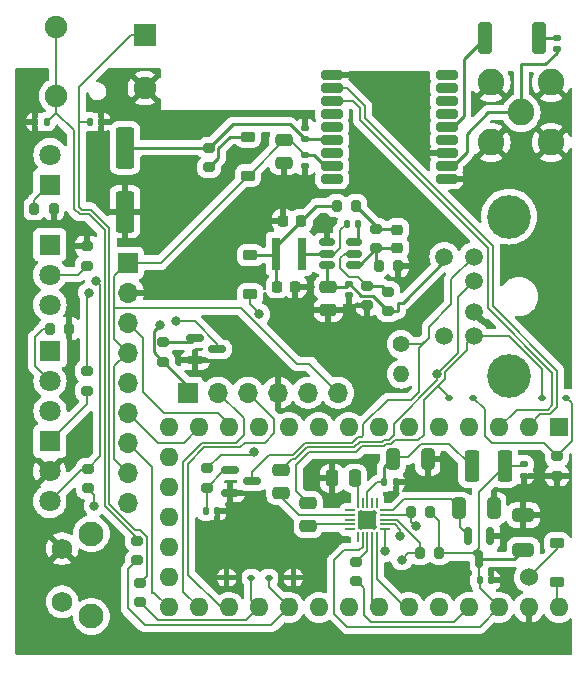
<source format=gtl>
G04 #@! TF.GenerationSoftware,KiCad,Pcbnew,7.0.7*
G04 #@! TF.CreationDate,2023-12-02T18:06:35+01:00*
G04 #@! TF.ProjectId,TeensyRPR,5465656e-7379-4525-9052-2e6b69636164,rev?*
G04 #@! TF.SameCoordinates,Original*
G04 #@! TF.FileFunction,Copper,L1,Top*
G04 #@! TF.FilePolarity,Positive*
%FSLAX46Y46*%
G04 Gerber Fmt 4.6, Leading zero omitted, Abs format (unit mm)*
G04 Created by KiCad (PCBNEW 7.0.7) date 2023-12-02 18:06:35*
%MOMM*%
%LPD*%
G01*
G04 APERTURE LIST*
G04 Aperture macros list*
%AMRoundRect*
0 Rectangle with rounded corners*
0 $1 Rounding radius*
0 $2 $3 $4 $5 $6 $7 $8 $9 X,Y pos of 4 corners*
0 Add a 4 corners polygon primitive as box body*
4,1,4,$2,$3,$4,$5,$6,$7,$8,$9,$2,$3,0*
0 Add four circle primitives for the rounded corners*
1,1,$1+$1,$2,$3*
1,1,$1+$1,$4,$5*
1,1,$1+$1,$6,$7*
1,1,$1+$1,$8,$9*
0 Add four rect primitives between the rounded corners*
20,1,$1+$1,$2,$3,$4,$5,0*
20,1,$1+$1,$4,$5,$6,$7,0*
20,1,$1+$1,$6,$7,$8,$9,0*
20,1,$1+$1,$8,$9,$2,$3,0*%
G04 Aperture macros list end*
G04 #@! TA.AperFunction,SMDPad,CuDef*
%ADD10RoundRect,0.250000X0.650000X-0.325000X0.650000X0.325000X-0.650000X0.325000X-0.650000X-0.325000X0*%
G04 #@! TD*
G04 #@! TA.AperFunction,SMDPad,CuDef*
%ADD11RoundRect,0.140000X-0.140000X-0.170000X0.140000X-0.170000X0.140000X0.170000X-0.140000X0.170000X0*%
G04 #@! TD*
G04 #@! TA.AperFunction,SMDPad,CuDef*
%ADD12RoundRect,0.140000X-0.170000X0.140000X-0.170000X-0.140000X0.170000X-0.140000X0.170000X0.140000X0*%
G04 #@! TD*
G04 #@! TA.AperFunction,SMDPad,CuDef*
%ADD13RoundRect,0.250000X-0.325000X-0.650000X0.325000X-0.650000X0.325000X0.650000X-0.325000X0.650000X0*%
G04 #@! TD*
G04 #@! TA.AperFunction,SMDPad,CuDef*
%ADD14RoundRect,0.250000X0.250000X0.475000X-0.250000X0.475000X-0.250000X-0.475000X0.250000X-0.475000X0*%
G04 #@! TD*
G04 #@! TA.AperFunction,SMDPad,CuDef*
%ADD15RoundRect,0.250000X0.475000X-0.250000X0.475000X0.250000X-0.475000X0.250000X-0.475000X-0.250000X0*%
G04 #@! TD*
G04 #@! TA.AperFunction,SMDPad,CuDef*
%ADD16RoundRect,0.250000X-0.475000X0.250000X-0.475000X-0.250000X0.475000X-0.250000X0.475000X0.250000X0*%
G04 #@! TD*
G04 #@! TA.AperFunction,SMDPad,CuDef*
%ADD17RoundRect,0.140000X0.170000X-0.140000X0.170000X0.140000X-0.170000X0.140000X-0.170000X-0.140000X0*%
G04 #@! TD*
G04 #@! TA.AperFunction,ComponentPad*
%ADD18C,1.501140*%
G04 #@! TD*
G04 #@! TA.AperFunction,ComponentPad*
%ADD19C,3.700780*%
G04 #@! TD*
G04 #@! TA.AperFunction,ComponentPad*
%ADD20R,1.700000X1.700000*%
G04 #@! TD*
G04 #@! TA.AperFunction,ComponentPad*
%ADD21O,1.700000X1.700000*%
G04 #@! TD*
G04 #@! TA.AperFunction,SMDPad,CuDef*
%ADD22RoundRect,0.250000X-0.375000X-1.075000X0.375000X-1.075000X0.375000X1.075000X-0.375000X1.075000X0*%
G04 #@! TD*
G04 #@! TA.AperFunction,SMDPad,CuDef*
%ADD23RoundRect,0.150000X-0.587500X-0.150000X0.587500X-0.150000X0.587500X0.150000X-0.587500X0.150000X0*%
G04 #@! TD*
G04 #@! TA.AperFunction,SMDPad,CuDef*
%ADD24RoundRect,0.200000X-0.275000X0.200000X-0.275000X-0.200000X0.275000X-0.200000X0.275000X0.200000X0*%
G04 #@! TD*
G04 #@! TA.AperFunction,SMDPad,CuDef*
%ADD25RoundRect,0.200000X-0.200000X-0.275000X0.200000X-0.275000X0.200000X0.275000X-0.200000X0.275000X0*%
G04 #@! TD*
G04 #@! TA.AperFunction,SMDPad,CuDef*
%ADD26RoundRect,0.200000X0.200000X0.275000X-0.200000X0.275000X-0.200000X-0.275000X0.200000X-0.275000X0*%
G04 #@! TD*
G04 #@! TA.AperFunction,SMDPad,CuDef*
%ADD27RoundRect,0.150000X-0.150000X0.587500X-0.150000X-0.587500X0.150000X-0.587500X0.150000X0.587500X0*%
G04 #@! TD*
G04 #@! TA.AperFunction,ComponentPad*
%ADD28R,1.600000X1.600000*%
G04 #@! TD*
G04 #@! TA.AperFunction,ComponentPad*
%ADD29O,1.600000X1.600000*%
G04 #@! TD*
G04 #@! TA.AperFunction,ComponentPad*
%ADD30C,1.524000*%
G04 #@! TD*
G04 #@! TA.AperFunction,SMDPad,CuDef*
%ADD31RoundRect,0.050000X-0.050000X0.375000X-0.050000X-0.375000X0.050000X-0.375000X0.050000X0.375000X0*%
G04 #@! TD*
G04 #@! TA.AperFunction,SMDPad,CuDef*
%ADD32RoundRect,0.050000X-0.375000X0.050000X-0.375000X-0.050000X0.375000X-0.050000X0.375000X0.050000X0*%
G04 #@! TD*
G04 #@! TA.AperFunction,ComponentPad*
%ADD33C,0.500000*%
G04 #@! TD*
G04 #@! TA.AperFunction,SMDPad,CuDef*
%ADD34R,1.650000X1.650000*%
G04 #@! TD*
G04 #@! TA.AperFunction,ComponentPad*
%ADD35C,2.250000*%
G04 #@! TD*
G04 #@! TA.AperFunction,SMDPad,CuDef*
%ADD36RoundRect,0.225000X-0.375000X0.225000X-0.375000X-0.225000X0.375000X-0.225000X0.375000X0.225000X0*%
G04 #@! TD*
G04 #@! TA.AperFunction,SMDPad,CuDef*
%ADD37RoundRect,0.250000X-0.550000X1.500000X-0.550000X-1.500000X0.550000X-1.500000X0.550000X1.500000X0*%
G04 #@! TD*
G04 #@! TA.AperFunction,ComponentPad*
%ADD38R,1.800000X1.800000*%
G04 #@! TD*
G04 #@! TA.AperFunction,ComponentPad*
%ADD39C,1.800000*%
G04 #@! TD*
G04 #@! TA.AperFunction,SMDPad,CuDef*
%ADD40RoundRect,0.200000X0.275000X-0.200000X0.275000X0.200000X-0.275000X0.200000X-0.275000X-0.200000X0*%
G04 #@! TD*
G04 #@! TA.AperFunction,ComponentPad*
%ADD41C,2.100000*%
G04 #@! TD*
G04 #@! TA.AperFunction,ComponentPad*
%ADD42C,1.750000*%
G04 #@! TD*
G04 #@! TA.AperFunction,SMDPad,CuDef*
%ADD43RoundRect,0.112500X0.187500X0.112500X-0.187500X0.112500X-0.187500X-0.112500X0.187500X-0.112500X0*%
G04 #@! TD*
G04 #@! TA.AperFunction,SMDPad,CuDef*
%ADD44RoundRect,0.112500X-0.187500X-0.112500X0.187500X-0.112500X0.187500X0.112500X-0.187500X0.112500X0*%
G04 #@! TD*
G04 #@! TA.AperFunction,ComponentPad*
%ADD45R,1.900000X1.900000*%
G04 #@! TD*
G04 #@! TA.AperFunction,ComponentPad*
%ADD46C,1.900000*%
G04 #@! TD*
G04 #@! TA.AperFunction,SMDPad,CuDef*
%ADD47RoundRect,0.225000X0.225000X0.250000X-0.225000X0.250000X-0.225000X-0.250000X0.225000X-0.250000X0*%
G04 #@! TD*
G04 #@! TA.AperFunction,SMDPad,CuDef*
%ADD48RoundRect,0.225000X-0.225000X-0.250000X0.225000X-0.250000X0.225000X0.250000X-0.225000X0.250000X0*%
G04 #@! TD*
G04 #@! TA.AperFunction,SMDPad,CuDef*
%ADD49RoundRect,0.225000X-0.250000X0.225000X-0.250000X-0.225000X0.250000X-0.225000X0.250000X0.225000X0*%
G04 #@! TD*
G04 #@! TA.AperFunction,SMDPad,CuDef*
%ADD50R,0.800000X2.700000*%
G04 #@! TD*
G04 #@! TA.AperFunction,SMDPad,CuDef*
%ADD51RoundRect,0.150000X-0.512500X-0.150000X0.512500X-0.150000X0.512500X0.150000X-0.512500X0.150000X0*%
G04 #@! TD*
G04 #@! TA.AperFunction,SMDPad,CuDef*
%ADD52RoundRect,0.225000X0.375000X-0.225000X0.375000X0.225000X-0.375000X0.225000X-0.375000X-0.225000X0*%
G04 #@! TD*
G04 #@! TA.AperFunction,ComponentPad*
%ADD53C,1.400000*%
G04 #@! TD*
G04 #@! TA.AperFunction,ComponentPad*
%ADD54O,1.400000X1.400000*%
G04 #@! TD*
G04 #@! TA.AperFunction,SMDPad,CuDef*
%ADD55RoundRect,0.250000X0.362500X1.075000X-0.362500X1.075000X-0.362500X-1.075000X0.362500X-1.075000X0*%
G04 #@! TD*
G04 #@! TA.AperFunction,SMDPad,CuDef*
%ADD56RoundRect,0.147500X0.172500X-0.147500X0.172500X0.147500X-0.172500X0.147500X-0.172500X-0.147500X0*%
G04 #@! TD*
G04 #@! TA.AperFunction,SMDPad,CuDef*
%ADD57RoundRect,0.200000X-0.700000X-0.200000X0.700000X-0.200000X0.700000X0.200000X-0.700000X0.200000X0*%
G04 #@! TD*
G04 #@! TA.AperFunction,ViaPad*
%ADD58C,0.800000*%
G04 #@! TD*
G04 #@! TA.AperFunction,Conductor*
%ADD59C,0.200000*%
G04 #@! TD*
G04 #@! TA.AperFunction,Conductor*
%ADD60C,0.250000*%
G04 #@! TD*
G04 APERTURE END LIST*
D10*
X177490000Y-136857000D03*
X177490000Y-133907000D03*
D11*
X173784000Y-139432000D03*
X174744000Y-139432000D03*
D12*
X177546000Y-129596000D03*
X177546000Y-130556000D03*
D13*
X166439000Y-129150000D03*
X169389000Y-129150000D03*
D11*
X165719500Y-131113500D03*
X166679500Y-131113500D03*
D13*
X172027000Y-133336000D03*
X174977000Y-133336000D03*
D14*
X163212500Y-130796000D03*
X161312500Y-130796000D03*
D15*
X159278000Y-134794000D03*
X159278000Y-132894000D03*
D16*
X156972000Y-130114000D03*
X156972000Y-132014000D03*
D11*
X150610000Y-133566000D03*
X151570000Y-133566000D03*
D15*
X157226000Y-104074000D03*
X157226000Y-102174000D03*
D17*
X159004000Y-104366000D03*
X159004000Y-103406000D03*
D18*
X173288640Y-114080260D03*
X173288640Y-116681220D03*
X173288640Y-112030480D03*
X173288640Y-118731000D03*
X170796900Y-112030480D03*
X170796900Y-118731000D03*
D19*
X176288380Y-108621800D03*
X176288380Y-122139680D03*
D20*
X144018000Y-112522000D03*
D21*
X144018000Y-115062000D03*
X144018000Y-117602000D03*
X144018000Y-120142000D03*
X144018000Y-122682000D03*
X144018000Y-125222000D03*
X144018000Y-127762000D03*
X144018000Y-130302000D03*
X144018000Y-132842000D03*
D22*
X173118000Y-129780000D03*
X175918000Y-129780000D03*
D23*
X152652500Y-130100000D03*
X152652500Y-132000000D03*
X154527500Y-131050000D03*
D24*
X150690000Y-129941000D03*
X150690000Y-131591000D03*
X163342000Y-137845000D03*
X163342000Y-139495000D03*
D25*
X168740000Y-137146000D03*
X170390000Y-137146000D03*
D26*
X169628000Y-133653500D03*
X167978000Y-133653500D03*
X139026400Y-118110000D03*
X137376400Y-118110000D03*
X137731000Y-107950000D03*
X136081000Y-107950000D03*
D27*
X174706000Y-135700500D03*
X172806000Y-135700500D03*
X173756000Y-137575500D03*
D28*
X180499499Y-126473501D03*
D29*
X177959499Y-126473501D03*
X175419499Y-126473501D03*
X172879499Y-126473501D03*
X170339499Y-126473501D03*
X167799499Y-126473501D03*
X165259499Y-126473501D03*
X162719499Y-126473501D03*
X160179499Y-126473501D03*
X157639499Y-126473501D03*
X155099499Y-126473501D03*
X152559499Y-126473501D03*
X150019499Y-126473501D03*
X147479499Y-126473501D03*
X147479499Y-141713501D03*
X150019499Y-141713501D03*
X152559499Y-141713501D03*
X155099499Y-141713501D03*
X157639499Y-141713501D03*
X160179499Y-141713501D03*
X162719499Y-141713501D03*
X165259499Y-141713501D03*
X167799499Y-141713501D03*
X170339499Y-141713501D03*
X172879499Y-141713501D03*
X175419499Y-141713501D03*
X177959499Y-141713501D03*
X180499499Y-141713501D03*
D30*
X177959499Y-139173501D03*
D29*
X147479499Y-129013501D03*
X147479499Y-131553501D03*
X147479499Y-134093501D03*
X147479499Y-136633501D03*
X147479499Y-139173501D03*
D24*
X140538200Y-111138200D03*
X140538200Y-112788200D03*
D31*
X165094500Y-132838500D03*
X164694500Y-132838500D03*
X164294500Y-132838500D03*
X163894500Y-132838500D03*
X163494500Y-132838500D03*
D32*
X162844500Y-133488500D03*
X162844500Y-133888500D03*
X162844500Y-134288500D03*
X162844500Y-134688500D03*
X162844500Y-135088500D03*
D31*
X163494500Y-135738500D03*
X163894500Y-135738500D03*
X164294500Y-135738500D03*
X164694500Y-135738500D03*
X165094500Y-135738500D03*
D32*
X165744500Y-135088500D03*
X165744500Y-134688500D03*
X165744500Y-134288500D03*
X165744500Y-133888500D03*
X165744500Y-133488500D03*
D33*
X164869500Y-133713500D03*
X163719500Y-133713500D03*
D34*
X164294500Y-134288500D03*
D33*
X164869500Y-134863500D03*
X163719500Y-134863500D03*
D35*
X177312000Y-99808000D03*
X179852000Y-97268000D03*
X174772000Y-97268000D03*
X179852000Y-102348000D03*
X174772000Y-102348000D03*
D17*
X159004000Y-102080000D03*
X159004000Y-101120000D03*
D24*
X150876000Y-102807000D03*
X150876000Y-104457000D03*
D36*
X154178000Y-101856000D03*
X154178000Y-105156000D03*
D37*
X143764000Y-102804000D03*
X143764000Y-108204000D03*
D38*
X137400000Y-111000000D03*
D39*
X137400000Y-113540000D03*
X137400000Y-116080000D03*
D38*
X137414000Y-120000000D03*
D39*
X137414000Y-122540000D03*
X137414000Y-125080000D03*
D38*
X137414000Y-105918000D03*
D39*
X137414000Y-103378000D03*
D40*
X140538200Y-123354600D03*
X140538200Y-121704600D03*
D41*
X140920000Y-142474000D03*
X140920000Y-135464000D03*
D42*
X138430000Y-141224000D03*
X138430000Y-136724000D03*
D11*
X136172000Y-100584000D03*
X137132000Y-100584000D03*
X140772000Y-100584000D03*
X141732000Y-100584000D03*
D43*
X154466000Y-139192000D03*
X152366000Y-139192000D03*
D44*
X155922000Y-139192000D03*
X158022000Y-139192000D03*
D40*
X145034000Y-141287000D03*
X145034000Y-139637000D03*
X144780000Y-137731000D03*
X144780000Y-136081000D03*
D45*
X145438000Y-93254000D03*
D46*
X145438000Y-97754000D03*
X137938000Y-92604000D03*
X137938000Y-98404000D03*
D16*
X160971500Y-114621500D03*
X160971500Y-116521500D03*
D12*
X162749500Y-114329500D03*
X162749500Y-115289500D03*
D11*
X162523500Y-109221500D03*
X163483500Y-109221500D03*
D47*
X158698500Y-108967500D03*
X157148500Y-108967500D03*
D48*
X156640500Y-114555500D03*
X158190500Y-114555500D03*
D49*
X166813500Y-109716500D03*
X166813500Y-111266500D03*
D50*
X158769500Y-111761500D03*
X156569500Y-111761500D03*
D24*
X166051500Y-115000500D03*
X166051500Y-116650500D03*
D40*
X164273500Y-116142500D03*
X164273500Y-114492500D03*
D26*
X163320500Y-107697500D03*
X161670500Y-107697500D03*
D40*
X165035500Y-111316500D03*
X165035500Y-109666500D03*
D26*
X166876500Y-112777500D03*
X165226500Y-112777500D03*
D51*
X160850000Y-110811500D03*
X160850000Y-111761500D03*
X160850000Y-112711500D03*
X163125000Y-112711500D03*
X163125000Y-111761500D03*
X163125000Y-110811500D03*
D52*
X154367500Y-115188000D03*
X154367500Y-111888000D03*
X180340000Y-139572000D03*
X180340000Y-136272000D03*
D53*
X167132000Y-119430000D03*
D54*
X167132000Y-121970000D03*
D24*
X180340000Y-128906000D03*
X180340000Y-130556000D03*
D44*
X171162000Y-123952000D03*
X173262000Y-123952000D03*
D43*
X181136000Y-123952000D03*
X179036000Y-123952000D03*
D23*
X149707600Y-118902400D03*
X149707600Y-120802400D03*
X151582600Y-119852400D03*
D38*
X137388600Y-127650400D03*
D39*
X137388600Y-130190400D03*
X137388600Y-132730400D03*
D55*
X178842500Y-93472000D03*
X174217500Y-93472000D03*
D56*
X180340000Y-94465000D03*
X180340000Y-93495000D03*
D20*
X149098000Y-123545600D03*
D21*
X151638000Y-123545600D03*
X154178000Y-123545600D03*
X156718000Y-123545600D03*
X159258000Y-123545600D03*
X161798000Y-123545600D03*
D24*
X147015200Y-119240800D03*
X147015200Y-120890800D03*
X140589000Y-129985000D03*
X140589000Y-131635000D03*
D57*
X161290000Y-96610000D03*
X161290000Y-97710000D03*
X161290000Y-98810000D03*
X161290000Y-99910000D03*
X161290000Y-101010000D03*
X161290000Y-102110000D03*
X161290000Y-103210000D03*
X161290000Y-104310000D03*
X161290000Y-105410000D03*
X170990000Y-105410000D03*
X170990000Y-104310000D03*
X170990000Y-103210000D03*
X170990000Y-102110000D03*
X170990000Y-101010000D03*
X170990000Y-99910000D03*
X170990000Y-98810000D03*
X170990000Y-97710000D03*
X170990000Y-96610000D03*
D58*
X151282400Y-100355400D03*
X159193500Y-115825500D03*
X167894000Y-117349500D03*
X152908000Y-133604000D03*
X159512000Y-130810000D03*
X176022000Y-139446000D03*
X135382000Y-109321600D03*
X141986000Y-106172000D03*
X145542000Y-109728000D03*
X152400000Y-105156000D03*
X157161500Y-107443500D03*
X159447500Y-114555500D03*
X142748000Y-143510000D03*
X178816000Y-129794000D03*
X168676000Y-131304000D03*
X163322000Y-96774000D03*
X150876000Y-139192000D03*
X159359600Y-119176800D03*
X141986000Y-139446000D03*
X179324000Y-133858000D03*
X153568400Y-118694200D03*
X171216000Y-130034000D03*
X168167500Y-112269500D03*
X161310000Y-132574000D03*
X158790000Y-144050000D03*
X135737600Y-117983000D03*
X173482000Y-105410000D03*
X140157200Y-109728000D03*
X156907500Y-116079500D03*
X152843500Y-114301500D03*
X155637500Y-109221500D03*
X166051500Y-107697500D03*
X160463500Y-109221500D03*
X150012400Y-112496600D03*
X164947600Y-129108200D03*
X162749500Y-117095500D03*
X159512000Y-139192000D03*
X168910000Y-103124000D03*
X167321500Y-114301500D03*
X177546000Y-132334000D03*
X176022000Y-135382000D03*
X151638000Y-135128000D03*
X169672000Y-139700000D03*
X141173200Y-133096000D03*
X170180000Y-121920000D03*
X154686000Y-128524000D03*
X167198773Y-137667384D03*
X168422000Y-134860000D03*
X165818500Y-136955500D03*
X167025000Y-135685500D03*
X155143200Y-116890800D03*
X140716000Y-115062000D03*
X146710400Y-117830600D03*
X148056600Y-117500400D03*
X141325600Y-114096800D03*
D59*
X160971500Y-110727500D02*
X160887500Y-110811500D01*
X170352500Y-134415500D02*
X169590500Y-133653500D01*
D60*
X159794000Y-103406000D02*
X159004000Y-103406000D01*
D59*
X154244000Y-105156000D02*
X157226000Y-102174000D01*
X153568400Y-116332000D02*
X158318200Y-121081800D01*
X173756000Y-137638000D02*
X173756000Y-139409000D01*
X162590011Y-143350011D02*
X173782989Y-143350011D01*
X173756000Y-139409000D02*
X173779000Y-139432000D01*
D60*
X160698000Y-104310000D02*
X159794000Y-103406000D01*
D59*
X159461200Y-121081800D02*
X159461200Y-121208800D01*
X157772000Y-102174000D02*
X159004000Y-103406000D01*
X163596000Y-136892000D02*
X162326000Y-136892000D01*
X175918000Y-129780000D02*
X177362000Y-129780000D01*
X170352500Y-137146000D02*
X173264000Y-137146000D01*
X159461200Y-121208800D02*
X161798000Y-123545600D01*
X173756000Y-131942000D02*
X173756000Y-136654000D01*
X144018000Y-120142000D02*
X142867999Y-118991999D01*
X142867999Y-113672001D02*
X144018000Y-112522000D01*
X173756000Y-136654000D02*
X173264000Y-137146000D01*
X175918000Y-129780000D02*
X173756000Y-131942000D01*
X142867999Y-121292001D02*
X144018000Y-120142000D01*
X173779000Y-139432000D02*
X173779000Y-140073002D01*
X173782989Y-143350011D02*
X175419499Y-141713501D01*
X142867999Y-129151999D02*
X142867999Y-121292001D01*
X162326000Y-136892000D02*
X161490000Y-137728000D01*
X173264000Y-137146000D02*
X173756000Y-137638000D01*
X161490000Y-142250000D02*
X162590011Y-143350011D01*
D60*
X176709000Y-137638000D02*
X177490000Y-136857000D01*
X173756000Y-137638000D02*
X176709000Y-137638000D01*
D59*
X146812000Y-112522000D02*
X154178000Y-105156000D01*
X163894500Y-135738500D02*
X163894500Y-136593500D01*
X141173200Y-133096000D02*
X141173200Y-132219200D01*
X163894500Y-136593500D02*
X163596000Y-136892000D01*
X170352500Y-137146000D02*
X170352500Y-134415500D01*
X173779000Y-140073002D02*
X175419499Y-141713501D01*
X144018000Y-130302000D02*
X142867999Y-129151999D01*
X142867999Y-118991999D02*
X142867999Y-116332000D01*
X161490000Y-137728000D02*
X161490000Y-142250000D01*
X142867999Y-116332000D02*
X142867999Y-113672001D01*
X141173200Y-132219200D02*
X140589000Y-131635000D01*
X158318200Y-121081800D02*
X159461200Y-121081800D01*
X144018000Y-112522000D02*
X146812000Y-112522000D01*
X154178000Y-105156000D02*
X154244000Y-105156000D01*
D60*
X161290000Y-104310000D02*
X160698000Y-104310000D01*
D59*
X142867999Y-116332000D02*
X153568400Y-116332000D01*
X172102000Y-133336000D02*
X172102000Y-134934000D01*
X166491500Y-133488500D02*
X167406000Y-132574000D01*
X165744500Y-133488500D02*
X166491500Y-133488500D01*
X167406000Y-132574000D02*
X171340000Y-132574000D01*
X171340000Y-132574000D02*
X172102000Y-133336000D01*
X172102000Y-134934000D02*
X172806000Y-135638000D01*
X167730200Y-129018000D02*
X168859200Y-127889000D01*
X168859200Y-127889000D02*
X171227000Y-127889000D01*
X171227000Y-127889000D02*
X173118000Y-129780000D01*
X166514000Y-129018000D02*
X167730200Y-129018000D01*
X164294500Y-131939000D02*
X165120000Y-131113500D01*
D60*
X165714500Y-129817500D02*
X165714500Y-131113500D01*
D59*
X164294500Y-132838500D02*
X164294500Y-131939000D01*
D60*
X166514000Y-129018000D02*
X165714500Y-129817500D01*
D59*
X165120000Y-131113500D02*
X165714500Y-131113500D01*
X163494500Y-131090500D02*
X163200000Y-130796000D01*
X163494500Y-132838500D02*
X163494500Y-131090500D01*
X179036000Y-121493372D02*
X176273628Y-118731000D01*
X163318007Y-128562000D02*
X163802007Y-128078000D01*
X179036000Y-123952000D02*
X179036000Y-121493372D01*
X176273628Y-118731000D02*
X173288640Y-118731000D01*
X159335372Y-128562000D02*
X163318007Y-128562000D01*
X168595134Y-127573501D02*
X169062400Y-127106235D01*
X159278000Y-132906500D02*
X158242000Y-131870500D01*
X166275286Y-127914400D02*
X166616185Y-127573501D01*
X170880000Y-121785686D02*
X170880000Y-122351372D01*
X172720000Y-119945686D02*
X170880000Y-121785686D01*
X158242000Y-129655372D02*
X159335372Y-128562000D01*
X169062400Y-127106235D02*
X169062400Y-124168972D01*
X165887400Y-127914400D02*
X166275286Y-127914400D01*
X165723800Y-128078000D02*
X165887400Y-127914400D01*
X171162000Y-123918000D02*
X170237686Y-122993686D01*
X171162000Y-123952000D02*
X171162000Y-123918000D01*
X166616185Y-127573501D02*
X168595134Y-127573501D01*
X163802007Y-128078000D02*
X165723800Y-128078000D01*
X169062400Y-124168972D02*
X170237686Y-122993686D01*
X158242000Y-131870500D02*
X158242000Y-129655372D01*
X173288640Y-118731000D02*
X172720000Y-119299640D01*
X172720000Y-119299640D02*
X172720000Y-119945686D01*
X170880000Y-122351372D02*
X170237686Y-122993686D01*
X159625000Y-134688500D02*
X159278000Y-135035500D01*
X162844500Y-134688500D02*
X159625000Y-134688500D01*
X165721715Y-127514400D02*
X166109600Y-127514400D01*
X173288640Y-114080260D02*
X171978001Y-115390899D01*
X163152321Y-128162000D02*
X163636321Y-127678000D01*
X171978001Y-115390899D02*
X171978001Y-120121999D01*
X166109600Y-127514400D02*
X166522400Y-127101600D01*
X156972000Y-130114000D02*
X157908000Y-129178000D01*
X157908000Y-129178000D02*
X158153686Y-129178000D01*
X159169686Y-128162000D02*
X163152321Y-128162000D01*
X165558115Y-127678000D02*
X165721715Y-127514400D01*
X170180000Y-122485686D02*
X170180000Y-121920000D01*
X171958000Y-120142000D02*
X170180000Y-121920000D01*
X158153686Y-129178000D02*
X159169686Y-128162000D01*
X163636321Y-127678000D02*
X165558115Y-127678000D01*
X166522400Y-127101600D02*
X166522400Y-126143286D01*
X166522400Y-126143286D02*
X170180000Y-122485686D01*
X171978001Y-120121999D02*
X171958000Y-120142000D01*
X158521091Y-133888500D02*
X156972000Y-132339409D01*
X162844500Y-133888500D02*
X158521091Y-133888500D01*
X156972000Y-132339409D02*
X156972000Y-132014000D01*
X180340000Y-121666000D02*
X174898000Y-116224000D01*
X162537686Y-97710000D02*
X161290000Y-97710000D01*
X180340000Y-124754686D02*
X180340000Y-121666000D01*
X178924000Y-125368000D02*
X179726686Y-125368000D01*
X179726686Y-125368000D02*
X180340000Y-124754686D01*
X174898000Y-111115157D02*
X164084000Y-100301157D01*
X174898000Y-116224000D02*
X174898000Y-111115157D01*
X164084000Y-99256314D02*
X162537686Y-97710000D01*
X177959499Y-126332501D02*
X178924000Y-125368000D01*
X177959499Y-126473501D02*
X177959499Y-126332501D01*
X164084000Y-100301157D02*
X164084000Y-99256314D01*
X152181000Y-130100000D02*
X150690000Y-131591000D01*
X152590000Y-130100000D02*
X152181000Y-130100000D01*
X150690000Y-133486000D02*
X150610000Y-133566000D01*
X150690000Y-131591000D02*
X150690000Y-133486000D01*
X151638000Y-125222000D02*
X147066000Y-125222000D01*
X152559499Y-126473501D02*
X152559499Y-126143499D01*
X152559499Y-126143499D02*
X151638000Y-125222000D01*
X145288000Y-123444000D02*
X145288000Y-118872000D01*
X145288000Y-118872000D02*
X144018000Y-117602000D01*
X147066000Y-125222000D02*
X145288000Y-123444000D01*
X150019499Y-126473501D02*
X148731000Y-127762000D01*
X148731000Y-127762000D02*
X146558000Y-127762000D01*
X146558000Y-127762000D02*
X144018000Y-125222000D01*
X144018000Y-127762000D02*
X146050000Y-129794000D01*
X146050000Y-129794000D02*
X146050000Y-140462000D01*
X146050000Y-140462000D02*
X146227998Y-140462000D01*
X146227998Y-140462000D02*
X147479499Y-141713501D01*
X167946000Y-124154000D02*
X168656000Y-123444000D01*
X167132000Y-119430000D02*
X168932000Y-119430000D01*
X163931600Y-127152400D02*
X163931600Y-126212600D01*
X163470635Y-127278000D02*
X163806000Y-127278000D01*
X171390000Y-116050000D02*
X171390000Y-113929120D01*
X163931600Y-126212600D02*
X165990200Y-124154000D01*
X171390000Y-113929120D02*
X173288640Y-112030480D01*
X157988000Y-128778000D02*
X159004000Y-127762000D01*
X169490000Y-117950000D02*
X171390000Y-116050000D01*
X154527500Y-131050000D02*
X154527500Y-130206500D01*
X155956000Y-128778000D02*
X157988000Y-128778000D01*
X163806000Y-127278000D02*
X163931600Y-127152400D01*
X168932000Y-119430000D02*
X169490000Y-118872000D01*
X154527500Y-130206500D02*
X155956000Y-128778000D01*
X165990200Y-124154000D02*
X167946000Y-124154000D01*
X168656000Y-119706000D02*
X169490000Y-118872000D01*
X162986635Y-127762000D02*
X163470635Y-127278000D01*
X168656000Y-123444000D02*
X168656000Y-119706000D01*
X169490000Y-118872000D02*
X169490000Y-117950000D01*
X159004000Y-127762000D02*
X162986635Y-127762000D01*
X151853000Y-128778000D02*
X154432000Y-128778000D01*
X150690000Y-129941000D02*
X151853000Y-128778000D01*
X154432000Y-128778000D02*
X154686000Y-128524000D01*
D60*
X163483500Y-110415500D02*
X163087500Y-110811500D01*
X163483500Y-109221500D02*
X163483500Y-110415500D01*
D59*
X163990000Y-140105500D02*
X163990000Y-142366000D01*
X163342000Y-139457500D02*
X163990000Y-140105500D01*
X163990000Y-142366000D02*
X164574000Y-142950000D01*
X171643000Y-142950000D02*
X172879499Y-141713501D01*
X164574000Y-142950000D02*
X171643000Y-142950000D01*
X168777500Y-136295000D02*
X168777500Y-137146000D01*
X166771000Y-134288500D02*
X168777500Y-136295000D01*
X168777500Y-137146000D02*
X167720157Y-137146000D01*
X167198773Y-137667384D02*
X167720157Y-137146000D01*
X165744500Y-134288500D02*
X166771000Y-134288500D01*
X168015500Y-134453500D02*
X168422000Y-134860000D01*
X168015500Y-133653500D02*
X168015500Y-134453500D01*
X165744500Y-133888500D02*
X167780500Y-133888500D01*
X167780500Y-133888500D02*
X168015500Y-133653500D01*
X164694500Y-141148502D02*
X165259499Y-141713501D01*
X164694500Y-135738500D02*
X164694500Y-141148502D01*
X167465001Y-141713501D02*
X165094500Y-139343000D01*
X165094500Y-139343000D02*
X165094500Y-135738500D01*
X167799499Y-141713501D02*
X167465001Y-141713501D01*
X165744500Y-135088500D02*
X165744500Y-136881500D01*
X165744500Y-136881500D02*
X165818500Y-136955500D01*
X166593685Y-134688500D02*
X167025000Y-135119815D01*
X165744500Y-134688500D02*
X166593685Y-134688500D01*
X167025000Y-135119815D02*
X167025000Y-135685500D01*
X179561000Y-124968000D02*
X176925000Y-124968000D01*
X174498000Y-111280843D02*
X174498000Y-116389686D01*
X161290000Y-98810000D02*
X163072000Y-98810000D01*
X174498000Y-116389686D02*
X179940000Y-121831686D01*
X163684000Y-100466843D02*
X174498000Y-111280843D01*
X179940000Y-121831686D02*
X179940000Y-124589000D01*
X163684000Y-99422000D02*
X163684000Y-100466843D01*
X176925000Y-124968000D02*
X175419499Y-126473501D01*
X179940000Y-124589000D02*
X179561000Y-124968000D01*
X163072000Y-98810000D02*
X163684000Y-99422000D01*
D60*
X159701500Y-111761500D02*
X160887500Y-111761500D01*
D59*
X161987500Y-111253500D02*
X161987500Y-109757500D01*
X160887500Y-111761500D02*
X161479500Y-111761500D01*
X161479500Y-111761500D02*
X161987500Y-111253500D01*
X161987500Y-109757500D02*
X162523500Y-109221500D01*
D60*
X158769500Y-111761500D02*
X159701500Y-111761500D01*
X143764000Y-102804000D02*
X150873000Y-102804000D01*
X157706000Y-100810000D02*
X158976000Y-102080000D01*
X158976000Y-102080000D02*
X159004000Y-102080000D01*
X150876000Y-102807000D02*
X152873000Y-100810000D01*
X159004000Y-102080000D02*
X161260000Y-102080000D01*
X161260000Y-102080000D02*
X161290000Y-102110000D01*
X150873000Y-102804000D02*
X150876000Y-102807000D01*
X152873000Y-100810000D02*
X157706000Y-100810000D01*
X156569500Y-111096500D02*
X158698500Y-108967500D01*
X156569500Y-111761500D02*
X156569500Y-111096500D01*
X154367500Y-111888000D02*
X156443000Y-111888000D01*
X156443000Y-111888000D02*
X156569500Y-111761500D01*
X159968500Y-107697500D02*
X158698500Y-108967500D01*
X161670500Y-107697500D02*
X159968500Y-107697500D01*
X156569500Y-114484500D02*
X156640500Y-114555500D01*
X156569500Y-111761500D02*
X156569500Y-114484500D01*
X163087500Y-112711500D02*
X163640500Y-112711500D01*
X163640500Y-112711500D02*
X165035500Y-111316500D01*
X165085500Y-111266500D02*
X165035500Y-111316500D01*
X165035500Y-111316500D02*
X165035500Y-112586500D01*
X166813500Y-111266500D02*
X165085500Y-111266500D01*
X165035500Y-112586500D02*
X165226500Y-112777500D01*
X151676000Y-103657000D02*
X151676000Y-102832000D01*
X150876000Y-104457000D02*
X151676000Y-103657000D01*
X151676000Y-102832000D02*
X152652000Y-101856000D01*
X152652000Y-101856000D02*
X154178000Y-101856000D01*
D59*
X139786400Y-113540000D02*
X140538200Y-112788200D01*
X137400000Y-113540000D02*
X139786400Y-113540000D01*
X137376400Y-118110000D02*
X136854000Y-118110000D01*
X136169400Y-121295400D02*
X137414000Y-122540000D01*
X136854000Y-118110000D02*
X136169400Y-118794600D01*
X136169400Y-118794600D02*
X136169400Y-121295400D01*
X136081000Y-107950000D02*
X136081000Y-107251000D01*
X136081000Y-107251000D02*
X137414000Y-105918000D01*
X146560502Y-142813502D02*
X145034000Y-141287000D01*
X154466000Y-139192000D02*
X154466000Y-141080002D01*
X154466000Y-141080002D02*
X155099499Y-141713501D01*
X155099499Y-141713501D02*
X153999498Y-142813502D01*
X153999498Y-142813502D02*
X146560502Y-142813502D01*
X157639499Y-141713501D02*
X156139488Y-143213512D01*
X155922000Y-139996002D02*
X157639499Y-141713501D01*
X155922000Y-139192000D02*
X155922000Y-139996002D01*
X145436512Y-143213512D02*
X144018000Y-141795000D01*
X156139488Y-143213512D02*
X145436512Y-143213512D01*
X144018000Y-141795000D02*
X144018000Y-138493000D01*
X144018000Y-138493000D02*
X144780000Y-137731000D01*
D60*
X163765500Y-115317500D02*
X164781500Y-115317500D01*
X166496500Y-116650500D02*
X166051500Y-116650500D01*
X167291620Y-115918380D02*
X170796900Y-112413100D01*
X166909000Y-116650500D02*
X166909000Y-115918380D01*
X164781500Y-115317500D02*
X166051500Y-116587500D01*
X162777500Y-114329500D02*
X163765500Y-115317500D01*
X166909000Y-115918380D02*
X167291620Y-115918380D01*
X160887500Y-114537500D02*
X160971500Y-114621500D01*
X160887500Y-112711500D02*
X160887500Y-114537500D01*
X170796900Y-112413100D02*
X170796900Y-112030480D01*
X160971500Y-114621500D02*
X162457500Y-114621500D01*
X162457500Y-114621500D02*
X162749500Y-114329500D01*
X166909000Y-116650500D02*
X166496500Y-116650500D01*
X162749500Y-114329500D02*
X162777500Y-114329500D01*
X166051500Y-116587500D02*
X166051500Y-116650500D01*
D59*
X177959499Y-139173501D02*
X180340000Y-136793000D01*
X180340000Y-136793000D02*
X180340000Y-136272000D01*
X179196000Y-127762000D02*
X174825182Y-127762000D01*
X174244000Y-127180818D02*
X174244000Y-124934000D01*
X181136000Y-123952000D02*
X181599499Y-124415499D01*
X181599499Y-124415499D02*
X181599499Y-127646501D01*
X181599499Y-127646501D02*
X180340000Y-128906000D01*
X174825182Y-127762000D02*
X174244000Y-127180818D01*
X180340000Y-128906000D02*
X179196000Y-127762000D01*
X174244000Y-124934000D02*
X173262000Y-123952000D01*
D60*
X165035500Y-109412500D02*
X163320500Y-107697500D01*
X165035500Y-109666500D02*
X166763500Y-109666500D01*
X166763500Y-109666500D02*
X166813500Y-109716500D01*
X165035500Y-109666500D02*
X165035500Y-109412500D01*
D59*
X137938000Y-98404000D02*
X137938000Y-99810000D01*
X140702714Y-108426200D02*
X142042999Y-109766485D01*
X137938000Y-99810000D02*
X139446000Y-101318000D01*
X142042999Y-133105191D02*
X144780000Y-135842192D01*
X144780000Y-135842192D02*
X144780000Y-136081000D01*
X137164000Y-100584000D02*
X137938000Y-99810000D01*
X137132000Y-100584000D02*
X137164000Y-100584000D01*
X139446000Y-101318000D02*
X139446000Y-107956886D01*
X137938000Y-92604000D02*
X137938000Y-98404000D01*
X139446000Y-107956886D02*
X139915315Y-108426200D01*
X139915315Y-108426200D02*
X140702714Y-108426200D01*
X142042999Y-109766485D02*
X142042999Y-133105191D01*
X142442999Y-109600799D02*
X142442999Y-132939505D01*
X144236000Y-93254000D02*
X145438000Y-93254000D01*
X139846000Y-107791200D02*
X140081000Y-108026200D01*
X139846000Y-100584000D02*
X139846000Y-107791200D01*
X142442999Y-132939505D02*
X144631494Y-135128000D01*
X140772000Y-100584000D02*
X139846000Y-100584000D01*
X140081000Y-108026200D02*
X140868400Y-108026200D01*
X139846000Y-97644000D02*
X144236000Y-93254000D01*
X140868400Y-108026200D02*
X142442999Y-109600799D01*
X139846000Y-100584000D02*
X139846000Y-97644000D01*
X145034000Y-135128000D02*
X145650000Y-135744000D01*
X144631494Y-135128000D02*
X145034000Y-135128000D01*
X145650000Y-135744000D02*
X145650000Y-139021000D01*
X145650000Y-139021000D02*
X145034000Y-139637000D01*
X180340000Y-139572000D02*
X180340000Y-141554002D01*
X155143200Y-116789200D02*
X154367500Y-116013500D01*
D60*
X155143200Y-116890800D02*
X155143200Y-116789200D01*
X180340000Y-141554002D02*
X180499499Y-141713501D01*
D59*
X154367500Y-115188000D02*
X154367500Y-116013500D01*
D60*
X172720000Y-101600000D02*
X174512000Y-99808000D01*
X177312000Y-99808000D02*
X177312000Y-95726500D01*
X179344000Y-95726500D02*
X180340000Y-94730500D01*
X170990000Y-104310000D02*
X171532462Y-104310000D01*
X180340000Y-94730500D02*
X180340000Y-94465000D01*
X172720000Y-103122462D02*
X172720000Y-101600000D01*
X174512000Y-99808000D02*
X177312000Y-99808000D01*
X171532462Y-104310000D02*
X172720000Y-103122462D01*
X177312000Y-95726500D02*
X179344000Y-95726500D01*
X178865500Y-93495000D02*
X178842500Y-93472000D01*
X180340000Y-93495000D02*
X178865500Y-93495000D01*
D59*
X164294500Y-135738500D02*
X164294500Y-136930000D01*
X164294500Y-136930000D02*
X163342000Y-137882500D01*
X161987500Y-113006502D02*
X162241500Y-113260502D01*
X161987500Y-112131500D02*
X161987500Y-113006502D01*
X163530490Y-113749490D02*
X164273500Y-114492500D01*
X163087500Y-111761500D02*
X162357500Y-111761500D01*
D60*
X165543500Y-114492500D02*
X166051500Y-115000500D01*
D59*
X162730488Y-113749490D02*
X163530490Y-113749490D01*
D60*
X164273500Y-114492500D02*
X165543500Y-114492500D01*
D59*
X162241500Y-113260502D02*
X162730488Y-113749490D01*
X162357500Y-111761500D02*
X161987500Y-112131500D01*
D60*
X172439500Y-100102962D02*
X171532462Y-101010000D01*
X171532462Y-101010000D02*
X170990000Y-101010000D01*
X172439500Y-95250000D02*
X174217500Y-93472000D01*
X172439500Y-100102962D02*
X172439500Y-95250000D01*
D59*
X150476001Y-128162000D02*
X153483312Y-128162000D01*
X156387800Y-126949200D02*
X156387800Y-125755400D01*
X149098000Y-138938000D02*
X149098000Y-129540001D01*
X153883312Y-127762000D02*
X155575000Y-127762000D01*
X149098000Y-129540001D02*
X150476001Y-128162000D01*
X153483312Y-128162000D02*
X153883312Y-127762000D01*
X156387800Y-125755400D02*
X154178000Y-123545600D01*
X151873501Y-141713501D02*
X149098000Y-138938000D01*
X155575000Y-127762000D02*
X156387800Y-126949200D01*
X152559499Y-141713501D02*
X151873501Y-141713501D01*
X148698000Y-129374316D02*
X150310315Y-127762000D01*
X148698000Y-140392002D02*
X148698000Y-129374316D01*
X153797000Y-125704600D02*
X151638000Y-123545600D01*
X153797000Y-127105998D02*
X153797000Y-125704600D01*
X150310315Y-127762000D02*
X153140998Y-127762000D01*
X150019499Y-141713501D02*
X148698000Y-140392002D01*
X153140998Y-127762000D02*
X153797000Y-127105998D01*
D60*
X149098000Y-122973600D02*
X147015200Y-120890800D01*
X147015200Y-120890800D02*
X146215200Y-120090800D01*
D59*
X140538200Y-115239800D02*
X140538200Y-121704600D01*
D60*
X146215200Y-120090800D02*
X146215200Y-118325800D01*
X149098000Y-123545600D02*
X149098000Y-122973600D01*
X146215200Y-118325800D02*
X146710400Y-117830600D01*
D59*
X140716000Y-115062000D02*
X140538200Y-115239800D01*
X140538200Y-124500800D02*
X137388600Y-127650400D01*
X140538200Y-123354600D02*
X140538200Y-124500800D01*
X141642999Y-128931001D02*
X140589000Y-129985000D01*
X151582600Y-119852400D02*
X151582600Y-119368149D01*
X141325600Y-114096800D02*
X141642999Y-114414199D01*
X140134000Y-129985000D02*
X140589000Y-129985000D01*
X137388600Y-132730400D02*
X140134000Y-129985000D01*
X151582600Y-119368149D02*
X149714851Y-117500400D01*
X149714851Y-117500400D02*
X148056600Y-117500400D01*
X141642999Y-114414199D02*
X141642999Y-128931001D01*
D60*
X147015200Y-119240800D02*
X149369200Y-119240800D01*
X149369200Y-119240800D02*
X149707600Y-118902400D01*
G04 #@! TA.AperFunction,Conductor*
G36*
X137271621Y-96032002D02*
G01*
X137318114Y-96085658D01*
X137329500Y-96138000D01*
X137329500Y-96999845D01*
X137309498Y-97067966D01*
X137263470Y-97110658D01*
X137137547Y-97178804D01*
X137137541Y-97178808D01*
X136946792Y-97327274D01*
X136783095Y-97505097D01*
X136650889Y-97707454D01*
X136553798Y-97928799D01*
X136553795Y-97928806D01*
X136494463Y-98163103D01*
X136494461Y-98163112D01*
X136474501Y-98404000D01*
X136494461Y-98644887D01*
X136494463Y-98644896D01*
X136553795Y-98879193D01*
X136553798Y-98879200D01*
X136649538Y-99097464D01*
X136650891Y-99100549D01*
X136726604Y-99216436D01*
X136783095Y-99302902D01*
X136946792Y-99480725D01*
X136946797Y-99480729D01*
X136946799Y-99480731D01*
X137023036Y-99540069D01*
X137064507Y-99597693D01*
X137068241Y-99668592D01*
X137033051Y-99730254D01*
X136970110Y-99763102D01*
X136945645Y-99765500D01*
X136926512Y-99765500D01*
X136889747Y-99768393D01*
X136889744Y-99768394D01*
X136732405Y-99814104D01*
X136715643Y-99824017D01*
X136646826Y-99841474D01*
X136587369Y-99824014D01*
X136571400Y-99814570D01*
X136571402Y-99814570D01*
X136426000Y-99772326D01*
X136426000Y-100062620D01*
X136408454Y-100126758D01*
X136392107Y-100154399D01*
X136346393Y-100311747D01*
X136343500Y-100348512D01*
X136343500Y-100819488D01*
X136346393Y-100856252D01*
X136392107Y-101013599D01*
X136408453Y-101041238D01*
X136426000Y-101105378D01*
X136426000Y-101395672D01*
X136571398Y-101353430D01*
X136587365Y-101343987D01*
X136656181Y-101326525D01*
X136715646Y-101343984D01*
X136732403Y-101353894D01*
X136889746Y-101399606D01*
X136897100Y-101400184D01*
X136926512Y-101402500D01*
X136926516Y-101402500D01*
X137337488Y-101402500D01*
X137361997Y-101400570D01*
X137374254Y-101399606D01*
X137531597Y-101353894D01*
X137672629Y-101270488D01*
X137788488Y-101154629D01*
X137871894Y-101013597D01*
X137904563Y-100901145D01*
X137942776Y-100841311D01*
X138007272Y-100811633D01*
X138077574Y-100821536D01*
X138114655Y-100847204D01*
X138800595Y-101533144D01*
X138834621Y-101595456D01*
X138837500Y-101622239D01*
X138837500Y-102558404D01*
X138817498Y-102626525D01*
X138763842Y-102673018D01*
X138693568Y-102683122D01*
X138628988Y-102653628D01*
X138606017Y-102627319D01*
X138529314Y-102509916D01*
X138371225Y-102338186D01*
X138371221Y-102338182D01*
X138232660Y-102230336D01*
X138187017Y-102194810D01*
X137981727Y-102083713D01*
X137981724Y-102083712D01*
X137981723Y-102083711D01*
X137760955Y-102007921D01*
X137760948Y-102007919D01*
X137662411Y-101991476D01*
X137530712Y-101969500D01*
X137297288Y-101969500D01*
X137182066Y-101988727D01*
X137067051Y-102007919D01*
X137067044Y-102007921D01*
X136846276Y-102083711D01*
X136846273Y-102083713D01*
X136640985Y-102194809D01*
X136640983Y-102194810D01*
X136456778Y-102338182D01*
X136456774Y-102338186D01*
X136298685Y-102509916D01*
X136171015Y-102705331D01*
X136077252Y-102919089D01*
X136077249Y-102919096D01*
X136019950Y-103145366D01*
X136019949Y-103145372D01*
X136019949Y-103145374D01*
X136000673Y-103378000D01*
X136014337Y-103542905D01*
X136019950Y-103610633D01*
X136077249Y-103836903D01*
X136077252Y-103836910D01*
X136171015Y-104050668D01*
X136268406Y-104199737D01*
X136298686Y-104246083D01*
X136383842Y-104338587D01*
X136415263Y-104402251D01*
X136407276Y-104472797D01*
X136362417Y-104527826D01*
X136335175Y-104541979D01*
X136267795Y-104567111D01*
X136267792Y-104567112D01*
X136150738Y-104654738D01*
X136063112Y-104771792D01*
X136063110Y-104771797D01*
X136012011Y-104908795D01*
X136012009Y-104908803D01*
X136005500Y-104969350D01*
X136005500Y-106413759D01*
X135985498Y-106481880D01*
X135968595Y-106502855D01*
X135681848Y-106789601D01*
X135675647Y-106795039D01*
X135647013Y-106817012D01*
X135621460Y-106850311D01*
X135621440Y-106850339D01*
X135549477Y-106944122D01*
X135549474Y-106944127D01*
X135508171Y-107043840D01*
X135463622Y-107099120D01*
X135456951Y-107103446D01*
X135440850Y-107113179D01*
X135440848Y-107113181D01*
X135319185Y-107234843D01*
X135319184Y-107234844D01*
X135230172Y-107382088D01*
X135230170Y-107382093D01*
X135178986Y-107546353D01*
X135172500Y-107617737D01*
X135172500Y-108282261D01*
X135178986Y-108353646D01*
X135178986Y-108353647D01*
X135230170Y-108517906D01*
X135230172Y-108517911D01*
X135230173Y-108517913D01*
X135246115Y-108544284D01*
X135319184Y-108665155D01*
X135319188Y-108665160D01*
X135440839Y-108786811D01*
X135440844Y-108786815D01*
X135440845Y-108786816D01*
X135588087Y-108875827D01*
X135752351Y-108927013D01*
X135823735Y-108933500D01*
X136338264Y-108933499D01*
X136409649Y-108927013D01*
X136573913Y-108875827D01*
X136721155Y-108786816D01*
X136753315Y-108754656D01*
X136817259Y-108690713D01*
X136879571Y-108656687D01*
X136950386Y-108661752D01*
X136995449Y-108690713D01*
X137091149Y-108786413D01*
X137091159Y-108786421D01*
X137238293Y-108875366D01*
X137402446Y-108926518D01*
X137473781Y-108932999D01*
X137476999Y-108932999D01*
X137477000Y-108932998D01*
X137477000Y-107822000D01*
X137497002Y-107753879D01*
X137550658Y-107707386D01*
X137603000Y-107696000D01*
X137859000Y-107696000D01*
X137927121Y-107716002D01*
X137973614Y-107769658D01*
X137985000Y-107822000D01*
X137985000Y-108932999D01*
X137988222Y-108932999D01*
X138059553Y-108926518D01*
X138223706Y-108875366D01*
X138370840Y-108786421D01*
X138370850Y-108786413D01*
X138492413Y-108664850D01*
X138492421Y-108664840D01*
X138581366Y-108517706D01*
X138632518Y-108353553D01*
X138632518Y-108353552D01*
X138638999Y-108282223D01*
X138638999Y-108232149D01*
X138659000Y-108164028D01*
X138712655Y-108117534D01*
X138782928Y-108107429D01*
X138847510Y-108136921D01*
X138881408Y-108183928D01*
X138914476Y-108263761D01*
X138915628Y-108265485D01*
X138916990Y-108267038D01*
X138983449Y-108353649D01*
X138987523Y-108358958D01*
X138987525Y-108358960D01*
X139012013Y-108390873D01*
X139031225Y-108405615D01*
X139040647Y-108412845D01*
X139046849Y-108418284D01*
X139453919Y-108825353D01*
X139459355Y-108831552D01*
X139481328Y-108860187D01*
X139511452Y-108883302D01*
X139511482Y-108883327D01*
X139597392Y-108949247D01*
X139608440Y-108957724D01*
X139608441Y-108957725D01*
X139676639Y-108985973D01*
X139756465Y-109019038D01*
X139875430Y-109034700D01*
X139875436Y-109034700D01*
X139915316Y-109039950D01*
X139940058Y-109036692D01*
X139951097Y-109035240D01*
X139959328Y-109034700D01*
X140398475Y-109034700D01*
X140466596Y-109054702D01*
X140487570Y-109071605D01*
X141397594Y-109981629D01*
X141431620Y-110043941D01*
X141434499Y-110070724D01*
X141434499Y-110263070D01*
X141414497Y-110331191D01*
X141360841Y-110377684D01*
X141290567Y-110387788D01*
X141243315Y-110370899D01*
X141105906Y-110287833D01*
X140941752Y-110236681D01*
X140870423Y-110230200D01*
X140792200Y-110230200D01*
X140792200Y-111266200D01*
X140772198Y-111334321D01*
X140718542Y-111380814D01*
X140666200Y-111392200D01*
X139555201Y-111392200D01*
X139555201Y-111395421D01*
X139561681Y-111466753D01*
X139612833Y-111630906D01*
X139701778Y-111778040D01*
X139701782Y-111778045D01*
X139797487Y-111873749D01*
X139831512Y-111936061D01*
X139826448Y-112006877D01*
X139797488Y-112051940D01*
X139701384Y-112148044D01*
X139612372Y-112295288D01*
X139612370Y-112295293D01*
X139561186Y-112459553D01*
X139556080Y-112515748D01*
X139554938Y-112528323D01*
X139554700Y-112530937D01*
X139554700Y-112805500D01*
X139534698Y-112873621D01*
X139481042Y-112920114D01*
X139428700Y-112931500D01*
X138752790Y-112931500D01*
X138684669Y-112911498D01*
X138647026Y-112870913D01*
X138645834Y-112871693D01*
X138515316Y-112671920D01*
X138515315Y-112671919D01*
X138515314Y-112671917D01*
X138430156Y-112579411D01*
X138398736Y-112515748D01*
X138406723Y-112445202D01*
X138451581Y-112390173D01*
X138478819Y-112376022D01*
X138546204Y-112350889D01*
X138620480Y-112295287D01*
X138663261Y-112263261D01*
X138750887Y-112146207D01*
X138750887Y-112146206D01*
X138750889Y-112146204D01*
X138801989Y-112009201D01*
X138802257Y-112006713D01*
X138808499Y-111948649D01*
X138808500Y-111948632D01*
X138808500Y-110884200D01*
X139555200Y-110884200D01*
X140284200Y-110884200D01*
X140284200Y-110230199D01*
X140205978Y-110230200D01*
X140134646Y-110236681D01*
X139970493Y-110287833D01*
X139823359Y-110376778D01*
X139823349Y-110376786D01*
X139701786Y-110498349D01*
X139701778Y-110498359D01*
X139612833Y-110645493D01*
X139561681Y-110809646D01*
X139561681Y-110809647D01*
X139555200Y-110880977D01*
X139555200Y-110884200D01*
X138808500Y-110884200D01*
X138808500Y-110051367D01*
X138808499Y-110051350D01*
X138801990Y-109990803D01*
X138801988Y-109990795D01*
X138759730Y-109877500D01*
X138750889Y-109853796D01*
X138750888Y-109853794D01*
X138750887Y-109853792D01*
X138663261Y-109736738D01*
X138546207Y-109649112D01*
X138546202Y-109649110D01*
X138409204Y-109598011D01*
X138409196Y-109598009D01*
X138348649Y-109591500D01*
X138348638Y-109591500D01*
X136451362Y-109591500D01*
X136451350Y-109591500D01*
X136390803Y-109598009D01*
X136390795Y-109598011D01*
X136253797Y-109649110D01*
X136253792Y-109649112D01*
X136136738Y-109736738D01*
X136049112Y-109853792D01*
X136049110Y-109853797D01*
X135998011Y-109990795D01*
X135998009Y-109990803D01*
X135991500Y-110051350D01*
X135991500Y-111948649D01*
X135998009Y-112009196D01*
X135998011Y-112009204D01*
X136049110Y-112146202D01*
X136049112Y-112146207D01*
X136136738Y-112263261D01*
X136253791Y-112350886D01*
X136253792Y-112350886D01*
X136253796Y-112350889D01*
X136321176Y-112376020D01*
X136378009Y-112418566D01*
X136402820Y-112485087D01*
X136387728Y-112554461D01*
X136369842Y-112579412D01*
X136284685Y-112671916D01*
X136157015Y-112867331D01*
X136063252Y-113081089D01*
X136063249Y-113081096D01*
X136005950Y-113307366D01*
X136005949Y-113307372D01*
X136005949Y-113307374D01*
X135986673Y-113540000D01*
X136005936Y-113772475D01*
X136005950Y-113772633D01*
X136063249Y-113998903D01*
X136063252Y-113998910D01*
X136157015Y-114212668D01*
X136284685Y-114408083D01*
X136442774Y-114579813D01*
X136442778Y-114579817D01*
X136493818Y-114619543D01*
X136610767Y-114710568D01*
X136652237Y-114768192D01*
X136655971Y-114839091D01*
X136620781Y-114900753D01*
X136610767Y-114909430D01*
X136442780Y-115040181D01*
X136442774Y-115040186D01*
X136284685Y-115211916D01*
X136157015Y-115407331D01*
X136063252Y-115621089D01*
X136063249Y-115621096D01*
X136005950Y-115847366D01*
X136005949Y-115847372D01*
X136005949Y-115847374D01*
X135986673Y-116080000D01*
X136002548Y-116271587D01*
X136005950Y-116312633D01*
X136063249Y-116538903D01*
X136063252Y-116538910D01*
X136157015Y-116752668D01*
X136284685Y-116948083D01*
X136442774Y-117119813D01*
X136442778Y-117119817D01*
X136482598Y-117150810D01*
X136584303Y-117229970D01*
X136625773Y-117287594D01*
X136629507Y-117358493D01*
X136614740Y-117394585D01*
X136525573Y-117542087D01*
X136515785Y-117573496D01*
X136476421Y-117632580D01*
X136472200Y-117635966D01*
X136451931Y-117651520D01*
X136451925Y-117651524D01*
X136420012Y-117676013D01*
X136398035Y-117704653D01*
X136392597Y-117710853D01*
X135770252Y-118333198D01*
X135764051Y-118338636D01*
X135735411Y-118360614D01*
X135709860Y-118393911D01*
X135709840Y-118393939D01*
X135637873Y-118487727D01*
X135584872Y-118615690D01*
X135576561Y-118635750D01*
X135574656Y-118650224D01*
X135560900Y-118754715D01*
X135560900Y-118754720D01*
X135560900Y-118754721D01*
X135555650Y-118794599D01*
X135555650Y-118794600D01*
X135560360Y-118830379D01*
X135560900Y-118838611D01*
X135560900Y-121251388D01*
X135560360Y-121259619D01*
X135555650Y-121295398D01*
X135555650Y-121295401D01*
X135560399Y-121331478D01*
X135560900Y-121335279D01*
X135560900Y-121335285D01*
X135568149Y-121390342D01*
X135573319Y-121429615D01*
X135576194Y-121451461D01*
X135576562Y-121454251D01*
X135637876Y-121602276D01*
X135656174Y-121626122D01*
X135710922Y-121697471D01*
X135710925Y-121697474D01*
X135735414Y-121729388D01*
X135764051Y-121751362D01*
X135770244Y-121756793D01*
X135933451Y-121920000D01*
X136030120Y-122016669D01*
X136064146Y-122078981D01*
X136063170Y-122136694D01*
X136019949Y-122307370D01*
X136006770Y-122466416D01*
X136000673Y-122540000D01*
X136019041Y-122761672D01*
X136019950Y-122772633D01*
X136077249Y-122998903D01*
X136077252Y-122998910D01*
X136171015Y-123212668D01*
X136298685Y-123408083D01*
X136456774Y-123579813D01*
X136456785Y-123579823D01*
X136624766Y-123710569D01*
X136666237Y-123768194D01*
X136669970Y-123839092D01*
X136634780Y-123900754D01*
X136624766Y-123909431D01*
X136456785Y-124040176D01*
X136456774Y-124040186D01*
X136298685Y-124211916D01*
X136171015Y-124407331D01*
X136077252Y-124621089D01*
X136077249Y-124621096D01*
X136019950Y-124847366D01*
X136019949Y-124847372D01*
X136019949Y-124847374D01*
X136007499Y-124997624D01*
X136002589Y-125056883D01*
X136000673Y-125080000D01*
X136019112Y-125302528D01*
X136019950Y-125312633D01*
X136077249Y-125538903D01*
X136077252Y-125538910D01*
X136171015Y-125752668D01*
X136273310Y-125909243D01*
X136298686Y-125948083D01*
X136368812Y-126024260D01*
X136398182Y-126056164D01*
X136429603Y-126119830D01*
X136421616Y-126190375D01*
X136376757Y-126245404D01*
X136349514Y-126259557D01*
X136242397Y-126299510D01*
X136242392Y-126299512D01*
X136125338Y-126387138D01*
X136037712Y-126504192D01*
X136037710Y-126504197D01*
X135986611Y-126641195D01*
X135986609Y-126641203D01*
X135980100Y-126701750D01*
X135980100Y-128599049D01*
X135986609Y-128659596D01*
X135986611Y-128659604D01*
X136037710Y-128796602D01*
X136037712Y-128796607D01*
X136125338Y-128913661D01*
X136242392Y-129001287D01*
X136242394Y-129001288D01*
X136242396Y-129001289D01*
X136297924Y-129022000D01*
X136379395Y-129052388D01*
X136379403Y-129052390D01*
X136439950Y-129058899D01*
X136439955Y-129058899D01*
X136439962Y-129058900D01*
X136439968Y-129058900D01*
X136564121Y-129058900D01*
X136632242Y-129078902D01*
X136653216Y-129095805D01*
X137168368Y-129610957D01*
X137202394Y-129673269D01*
X137197329Y-129744084D01*
X137154782Y-129800920D01*
X137133947Y-129813572D01*
X137132246Y-129814391D01*
X137132244Y-129814392D01*
X137032801Y-129906661D01*
X137009800Y-129946501D01*
X136958417Y-129995494D01*
X136888703Y-130008929D01*
X136822792Y-129982542D01*
X136811586Y-129972596D01*
X136229396Y-129390407D01*
X136229395Y-129390407D01*
X136146061Y-129517960D01*
X136146054Y-129517974D01*
X136052326Y-129731652D01*
X136052324Y-129731656D01*
X135995044Y-129957850D01*
X135975774Y-130190400D01*
X135995044Y-130422949D01*
X136052324Y-130649143D01*
X136052326Y-130649147D01*
X136146054Y-130862825D01*
X136146061Y-130862839D01*
X136229395Y-130990391D01*
X136809321Y-130410466D01*
X136871634Y-130376441D01*
X136942449Y-130381505D01*
X136996928Y-130421002D01*
X137079062Y-130523997D01*
X137079065Y-130523999D01*
X137141265Y-130566407D01*
X137152693Y-130574198D01*
X137197709Y-130629099D01*
X137205898Y-130699622D01*
X137174659Y-130763376D01*
X137170810Y-130767399D01*
X136587280Y-131350928D01*
X136599773Y-131360651D01*
X136641244Y-131418276D01*
X136644978Y-131489175D01*
X136609788Y-131550837D01*
X136599773Y-131559514D01*
X136431385Y-131690576D01*
X136431374Y-131690586D01*
X136273285Y-131862316D01*
X136145615Y-132057731D01*
X136051852Y-132271489D01*
X136051849Y-132271496D01*
X135994550Y-132497766D01*
X135994549Y-132497772D01*
X135994549Y-132497774D01*
X135991298Y-132537013D01*
X135975767Y-132724444D01*
X135975273Y-132730400D01*
X135993976Y-132956115D01*
X135994550Y-132963033D01*
X136051849Y-133189303D01*
X136051852Y-133189310D01*
X136145615Y-133403068D01*
X136273285Y-133598483D01*
X136431374Y-133770213D01*
X136431378Y-133770217D01*
X136486988Y-133813500D01*
X136615583Y-133913590D01*
X136820873Y-134024687D01*
X137041649Y-134100480D01*
X137271888Y-134138900D01*
X137271892Y-134138900D01*
X137505308Y-134138900D01*
X137505312Y-134138900D01*
X137735551Y-134100480D01*
X137956327Y-134024687D01*
X138161617Y-133913590D01*
X138345820Y-133770218D01*
X138354102Y-133761222D01*
X138503914Y-133598483D01*
X138557579Y-133516342D01*
X138631584Y-133403069D01*
X138725349Y-133189307D01*
X138782651Y-132963026D01*
X138801927Y-132730400D01*
X138782651Y-132497774D01*
X138739429Y-132327094D01*
X138742096Y-132256149D01*
X138772476Y-132207071D01*
X139390405Y-131589141D01*
X139452717Y-131555116D01*
X139523532Y-131560181D01*
X139580368Y-131602728D01*
X139605179Y-131669248D01*
X139605500Y-131678236D01*
X139605500Y-131892261D01*
X139611986Y-131963646D01*
X139611986Y-131963647D01*
X139663170Y-132127906D01*
X139663172Y-132127911D01*
X139663173Y-132127913D01*
X139711025Y-132207069D01*
X139752184Y-132275155D01*
X139752188Y-132275160D01*
X139873839Y-132396811D01*
X139873844Y-132396815D01*
X139873845Y-132396816D01*
X140021087Y-132485827D01*
X140021091Y-132485828D01*
X140021093Y-132485829D01*
X140049506Y-132494682D01*
X140185351Y-132537013D01*
X140237617Y-132541762D01*
X140303647Y-132567846D01*
X140345095Y-132625488D01*
X140348798Y-132696388D01*
X140341324Y-132718488D01*
X140338675Y-132724436D01*
X140279657Y-132906072D01*
X140259696Y-133095999D01*
X140279657Y-133285927D01*
X140309726Y-133378470D01*
X140338673Y-133467556D01*
X140338676Y-133467561D01*
X140434158Y-133632941D01*
X140434165Y-133632951D01*
X140547804Y-133759160D01*
X140578522Y-133823167D01*
X140569757Y-133893621D01*
X140524294Y-133948152D01*
X140483584Y-133965988D01*
X140436911Y-133977193D01*
X140293625Y-134036545D01*
X140225128Y-134064918D01*
X140210266Y-134071074D01*
X140001107Y-134199245D01*
X139814567Y-134358567D01*
X139655245Y-134545107D01*
X139543317Y-134727760D01*
X139527073Y-134754268D01*
X139517063Y-134778435D01*
X139433823Y-134979393D01*
X139433195Y-134980908D01*
X139375928Y-135219443D01*
X139358059Y-135446500D01*
X139357617Y-135452110D01*
X139332331Y-135518451D01*
X139275193Y-135560591D01*
X139204343Y-135565150D01*
X139172036Y-135553038D01*
X138987448Y-135453145D01*
X138987445Y-135453143D01*
X138770674Y-135378725D01*
X138770665Y-135378723D01*
X138544595Y-135341000D01*
X138315405Y-135341000D01*
X138089334Y-135378723D01*
X138089325Y-135378725D01*
X137872554Y-135453143D01*
X137872551Y-135453144D01*
X137670978Y-135562230D01*
X137670969Y-135562236D01*
X137646496Y-135581285D01*
X137646496Y-135581287D01*
X138176227Y-136111018D01*
X138210253Y-136173330D01*
X138205188Y-136244145D01*
X138165842Y-136296704D01*
X138166441Y-136297396D01*
X138163263Y-136300149D01*
X138162641Y-136300981D01*
X138160941Y-136302161D01*
X138052058Y-136396508D01*
X138052055Y-136396512D01*
X138015793Y-136452937D01*
X137962137Y-136499429D01*
X137891863Y-136509532D01*
X137827283Y-136480039D01*
X137820701Y-136473910D01*
X137288859Y-135942068D01*
X137288858Y-135942069D01*
X137209523Y-136063500D01*
X137209519Y-136063508D01*
X137117451Y-136273403D01*
X137061188Y-136495580D01*
X137042260Y-136723999D01*
X137061188Y-136952419D01*
X137117451Y-137174596D01*
X137209519Y-137384490D01*
X137288858Y-137505928D01*
X137820699Y-136974088D01*
X137883012Y-136940063D01*
X137953827Y-136945127D01*
X138010663Y-136987674D01*
X138015793Y-136995062D01*
X138052057Y-137051489D01*
X138052058Y-137051491D01*
X138166441Y-137150604D01*
X138164621Y-137152703D01*
X138201741Y-137195532D01*
X138211851Y-137265805D01*
X138182365Y-137330389D01*
X138176227Y-137336981D01*
X137646495Y-137866712D01*
X137670976Y-137885767D01*
X137670981Y-137885770D01*
X137872551Y-137994855D01*
X137872554Y-137994856D01*
X138089325Y-138069274D01*
X138089334Y-138069276D01*
X138315405Y-138107000D01*
X138544595Y-138107000D01*
X138770665Y-138069276D01*
X138770674Y-138069274D01*
X138987445Y-137994856D01*
X138987448Y-137994854D01*
X139189018Y-137885771D01*
X139213503Y-137866712D01*
X138683772Y-137336981D01*
X138649746Y-137274669D01*
X138654811Y-137203854D01*
X138694156Y-137151294D01*
X138693559Y-137150604D01*
X138696731Y-137147855D01*
X138697358Y-137147018D01*
X138699064Y-137145833D01*
X138807941Y-137051491D01*
X138807941Y-137051490D01*
X138807943Y-137051489D01*
X138844206Y-136995061D01*
X138897859Y-136948570D01*
X138968133Y-136938465D01*
X139032714Y-136967957D01*
X139039299Y-136974088D01*
X139571139Y-137505929D01*
X139650480Y-137384490D01*
X139742548Y-137174596D01*
X139798811Y-136952419D01*
X139809324Y-136825551D01*
X139834883Y-136759314D01*
X139892195Y-136717411D01*
X139963063Y-136713144D01*
X140000728Y-136728522D01*
X140036507Y-136750447D01*
X140210268Y-136856927D01*
X140436908Y-136950805D01*
X140675443Y-137008072D01*
X140920000Y-137027319D01*
X141164557Y-137008072D01*
X141403092Y-136950805D01*
X141629732Y-136856927D01*
X141838896Y-136728752D01*
X142025433Y-136569433D01*
X142184752Y-136382896D01*
X142312927Y-136173732D01*
X142406805Y-135947092D01*
X142464072Y-135708557D01*
X142483319Y-135464000D01*
X142464072Y-135219443D01*
X142406805Y-134980908D01*
X142312927Y-134754268D01*
X142190523Y-134554522D01*
X142184754Y-134545107D01*
X142184753Y-134545106D01*
X142184752Y-134545104D01*
X142025433Y-134358567D01*
X141838896Y-134199248D01*
X141653288Y-134085508D01*
X141605657Y-134032860D01*
X141594050Y-133962819D01*
X141622153Y-133897621D01*
X141645053Y-133876146D01*
X141736591Y-133809639D01*
X141803453Y-133785784D01*
X141872605Y-133801864D01*
X141899742Y-133822483D01*
X143763476Y-135686216D01*
X143797501Y-135748528D01*
X143799864Y-135786712D01*
X143796500Y-135823736D01*
X143796500Y-136338261D01*
X143802986Y-136409646D01*
X143802986Y-136409647D01*
X143854170Y-136573906D01*
X143854172Y-136573911D01*
X143854173Y-136573913D01*
X143897954Y-136646336D01*
X143943184Y-136721155D01*
X143943188Y-136721160D01*
X144038933Y-136816905D01*
X144072959Y-136879217D01*
X144067894Y-136950032D01*
X144038933Y-136995095D01*
X143943188Y-137090839D01*
X143943184Y-137090844D01*
X143854172Y-137238088D01*
X143854170Y-137238093D01*
X143802986Y-137402353D01*
X143796500Y-137473737D01*
X143796500Y-137801760D01*
X143776498Y-137869881D01*
X143759599Y-137890850D01*
X143720563Y-137929887D01*
X143618851Y-138031598D01*
X143612651Y-138037036D01*
X143584011Y-138059014D01*
X143558460Y-138092311D01*
X143558440Y-138092339D01*
X143486477Y-138186122D01*
X143486475Y-138186125D01*
X143425161Y-138334149D01*
X143424666Y-138337913D01*
X143424263Y-138340977D01*
X143409500Y-138453115D01*
X143409500Y-138453120D01*
X143404250Y-138492999D01*
X143404250Y-138493000D01*
X143408960Y-138528779D01*
X143409500Y-138537011D01*
X143409500Y-141750988D01*
X143408960Y-141759219D01*
X143404250Y-141794998D01*
X143404250Y-141795000D01*
X143409500Y-141834879D01*
X143409500Y-141834885D01*
X143419062Y-141907523D01*
X143419063Y-141907523D01*
X143425161Y-141953849D01*
X143456477Y-142029451D01*
X143486476Y-142101876D01*
X143559523Y-142197072D01*
X143559525Y-142197074D01*
X143580176Y-142223987D01*
X143584014Y-142228988D01*
X143612651Y-142250962D01*
X143618844Y-142256393D01*
X144975116Y-143612664D01*
X144980549Y-143618859D01*
X145002526Y-143647500D01*
X145034441Y-143671989D01*
X145129632Y-143745034D01*
X145129635Y-143745035D01*
X145129636Y-143745036D01*
X145277661Y-143806350D01*
X145293902Y-143808488D01*
X145396627Y-143822012D01*
X145396632Y-143822012D01*
X145436512Y-143827262D01*
X145472293Y-143822552D01*
X145480524Y-143822012D01*
X156095476Y-143822012D01*
X156103707Y-143822552D01*
X156116037Y-143824174D01*
X156139488Y-143827262D01*
X156179368Y-143822012D01*
X156179373Y-143822012D01*
X156282098Y-143808488D01*
X156298339Y-143806350D01*
X156446364Y-143745036D01*
X156541560Y-143671989D01*
X156541560Y-143671988D01*
X156549779Y-143665682D01*
X156549788Y-143665674D01*
X156573475Y-143647499D01*
X156595453Y-143618856D01*
X156600872Y-143612675D01*
X157198369Y-143015178D01*
X157260679Y-142981154D01*
X157320072Y-142982568D01*
X157411412Y-143007044D01*
X157639499Y-143026999D01*
X157867586Y-143007044D01*
X158088742Y-142947785D01*
X158296248Y-142851024D01*
X158483799Y-142719699D01*
X158645697Y-142557801D01*
X158777022Y-142370250D01*
X158795303Y-142331044D01*
X158842220Y-142277759D01*
X158910497Y-142258297D01*
X158978457Y-142278838D01*
X159023694Y-142331044D01*
X159041976Y-142370250D01*
X159173301Y-142557801D01*
X159335199Y-142719699D01*
X159522750Y-142851024D01*
X159730256Y-142947785D01*
X159951412Y-143007044D01*
X160179499Y-143026999D01*
X160407586Y-143007044D01*
X160628742Y-142947785D01*
X160836248Y-142851024D01*
X160981515Y-142749305D01*
X161048784Y-142726620D01*
X161117645Y-142743904D01*
X161142877Y-142763426D01*
X162128616Y-143749165D01*
X162134048Y-143755359D01*
X162156023Y-143783997D01*
X162156024Y-143783998D01*
X162185152Y-143806349D01*
X162185847Y-143806882D01*
X162185883Y-143806911D01*
X162205564Y-143822012D01*
X162212406Y-143827262D01*
X162283136Y-143881535D01*
X162431161Y-143942849D01*
X162550126Y-143958511D01*
X162550133Y-143958511D01*
X162590011Y-143963761D01*
X162590011Y-143963760D01*
X162590012Y-143963761D01*
X162625792Y-143959051D01*
X162634023Y-143958511D01*
X173738977Y-143958511D01*
X173747208Y-143959051D01*
X173759538Y-143960673D01*
X173782989Y-143963761D01*
X173822869Y-143958511D01*
X173822874Y-143958511D01*
X173900780Y-143948254D01*
X173922446Y-143945402D01*
X173926324Y-143944891D01*
X173941840Y-143942849D01*
X174089865Y-143881535D01*
X174185061Y-143808488D01*
X174185061Y-143808487D01*
X174193280Y-143802181D01*
X174193289Y-143802173D01*
X174216976Y-143783998D01*
X174238954Y-143755355D01*
X174244373Y-143749174D01*
X174978369Y-143015178D01*
X175040679Y-142981154D01*
X175100072Y-142982568D01*
X175191412Y-143007044D01*
X175419499Y-143026999D01*
X175647586Y-143007044D01*
X175868742Y-142947785D01*
X176076248Y-142851024D01*
X176263799Y-142719699D01*
X176425697Y-142557801D01*
X176557022Y-142370250D01*
X176575580Y-142330451D01*
X176622494Y-142277168D01*
X176690771Y-142257706D01*
X176758731Y-142278246D01*
X176803968Y-142330450D01*
X176822410Y-142369998D01*
X176953683Y-142557475D01*
X176953688Y-142557481D01*
X177115518Y-142719311D01*
X177115524Y-142719316D01*
X177303000Y-142850588D01*
X177510425Y-142947312D01*
X177510430Y-142947314D01*
X177705499Y-142999582D01*
X177705499Y-142225785D01*
X177725501Y-142157664D01*
X177779157Y-142111171D01*
X177849431Y-142101067D01*
X177851212Y-142101336D01*
X177928018Y-142113501D01*
X177928020Y-142113501D01*
X177990978Y-142113501D01*
X177990980Y-142113501D01*
X178067789Y-142101336D01*
X178138200Y-142110436D01*
X178192514Y-142156158D01*
X178213486Y-142223987D01*
X178213499Y-142225785D01*
X178213499Y-142999582D01*
X178408567Y-142947314D01*
X178408572Y-142947312D01*
X178615997Y-142850588D01*
X178803473Y-142719316D01*
X178803479Y-142719311D01*
X178965309Y-142557481D01*
X178965314Y-142557475D01*
X179096586Y-142369999D01*
X179115028Y-142330452D01*
X179161945Y-142277167D01*
X179230222Y-142257706D01*
X179298182Y-142278248D01*
X179343418Y-142330452D01*
X179361976Y-142370250D01*
X179450045Y-142496026D01*
X179493301Y-142557801D01*
X179655199Y-142719699D01*
X179842750Y-142851024D01*
X180050256Y-142947785D01*
X180271412Y-143007044D01*
X180499499Y-143026999D01*
X180727586Y-143007044D01*
X180948742Y-142947785D01*
X181156248Y-142851024D01*
X181343799Y-142719699D01*
X181414908Y-142648589D01*
X181477216Y-142614567D01*
X181548032Y-142619631D01*
X181604868Y-142662177D01*
X181629679Y-142728697D01*
X181630000Y-142737687D01*
X181630000Y-145655914D01*
X181609998Y-145724035D01*
X181556342Y-145770528D01*
X181503914Y-145781914D01*
X134615914Y-145750085D01*
X134547807Y-145730037D01*
X134501351Y-145676349D01*
X134490000Y-145624085D01*
X134490000Y-141224000D01*
X137041758Y-141224000D01*
X137057166Y-141409950D01*
X137060693Y-141452504D01*
X137116975Y-141674757D01*
X137116978Y-141674764D01*
X137209073Y-141884720D01*
X137209075Y-141884724D01*
X137209078Y-141884730D01*
X137254237Y-141953851D01*
X137311266Y-142041142D01*
X137334482Y-142076676D01*
X137409037Y-142157664D01*
X137475113Y-142229443D01*
X137489769Y-142245363D01*
X137670704Y-142386190D01*
X137872350Y-142495315D01*
X137872351Y-142495315D01*
X137872352Y-142495316D01*
X137986208Y-142534402D01*
X138089207Y-142569762D01*
X138315360Y-142607500D01*
X138315364Y-142607500D01*
X138544636Y-142607500D01*
X138544640Y-142607500D01*
X138770793Y-142569762D01*
X138987650Y-142495315D01*
X139172837Y-142395096D01*
X139242263Y-142380268D01*
X139308689Y-142405328D01*
X139351022Y-142462323D01*
X139358414Y-142496026D01*
X139367744Y-142614567D01*
X139375928Y-142718557D01*
X139433195Y-142957092D01*
X139527073Y-143183732D01*
X139527074Y-143183733D01*
X139655245Y-143392892D01*
X139655246Y-143392894D01*
X139655248Y-143392896D01*
X139814567Y-143579433D01*
X140001104Y-143738752D01*
X140001106Y-143738753D01*
X140001107Y-143738754D01*
X140018085Y-143749158D01*
X140210268Y-143866927D01*
X140436908Y-143960805D01*
X140675443Y-144018072D01*
X140920000Y-144037319D01*
X141164557Y-144018072D01*
X141403092Y-143960805D01*
X141629732Y-143866927D01*
X141838896Y-143738752D01*
X142025433Y-143579433D01*
X142184752Y-143392896D01*
X142312927Y-143183732D01*
X142406805Y-142957092D01*
X142464072Y-142718557D01*
X142483319Y-142474000D01*
X142464072Y-142229443D01*
X142406805Y-141990908D01*
X142312927Y-141764268D01*
X142184752Y-141555104D01*
X142025433Y-141368567D01*
X141838896Y-141209248D01*
X141838894Y-141209246D01*
X141838892Y-141209245D01*
X141680282Y-141112050D01*
X141629732Y-141081073D01*
X141403092Y-140987195D01*
X141164557Y-140929928D01*
X140920000Y-140910681D01*
X140919999Y-140910681D01*
X140675443Y-140929928D01*
X140436907Y-140987195D01*
X140210266Y-141081074D01*
X140000417Y-141209668D01*
X139931883Y-141228206D01*
X139864207Y-141206749D01*
X139818874Y-141152110D01*
X139809014Y-141112646D01*
X139799308Y-140995503D01*
X139743023Y-140773239D01*
X139650922Y-140563270D01*
X139525518Y-140371324D01*
X139381679Y-140215073D01*
X139370233Y-140202639D01*
X139370232Y-140202638D01*
X139370231Y-140202637D01*
X139189296Y-140061810D01*
X139189295Y-140061809D01*
X139091519Y-140008896D01*
X138987650Y-139952685D01*
X138987648Y-139952684D01*
X138987647Y-139952683D01*
X138770797Y-139878239D01*
X138770788Y-139878237D01*
X138725821Y-139870733D01*
X138544640Y-139840500D01*
X138315360Y-139840500D01*
X138188932Y-139861597D01*
X138089211Y-139878237D01*
X138089202Y-139878239D01*
X137872352Y-139952683D01*
X137872350Y-139952685D01*
X137670704Y-140061809D01*
X137670703Y-140061810D01*
X137489766Y-140202639D01*
X137334479Y-140371327D01*
X137209080Y-140563267D01*
X137209073Y-140563279D01*
X137116978Y-140773235D01*
X137116975Y-140773242D01*
X137060693Y-140995495D01*
X137060692Y-140995501D01*
X137060692Y-140995503D01*
X137041758Y-141224000D01*
X134490000Y-141224000D01*
X134490000Y-100838000D01*
X135385461Y-100838000D01*
X135386890Y-100856173D01*
X135432570Y-101013400D01*
X135515908Y-101154318D01*
X135515914Y-101154325D01*
X135631674Y-101270085D01*
X135631681Y-101270091D01*
X135772598Y-101353429D01*
X135918000Y-101395672D01*
X135918000Y-100838000D01*
X135385461Y-100838000D01*
X134490000Y-100838000D01*
X134490000Y-100329999D01*
X135385460Y-100329999D01*
X135385461Y-100330000D01*
X135918000Y-100330000D01*
X135918000Y-99772326D01*
X135772598Y-99814570D01*
X135631681Y-99897908D01*
X135631674Y-99897914D01*
X135515914Y-100013674D01*
X135515908Y-100013681D01*
X135432570Y-100154599D01*
X135386890Y-100311826D01*
X135385460Y-100329999D01*
X134490000Y-100329999D01*
X134490000Y-96138000D01*
X134510002Y-96069879D01*
X134563658Y-96023386D01*
X134616000Y-96012000D01*
X137203500Y-96012000D01*
X137271621Y-96032002D01*
G37*
G04 #@! TD.AperFunction*
G04 #@! TA.AperFunction,Conductor*
G36*
X176864542Y-138286936D02*
G01*
X176912697Y-138339105D01*
X176925003Y-138409027D01*
X176902998Y-138467291D01*
X176855010Y-138535825D01*
X176761060Y-138737302D01*
X176761058Y-138737307D01*
X176746108Y-138793102D01*
X176703521Y-138952038D01*
X176695690Y-139041551D01*
X176684772Y-139166351D01*
X176684146Y-139173501D01*
X176703521Y-139394964D01*
X176709426Y-139417000D01*
X176761058Y-139609694D01*
X176761060Y-139609700D01*
X176855010Y-139811176D01*
X176855011Y-139811178D01*
X176982515Y-139993273D01*
X176982519Y-139993278D01*
X176982522Y-139993282D01*
X177139718Y-140150478D01*
X177139722Y-140150481D01*
X177139726Y-140150484D01*
X177214211Y-140202639D01*
X177321822Y-140277989D01*
X177321823Y-140277989D01*
X177321827Y-140277992D01*
X177387504Y-140308617D01*
X177440790Y-140355534D01*
X177460251Y-140423811D01*
X177439710Y-140491771D01*
X177387506Y-140537006D01*
X177303002Y-140576411D01*
X177115524Y-140707685D01*
X177115518Y-140707690D01*
X176953688Y-140869520D01*
X176953683Y-140869526D01*
X176822409Y-141057005D01*
X176803967Y-141096552D01*
X176757049Y-141149836D01*
X176688771Y-141169295D01*
X176620812Y-141148751D01*
X176575579Y-141096548D01*
X176568363Y-141081073D01*
X176557022Y-141056752D01*
X176425697Y-140869201D01*
X176263799Y-140707303D01*
X176241224Y-140691496D01*
X176076248Y-140575978D01*
X175868745Y-140479218D01*
X175868739Y-140479216D01*
X175760327Y-140450167D01*
X175647586Y-140419958D01*
X175419499Y-140400003D01*
X175419498Y-140400003D01*
X175330550Y-140407785D01*
X175253877Y-140414492D01*
X175184274Y-140400504D01*
X175133281Y-140351104D01*
X175117091Y-140281978D01*
X175140844Y-140215073D01*
X175178758Y-140180518D01*
X175284323Y-140118086D01*
X175284325Y-140118085D01*
X175400085Y-140002325D01*
X175400091Y-140002318D01*
X175483429Y-139861400D01*
X175529109Y-139704173D01*
X175530539Y-139686000D01*
X174698500Y-139686000D01*
X174630379Y-139665998D01*
X174583886Y-139612342D01*
X174572500Y-139560000D01*
X174572500Y-139196512D01*
X174569606Y-139159747D01*
X174558136Y-139120266D01*
X174523894Y-139002403D01*
X174507546Y-138974760D01*
X174489999Y-138910620D01*
X174489999Y-138620326D01*
X174998000Y-138620326D01*
X174998000Y-139178000D01*
X175530539Y-139178000D01*
X175530539Y-139177999D01*
X175529109Y-139159826D01*
X175483429Y-139002599D01*
X175400091Y-138861681D01*
X175400085Y-138861674D01*
X175284325Y-138745914D01*
X175284318Y-138745908D01*
X175143400Y-138662570D01*
X175143402Y-138662570D01*
X174998000Y-138620326D01*
X174489999Y-138620326D01*
X174489999Y-138603643D01*
X174475856Y-138584693D01*
X174470893Y-138513870D01*
X174485522Y-138476690D01*
X174490182Y-138468811D01*
X174515145Y-138426601D01*
X174533812Y-138362345D01*
X174572025Y-138302512D01*
X174636521Y-138272834D01*
X174654809Y-138271500D01*
X176625147Y-138271500D01*
X176640988Y-138273249D01*
X176641016Y-138272956D01*
X176648902Y-138273700D01*
X176648909Y-138273702D01*
X176718958Y-138271500D01*
X176748856Y-138271500D01*
X176755817Y-138270619D01*
X176761731Y-138270155D01*
X176778537Y-138269626D01*
X176795828Y-138269083D01*
X176864542Y-138286936D01*
G37*
G04 #@! TD.AperFunction*
G04 #@! TA.AperFunction,Conductor*
G36*
X153223621Y-130928502D02*
G01*
X153270114Y-130982158D01*
X153281500Y-131034500D01*
X153281500Y-131066000D01*
X153261498Y-131134121D01*
X153207842Y-131180614D01*
X153155500Y-131192000D01*
X152906500Y-131192000D01*
X152906500Y-131746000D01*
X153535158Y-131746000D01*
X153599296Y-131763546D01*
X153676399Y-131809145D01*
X153836169Y-131855562D01*
X153842052Y-131856025D01*
X153873494Y-131858500D01*
X153873498Y-131858500D01*
X155181506Y-131858500D01*
X155206387Y-131856541D01*
X155218831Y-131855562D01*
X155378601Y-131809145D01*
X155378603Y-131809143D01*
X155378605Y-131809143D01*
X155488163Y-131744350D01*
X155521807Y-131724453D01*
X155523400Y-131722859D01*
X155524957Y-131722009D01*
X155528070Y-131719595D01*
X155528459Y-131720096D01*
X155585708Y-131688831D01*
X155656524Y-131693891D01*
X155713363Y-131736434D01*
X155738178Y-131802953D01*
X155738500Y-131811950D01*
X155738500Y-132314544D01*
X155749112Y-132418425D01*
X155804885Y-132586738D01*
X155897970Y-132737652D01*
X155897975Y-132737658D01*
X156023341Y-132863024D01*
X156023347Y-132863029D01*
X156023348Y-132863030D01*
X156174262Y-132956115D01*
X156342574Y-133011887D01*
X156446455Y-133022500D01*
X156742351Y-133022499D01*
X156810471Y-133042501D01*
X156831446Y-133059404D01*
X158026665Y-134254623D01*
X158060691Y-134316935D01*
X158057176Y-134383346D01*
X158055114Y-134389568D01*
X158055112Y-134389576D01*
X158044500Y-134493446D01*
X158044500Y-135094544D01*
X158055112Y-135198425D01*
X158110885Y-135366738D01*
X158203970Y-135517652D01*
X158203975Y-135517658D01*
X158329341Y-135643024D01*
X158329347Y-135643029D01*
X158329348Y-135643030D01*
X158480262Y-135736115D01*
X158648574Y-135791887D01*
X158752455Y-135802500D01*
X159803544Y-135802499D01*
X159907426Y-135791887D01*
X160075738Y-135736115D01*
X160226652Y-135643030D01*
X160352030Y-135517652D01*
X160445115Y-135366738D01*
X160445115Y-135366735D01*
X160448967Y-135360492D01*
X160450842Y-135361648D01*
X160490630Y-135316463D01*
X160557905Y-135297000D01*
X161845891Y-135297000D01*
X161914012Y-135317002D01*
X161960505Y-135370658D01*
X161963106Y-135376776D01*
X161978100Y-135414799D01*
X162070867Y-135537132D01*
X162107815Y-135565150D01*
X162193200Y-135629899D01*
X162336023Y-135686222D01*
X162336022Y-135686222D01*
X162360519Y-135689163D01*
X162425774Y-135697000D01*
X162760000Y-135697000D01*
X162828121Y-135717002D01*
X162874614Y-135770658D01*
X162886000Y-135823000D01*
X162886000Y-136157500D01*
X162865998Y-136225621D01*
X162812342Y-136272114D01*
X162760000Y-136283500D01*
X162370019Y-136283500D01*
X162361787Y-136282960D01*
X162326001Y-136278249D01*
X162326000Y-136278249D01*
X162167150Y-136299161D01*
X162019125Y-136360475D01*
X162019117Y-136360480D01*
X161942482Y-136419285D01*
X161923929Y-136433522D01*
X161923925Y-136433525D01*
X161921628Y-136435288D01*
X161921621Y-136435292D01*
X161892011Y-136458013D01*
X161870035Y-136486653D01*
X161864597Y-136492853D01*
X161090852Y-137266598D01*
X161084651Y-137272036D01*
X161056011Y-137294014D01*
X161030460Y-137327311D01*
X161030440Y-137327339D01*
X160958474Y-137421126D01*
X160905240Y-137549649D01*
X160897162Y-137569149D01*
X160897161Y-137569149D01*
X160887937Y-137639214D01*
X160881500Y-137688115D01*
X160881500Y-137688120D01*
X160881500Y-137688121D01*
X160876250Y-137727999D01*
X160876250Y-137728000D01*
X160880960Y-137763779D01*
X160881500Y-137772011D01*
X160881500Y-140399299D01*
X160861498Y-140467420D01*
X160807842Y-140513913D01*
X160737568Y-140524017D01*
X160702251Y-140513494D01*
X160628749Y-140479220D01*
X160628745Y-140479218D01*
X160628742Y-140479217D01*
X160628740Y-140479216D01*
X160628739Y-140479216D01*
X160520327Y-140450167D01*
X160407586Y-140419958D01*
X160179499Y-140400003D01*
X159951412Y-140419958D01*
X159730258Y-140479216D01*
X159730252Y-140479218D01*
X159522749Y-140575978D01*
X159335202Y-140707300D01*
X159335196Y-140707305D01*
X159173303Y-140869198D01*
X159173298Y-140869204D01*
X159041976Y-141056751D01*
X159023694Y-141095958D01*
X158976777Y-141149243D01*
X158908500Y-141168704D01*
X158840540Y-141148162D01*
X158795304Y-141095958D01*
X158788363Y-141081073D01*
X158777022Y-141056752D01*
X158645697Y-140869201D01*
X158483799Y-140707303D01*
X158461224Y-140691496D01*
X158296248Y-140575978D01*
X158088745Y-140479218D01*
X158088739Y-140479216D01*
X157980327Y-140450167D01*
X157867586Y-140419958D01*
X157639499Y-140400003D01*
X157411411Y-140419958D01*
X157320072Y-140444432D01*
X157249095Y-140442742D01*
X157198367Y-140411820D01*
X156625108Y-139838561D01*
X156591082Y-139776249D01*
X156596147Y-139705434D01*
X156605746Y-139685332D01*
X156683956Y-139553089D01*
X156723494Y-139417000D01*
X157221027Y-139417000D01*
X157260508Y-139552893D01*
X157340309Y-139687828D01*
X157340314Y-139687835D01*
X157451164Y-139798685D01*
X157451171Y-139798690D01*
X157586106Y-139878491D01*
X157736655Y-139922230D01*
X157736667Y-139922232D01*
X157771829Y-139925000D01*
X157797000Y-139925000D01*
X157797000Y-139417000D01*
X158247000Y-139417000D01*
X158247000Y-139925000D01*
X158272171Y-139925000D01*
X158307332Y-139922232D01*
X158307344Y-139922230D01*
X158457893Y-139878491D01*
X158592828Y-139798690D01*
X158592835Y-139798685D01*
X158703685Y-139687835D01*
X158703690Y-139687828D01*
X158783491Y-139552893D01*
X158822973Y-139417000D01*
X158247000Y-139417000D01*
X157797000Y-139417000D01*
X157221027Y-139417000D01*
X156723494Y-139417000D01*
X156727730Y-139402418D01*
X156730500Y-139367220D01*
X156730500Y-139016780D01*
X156729368Y-139002401D01*
X156727730Y-138981584D01*
X156727730Y-138981582D01*
X156723494Y-138967000D01*
X157221027Y-138967000D01*
X157797000Y-138967000D01*
X157797000Y-138459000D01*
X158247000Y-138459000D01*
X158247000Y-138967000D01*
X158822972Y-138967000D01*
X158783491Y-138831106D01*
X158703690Y-138696171D01*
X158703685Y-138696164D01*
X158592835Y-138585314D01*
X158592828Y-138585309D01*
X158457893Y-138505508D01*
X158307344Y-138461769D01*
X158307332Y-138461767D01*
X158272171Y-138459000D01*
X158247000Y-138459000D01*
X157797000Y-138459000D01*
X157771829Y-138459000D01*
X157736667Y-138461767D01*
X157736655Y-138461769D01*
X157586106Y-138505508D01*
X157451171Y-138585309D01*
X157451164Y-138585314D01*
X157340314Y-138696164D01*
X157340309Y-138696171D01*
X157260508Y-138831106D01*
X157221027Y-138967000D01*
X156723494Y-138967000D01*
X156683956Y-138830911D01*
X156604086Y-138695859D01*
X156604083Y-138695855D01*
X156493144Y-138584916D01*
X156493140Y-138584913D01*
X156358091Y-138505045D01*
X156358090Y-138505044D01*
X156358089Y-138505044D01*
X156233374Y-138468811D01*
X156207415Y-138461269D01*
X156172224Y-138458500D01*
X156172220Y-138458500D01*
X155671780Y-138458500D01*
X155671776Y-138458500D01*
X155636584Y-138461269D01*
X155485908Y-138505045D01*
X155350859Y-138584913D01*
X155350855Y-138584916D01*
X155283095Y-138652677D01*
X155220783Y-138686703D01*
X155149968Y-138681638D01*
X155104905Y-138652677D01*
X155037144Y-138584916D01*
X155037140Y-138584913D01*
X154902091Y-138505045D01*
X154902090Y-138505044D01*
X154902089Y-138505044D01*
X154777374Y-138468811D01*
X154751415Y-138461269D01*
X154716224Y-138458500D01*
X154716220Y-138458500D01*
X154215780Y-138458500D01*
X154215776Y-138458500D01*
X154180584Y-138461269D01*
X154029908Y-138505045D01*
X153894859Y-138584913D01*
X153894855Y-138584916D01*
X153783916Y-138695855D01*
X153783913Y-138695859D01*
X153704045Y-138830908D01*
X153660269Y-138981584D01*
X153657500Y-139016776D01*
X153657500Y-139367224D01*
X153660269Y-139402415D01*
X153704045Y-139553091D01*
X153783728Y-139687828D01*
X153783914Y-139688141D01*
X153820595Y-139724822D01*
X153854620Y-139787132D01*
X153857500Y-139813917D01*
X153857500Y-140886317D01*
X153837498Y-140954438D01*
X153783842Y-141000931D01*
X153713568Y-141011035D01*
X153648988Y-140981541D01*
X153628287Y-140958588D01*
X153577682Y-140886317D01*
X153565697Y-140869201D01*
X153403799Y-140707303D01*
X153381224Y-140691496D01*
X153216248Y-140575978D01*
X153008745Y-140479218D01*
X153008739Y-140479216D01*
X152900327Y-140450167D01*
X152787586Y-140419958D01*
X152559499Y-140400003D01*
X152331412Y-140419958D01*
X152110258Y-140479216D01*
X152110252Y-140479218D01*
X151902750Y-140575977D01*
X151809245Y-140641450D01*
X151741971Y-140664137D01*
X151673111Y-140646852D01*
X151647880Y-140627331D01*
X150437549Y-139417000D01*
X151565027Y-139417000D01*
X151604508Y-139552893D01*
X151684309Y-139687828D01*
X151684314Y-139687835D01*
X151795164Y-139798685D01*
X151795171Y-139798690D01*
X151930106Y-139878491D01*
X152080655Y-139922230D01*
X152080667Y-139922232D01*
X152115829Y-139925000D01*
X152141000Y-139925000D01*
X152141000Y-139417000D01*
X152591000Y-139417000D01*
X152591000Y-139925000D01*
X152616171Y-139925000D01*
X152651332Y-139922232D01*
X152651344Y-139922230D01*
X152801893Y-139878491D01*
X152936828Y-139798690D01*
X152936835Y-139798685D01*
X153047685Y-139687835D01*
X153047690Y-139687828D01*
X153127491Y-139552893D01*
X153166973Y-139417000D01*
X152591000Y-139417000D01*
X152141000Y-139417000D01*
X151565027Y-139417000D01*
X150437549Y-139417000D01*
X149987549Y-138967000D01*
X151565027Y-138967000D01*
X152141000Y-138967000D01*
X152141000Y-138459000D01*
X152591000Y-138459000D01*
X152591000Y-138967000D01*
X153166972Y-138967000D01*
X153127491Y-138831106D01*
X153047690Y-138696171D01*
X153047685Y-138696164D01*
X152936835Y-138585314D01*
X152936828Y-138585309D01*
X152801893Y-138505508D01*
X152651344Y-138461769D01*
X152651332Y-138461767D01*
X152616171Y-138459000D01*
X152591000Y-138459000D01*
X152141000Y-138459000D01*
X152115829Y-138459000D01*
X152080667Y-138461767D01*
X152080655Y-138461769D01*
X151930106Y-138505508D01*
X151795171Y-138585309D01*
X151795164Y-138585314D01*
X151684314Y-138696164D01*
X151684309Y-138696171D01*
X151604508Y-138831106D01*
X151565027Y-138967000D01*
X149987549Y-138967000D01*
X149743405Y-138722856D01*
X149709379Y-138660544D01*
X149706500Y-138633761D01*
X149706500Y-134179532D01*
X149726502Y-134111411D01*
X149780158Y-134064918D01*
X149850432Y-134054814D01*
X149915012Y-134084308D01*
X149940950Y-134115389D01*
X149953512Y-134136629D01*
X149953515Y-134136632D01*
X149953516Y-134136634D01*
X150069365Y-134252483D01*
X150069369Y-134252486D01*
X150069371Y-134252488D01*
X150210403Y-134335894D01*
X150367746Y-134381606D01*
X150375100Y-134382184D01*
X150404512Y-134384500D01*
X150404516Y-134384500D01*
X150815488Y-134384500D01*
X150839997Y-134382570D01*
X150852254Y-134381606D01*
X151009597Y-134335894D01*
X151026349Y-134325986D01*
X151095164Y-134308525D01*
X151154632Y-134325986D01*
X151170599Y-134335429D01*
X151316000Y-134377672D01*
X151316000Y-134087378D01*
X151333547Y-134023238D01*
X151339348Y-134013429D01*
X151349894Y-133995597D01*
X151395606Y-133838254D01*
X151397043Y-133820000D01*
X151824000Y-133820000D01*
X151824000Y-134377672D01*
X151969401Y-134335429D01*
X152110318Y-134252091D01*
X152110325Y-134252085D01*
X152226085Y-134136325D01*
X152226091Y-134136318D01*
X152309429Y-133995400D01*
X152355109Y-133838173D01*
X152356539Y-133820000D01*
X151824000Y-133820000D01*
X151397043Y-133820000D01*
X151398500Y-133801484D01*
X151398500Y-133437999D01*
X151418502Y-133369879D01*
X151472158Y-133323386D01*
X151524500Y-133312000D01*
X152356539Y-133312000D01*
X152356539Y-133311999D01*
X152355109Y-133293826D01*
X152309430Y-133136601D01*
X152227543Y-132998139D01*
X152210083Y-132929323D01*
X152232599Y-132861991D01*
X152287944Y-132817522D01*
X152335996Y-132807999D01*
X152398500Y-132807999D01*
X152398500Y-132254000D01*
X152906500Y-132254000D01*
X152906500Y-132807999D01*
X153306458Y-132807999D01*
X153343750Y-132805065D01*
X153503400Y-132758681D01*
X153646501Y-132674051D01*
X153646503Y-132674050D01*
X153764050Y-132556503D01*
X153764051Y-132556501D01*
X153848681Y-132413401D01*
X153894993Y-132254000D01*
X152906500Y-132254000D01*
X152398500Y-132254000D01*
X152398500Y-131192000D01*
X152253739Y-131192000D01*
X152185618Y-131171998D01*
X152139125Y-131118342D01*
X152129021Y-131048068D01*
X152158515Y-130983488D01*
X152164633Y-130976915D01*
X152196145Y-130945403D01*
X152258459Y-130911379D01*
X152285240Y-130908500D01*
X153155500Y-130908500D01*
X153223621Y-130928502D01*
G37*
G04 #@! TD.AperFunction*
G04 #@! TA.AperFunction,Conductor*
G36*
X172889621Y-137774502D02*
G01*
X172936114Y-137828158D01*
X172947500Y-137880500D01*
X172947500Y-138229506D01*
X172950437Y-138266829D01*
X172996856Y-138426605D01*
X173081544Y-138569803D01*
X173081545Y-138569805D01*
X173081546Y-138569806D01*
X173081547Y-138569807D01*
X173110595Y-138598855D01*
X173144620Y-138661165D01*
X173147500Y-138687950D01*
X173147500Y-138793102D01*
X173129954Y-138857241D01*
X173044106Y-139002401D01*
X172998393Y-139159747D01*
X172995500Y-139196512D01*
X172995500Y-139667488D01*
X172998393Y-139704252D01*
X173004369Y-139724820D01*
X173044106Y-139861597D01*
X173127332Y-140002325D01*
X173127513Y-140002630D01*
X173127516Y-140002634D01*
X173130057Y-140005175D01*
X173131413Y-140007658D01*
X173132373Y-140008896D01*
X173132173Y-140009050D01*
X173164083Y-140067487D01*
X173165884Y-140077822D01*
X173169962Y-140108799D01*
X173170500Y-140112885D01*
X173170500Y-140112887D01*
X173171185Y-140118086D01*
X173172742Y-140129914D01*
X173186161Y-140231851D01*
X173190502Y-140242330D01*
X173198090Y-140312920D01*
X173166309Y-140376406D01*
X173105251Y-140412633D01*
X173063111Y-140416066D01*
X172879499Y-140400003D01*
X172651412Y-140419958D01*
X172430258Y-140479216D01*
X172430252Y-140479218D01*
X172222749Y-140575978D01*
X172035202Y-140707300D01*
X172035196Y-140707305D01*
X171873303Y-140869198D01*
X171873298Y-140869204D01*
X171741976Y-141056751D01*
X171723694Y-141095958D01*
X171676777Y-141149243D01*
X171608500Y-141168704D01*
X171540540Y-141148162D01*
X171495304Y-141095958D01*
X171488363Y-141081073D01*
X171477022Y-141056752D01*
X171345697Y-140869201D01*
X171183799Y-140707303D01*
X171161224Y-140691496D01*
X170996248Y-140575978D01*
X170788745Y-140479218D01*
X170788739Y-140479216D01*
X170680327Y-140450167D01*
X170567586Y-140419958D01*
X170339499Y-140400003D01*
X170111412Y-140419958D01*
X169890258Y-140479216D01*
X169890252Y-140479218D01*
X169682749Y-140575978D01*
X169495202Y-140707300D01*
X169495196Y-140707305D01*
X169333303Y-140869198D01*
X169333298Y-140869204D01*
X169201976Y-141056751D01*
X169183694Y-141095958D01*
X169136777Y-141149243D01*
X169068500Y-141168704D01*
X169000540Y-141148162D01*
X168955304Y-141095958D01*
X168948363Y-141081073D01*
X168937022Y-141056752D01*
X168805697Y-140869201D01*
X168643799Y-140707303D01*
X168621224Y-140691496D01*
X168456248Y-140575978D01*
X168248745Y-140479218D01*
X168248739Y-140479216D01*
X168140327Y-140450167D01*
X168027586Y-140419958D01*
X167799499Y-140400003D01*
X167571412Y-140419958D01*
X167350258Y-140479216D01*
X167350247Y-140479220D01*
X167253586Y-140524293D01*
X167183394Y-140534954D01*
X167118581Y-140505973D01*
X167111242Y-140499193D01*
X165739905Y-139127856D01*
X165705879Y-139065544D01*
X165703000Y-139038761D01*
X165703000Y-137990000D01*
X165723002Y-137921879D01*
X165776658Y-137875386D01*
X165829000Y-137864000D01*
X165913987Y-137864000D01*
X166100788Y-137824294D01*
X166142180Y-137805864D01*
X166212547Y-137796430D01*
X166276844Y-137826536D01*
X166313263Y-137882034D01*
X166364245Y-138038938D01*
X166364249Y-138038945D01*
X166459731Y-138204325D01*
X166459738Y-138204335D01*
X166587517Y-138346248D01*
X166648772Y-138390752D01*
X166742021Y-138458502D01*
X166916485Y-138536178D01*
X167103286Y-138575884D01*
X167294260Y-138575884D01*
X167481061Y-138536178D01*
X167655525Y-138458502D01*
X167810026Y-138346250D01*
X167814775Y-138340976D01*
X167937807Y-138204335D01*
X167937808Y-138204333D01*
X167937813Y-138204328D01*
X168010256Y-138078852D01*
X168061636Y-138029862D01*
X168131350Y-138016425D01*
X168184556Y-138034025D01*
X168247087Y-138071827D01*
X168411351Y-138123013D01*
X168482735Y-138129500D01*
X168997264Y-138129499D01*
X169068649Y-138123013D01*
X169232913Y-138071827D01*
X169380155Y-137982816D01*
X169427824Y-137935147D01*
X169475905Y-137887067D01*
X169538217Y-137853041D01*
X169609032Y-137858106D01*
X169654095Y-137887067D01*
X169749839Y-137982811D01*
X169749844Y-137982815D01*
X169749845Y-137982816D01*
X169897087Y-138071827D01*
X170061351Y-138123013D01*
X170132735Y-138129500D01*
X170647264Y-138129499D01*
X170718649Y-138123013D01*
X170882913Y-138071827D01*
X171030155Y-137982816D01*
X171151816Y-137861155D01*
X171157821Y-137851221D01*
X171179528Y-137815315D01*
X171231886Y-137767367D01*
X171287356Y-137754500D01*
X172821500Y-137754500D01*
X172889621Y-137774502D01*
G37*
G04 #@! TD.AperFunction*
G04 #@! TA.AperFunction,Conductor*
G36*
X178959882Y-128390502D02*
G01*
X178980856Y-128407405D01*
X179319595Y-128746144D01*
X179353621Y-128808456D01*
X179356500Y-128835239D01*
X179356500Y-129163261D01*
X179362986Y-129234646D01*
X179362986Y-129234647D01*
X179414170Y-129398906D01*
X179414172Y-129398911D01*
X179414173Y-129398913D01*
X179498550Y-129538489D01*
X179503184Y-129546155D01*
X179503188Y-129546160D01*
X179599287Y-129642259D01*
X179633313Y-129704571D01*
X179628248Y-129775386D01*
X179599287Y-129820449D01*
X179503586Y-129916149D01*
X179503578Y-129916159D01*
X179414633Y-130063293D01*
X179363481Y-130227446D01*
X179363481Y-130227447D01*
X179356999Y-130298777D01*
X179357000Y-130302000D01*
X181322999Y-130302000D01*
X181322999Y-130298778D01*
X181316518Y-130227446D01*
X181265366Y-130063293D01*
X181176421Y-129916159D01*
X181176413Y-129916149D01*
X181080713Y-129820449D01*
X181046687Y-129758137D01*
X181051752Y-129687322D01*
X181080713Y-129642259D01*
X181176811Y-129546160D01*
X181176816Y-129546155D01*
X181265827Y-129398913D01*
X181317013Y-129234649D01*
X181323500Y-129163265D01*
X181323499Y-128835237D01*
X181343501Y-128767118D01*
X181360395Y-128746152D01*
X181414907Y-128691640D01*
X181477218Y-128657617D01*
X181548034Y-128662683D01*
X181604869Y-128705230D01*
X181629679Y-128771750D01*
X181630000Y-128780738D01*
X181630000Y-135695548D01*
X181609998Y-135763669D01*
X181556342Y-135810162D01*
X181486068Y-135820266D01*
X181421488Y-135790772D01*
X181388350Y-135741109D01*
X181387404Y-135741551D01*
X181384524Y-135735376D01*
X181384397Y-135735185D01*
X181384303Y-135734901D01*
X181368053Y-135708556D01*
X181294285Y-135588960D01*
X181294284Y-135588959D01*
X181294279Y-135588953D01*
X181173046Y-135467720D01*
X181173040Y-135467715D01*
X181157105Y-135457886D01*
X181027101Y-135377698D01*
X180864336Y-135323764D01*
X180864333Y-135323763D01*
X180763880Y-135313500D01*
X180763872Y-135313500D01*
X179916128Y-135313500D01*
X179916120Y-135313500D01*
X179815666Y-135323763D01*
X179652899Y-135377698D01*
X179506959Y-135467715D01*
X179506953Y-135467720D01*
X179385720Y-135588953D01*
X179385715Y-135588959D01*
X179295698Y-135734899D01*
X179241763Y-135897666D01*
X179231500Y-135998119D01*
X179231500Y-136545880D01*
X179231499Y-136545880D01*
X179241763Y-136646333D01*
X179295604Y-136808819D01*
X179295698Y-136809101D01*
X179307354Y-136827999D01*
X179326092Y-136896475D01*
X179304834Y-136964214D01*
X179289209Y-136983240D01*
X179113594Y-137158855D01*
X179051282Y-137192881D01*
X178980467Y-137187816D01*
X178923631Y-137145269D01*
X178898820Y-137078749D01*
X178898499Y-137069781D01*
X178898499Y-136481456D01*
X178887887Y-136377574D01*
X178832115Y-136209262D01*
X178739030Y-136058348D01*
X178739029Y-136058347D01*
X178739024Y-136058341D01*
X178613658Y-135932975D01*
X178613652Y-135932970D01*
X178556412Y-135897664D01*
X178462738Y-135839885D01*
X178373038Y-135810162D01*
X178294427Y-135784113D01*
X178294420Y-135784112D01*
X178190553Y-135773500D01*
X176789455Y-135773500D01*
X176685574Y-135784112D01*
X176517261Y-135839885D01*
X176366347Y-135932970D01*
X176366341Y-135932975D01*
X176240975Y-136058341D01*
X176240970Y-136058347D01*
X176147885Y-136209262D01*
X176092113Y-136377572D01*
X176092112Y-136377579D01*
X176081500Y-136481446D01*
X176081500Y-136481454D01*
X176081500Y-136481455D01*
X176081500Y-136735704D01*
X176081501Y-136878500D01*
X176061499Y-136946620D01*
X176007844Y-136993114D01*
X175955501Y-137004500D01*
X175374244Y-137004500D01*
X175306123Y-136984498D01*
X175259630Y-136930842D01*
X175249526Y-136860568D01*
X175279020Y-136795988D01*
X175285149Y-136789405D01*
X175380050Y-136694503D01*
X175380051Y-136694501D01*
X175464681Y-136551401D01*
X175511065Y-136391749D01*
X175514000Y-136354461D01*
X175514000Y-135954500D01*
X174578000Y-135954500D01*
X174509879Y-135934498D01*
X174463386Y-135880842D01*
X174452000Y-135828500D01*
X174452000Y-135572500D01*
X174472002Y-135504379D01*
X174525658Y-135457886D01*
X174578000Y-135446500D01*
X175513999Y-135446500D01*
X175513999Y-135046542D01*
X175511065Y-135009251D01*
X175467019Y-134857646D01*
X175467222Y-134786649D01*
X175505775Y-134727033D01*
X175548385Y-134702887D01*
X175624523Y-134677658D01*
X175775339Y-134584634D01*
X175775345Y-134584629D01*
X175900629Y-134459345D01*
X175905185Y-134453584D01*
X175906698Y-134454780D01*
X175952160Y-134413870D01*
X176022232Y-134402450D01*
X176087355Y-134430727D01*
X176126247Y-134487848D01*
X176148341Y-134554522D01*
X176241365Y-134705339D01*
X176241370Y-134705345D01*
X176366654Y-134830629D01*
X176366660Y-134830634D01*
X176517474Y-134923657D01*
X176685678Y-134979393D01*
X176685681Y-134979394D01*
X176789483Y-134989999D01*
X176789483Y-134990000D01*
X177236000Y-134990000D01*
X177236000Y-134161000D01*
X177744000Y-134161000D01*
X177744000Y-134990000D01*
X178190517Y-134990000D01*
X178190516Y-134989999D01*
X178294318Y-134979394D01*
X178294321Y-134979393D01*
X178462525Y-134923657D01*
X178613339Y-134830634D01*
X178613345Y-134830629D01*
X178738629Y-134705345D01*
X178738634Y-134705339D01*
X178831657Y-134554525D01*
X178887393Y-134386321D01*
X178887394Y-134386318D01*
X178897999Y-134282516D01*
X178898000Y-134282516D01*
X178898000Y-134161000D01*
X177744000Y-134161000D01*
X177236000Y-134161000D01*
X177236000Y-132824000D01*
X177744000Y-132824000D01*
X177744000Y-133653000D01*
X178898000Y-133653000D01*
X178898000Y-133531483D01*
X178887394Y-133427681D01*
X178887393Y-133427678D01*
X178831657Y-133259474D01*
X178738634Y-133108660D01*
X178738629Y-133108654D01*
X178613345Y-132983370D01*
X178613339Y-132983365D01*
X178462525Y-132890342D01*
X178294321Y-132834606D01*
X178294318Y-132834605D01*
X178190516Y-132824000D01*
X177744000Y-132824000D01*
X177236000Y-132824000D01*
X176789483Y-132824000D01*
X176685681Y-132834605D01*
X176685678Y-132834606D01*
X176517474Y-132890342D01*
X176366660Y-132983365D01*
X176366654Y-132983370D01*
X176275095Y-133074930D01*
X176212783Y-133108956D01*
X176141968Y-133103891D01*
X176085132Y-133061344D01*
X176060321Y-132994824D01*
X176060000Y-132985835D01*
X176060000Y-132635483D01*
X176049394Y-132531681D01*
X176049393Y-132531678D01*
X175993657Y-132363474D01*
X175900634Y-132212660D01*
X175900629Y-132212654D01*
X175775345Y-132087370D01*
X175775339Y-132087365D01*
X175624525Y-131994342D01*
X175456321Y-131938606D01*
X175456318Y-131938605D01*
X175352516Y-131928000D01*
X175231000Y-131928000D01*
X175231000Y-133464000D01*
X175210998Y-133532121D01*
X175157342Y-133578614D01*
X175105000Y-133590000D01*
X174849000Y-133590000D01*
X174780879Y-133569998D01*
X174734386Y-133516342D01*
X174723000Y-133464000D01*
X174723000Y-131887739D01*
X174743002Y-131819618D01*
X174759904Y-131798644D01*
X174889300Y-131669248D01*
X175020654Y-131537893D01*
X175082965Y-131503870D01*
X175153780Y-131508934D01*
X175175894Y-131519749D01*
X175213751Y-131543099D01*
X175220262Y-131547115D01*
X175388574Y-131602887D01*
X175492455Y-131613500D01*
X176343544Y-131613499D01*
X176447426Y-131602887D01*
X176615738Y-131547115D01*
X176766652Y-131454030D01*
X176892030Y-131328652D01*
X176902141Y-131312258D01*
X176954923Y-131264783D01*
X177024997Y-131253377D01*
X177073520Y-131269952D01*
X177116602Y-131295430D01*
X177273829Y-131341109D01*
X177273824Y-131341109D01*
X177291999Y-131342539D01*
X177292000Y-131342539D01*
X177292000Y-130810000D01*
X177800000Y-130810000D01*
X177800000Y-131342539D01*
X177818173Y-131341109D01*
X177975400Y-131295429D01*
X178116318Y-131212091D01*
X178116325Y-131212085D01*
X178232085Y-131096325D01*
X178232091Y-131096318D01*
X178315429Y-130955401D01*
X178357673Y-130810000D01*
X179357001Y-130810000D01*
X179357001Y-130813221D01*
X179363481Y-130884553D01*
X179414633Y-131048706D01*
X179503578Y-131195840D01*
X179503586Y-131195850D01*
X179625149Y-131317413D01*
X179625159Y-131317421D01*
X179772293Y-131406366D01*
X179936447Y-131457518D01*
X180007777Y-131463999D01*
X180085999Y-131463998D01*
X180086000Y-130810000D01*
X180594000Y-130810000D01*
X180594000Y-131463999D01*
X180672222Y-131463999D01*
X180743553Y-131457518D01*
X180907706Y-131406366D01*
X181054840Y-131317421D01*
X181054850Y-131317413D01*
X181176413Y-131195850D01*
X181176421Y-131195840D01*
X181265366Y-131048706D01*
X181316518Y-130884553D01*
X181316518Y-130884552D01*
X181323000Y-130813222D01*
X181323000Y-130810000D01*
X180594000Y-130810000D01*
X180086000Y-130810000D01*
X179357001Y-130810000D01*
X178357673Y-130810000D01*
X177800000Y-130810000D01*
X177292000Y-130810000D01*
X177292000Y-130513465D01*
X177312002Y-130445344D01*
X177365658Y-130398851D01*
X177401556Y-130388543D01*
X177401883Y-130388500D01*
X177401885Y-130388500D01*
X177428177Y-130385038D01*
X177436401Y-130384500D01*
X177781488Y-130384500D01*
X177805997Y-130382570D01*
X177818254Y-130381606D01*
X177975597Y-130335894D01*
X178003239Y-130319546D01*
X178067379Y-130302000D01*
X178357673Y-130302000D01*
X178315429Y-130156599D01*
X178305986Y-130140632D01*
X178288525Y-130071816D01*
X178305987Y-130012348D01*
X178308009Y-130008929D01*
X178315894Y-129995597D01*
X178361606Y-129838254D01*
X178363986Y-129808013D01*
X178364500Y-129801488D01*
X178364500Y-129390512D01*
X178361606Y-129353747D01*
X178359020Y-129344845D01*
X178315894Y-129196403D01*
X178232488Y-129055371D01*
X178232486Y-129055369D01*
X178232483Y-129055365D01*
X178116634Y-128939516D01*
X178116630Y-128939513D01*
X178116629Y-128939512D01*
X177975597Y-128856106D01*
X177879347Y-128828143D01*
X177818252Y-128810393D01*
X177781488Y-128807500D01*
X177781484Y-128807500D01*
X177310516Y-128807500D01*
X177310512Y-128807500D01*
X177273747Y-128810393D01*
X177273744Y-128810394D01*
X177212651Y-128828143D01*
X177141654Y-128827940D01*
X177082038Y-128789385D01*
X177052731Y-128724720D01*
X177051499Y-128707146D01*
X177051499Y-128654455D01*
X177045839Y-128599049D01*
X177040887Y-128550574D01*
X177040885Y-128550568D01*
X177036102Y-128536131D01*
X177033663Y-128465176D01*
X177069972Y-128404167D01*
X177133501Y-128372472D01*
X177155707Y-128370500D01*
X178891761Y-128370500D01*
X178959882Y-128390502D01*
G37*
G04 #@! TD.AperFunction*
G04 #@! TA.AperFunction,Conductor*
G36*
X165297621Y-128706502D02*
G01*
X165344114Y-128760158D01*
X165355500Y-128812500D01*
X165355500Y-129226484D01*
X165335498Y-129294605D01*
X165309822Y-129323563D01*
X165307485Y-129325495D01*
X165259515Y-129376579D01*
X165238366Y-129397727D01*
X165234060Y-129403277D01*
X165230214Y-129407779D01*
X165197917Y-129442174D01*
X165197911Y-129442183D01*
X165188151Y-129459935D01*
X165177303Y-129476450D01*
X165164886Y-129492458D01*
X165146145Y-129535764D01*
X165143534Y-129541094D01*
X165120805Y-129582439D01*
X165120803Y-129582444D01*
X165115767Y-129602059D01*
X165109364Y-129620762D01*
X165101319Y-129639352D01*
X165093937Y-129685956D01*
X165092733Y-129691768D01*
X165081000Y-129737468D01*
X165081000Y-129757723D01*
X165079449Y-129777433D01*
X165076280Y-129797442D01*
X165076280Y-129797443D01*
X165080720Y-129844417D01*
X165081000Y-129850350D01*
X165081000Y-130394384D01*
X165060998Y-130462505D01*
X165007342Y-130508998D01*
X164971450Y-130519305D01*
X164961150Y-130520662D01*
X164813125Y-130581976D01*
X164813123Y-130581977D01*
X164813124Y-130581977D01*
X164813122Y-130581978D01*
X164768372Y-130604352D01*
X164749042Y-130631144D01*
X164748476Y-130631581D01*
X164720607Y-130652966D01*
X164720598Y-130652973D01*
X164686011Y-130679513D01*
X164664035Y-130708152D01*
X164658596Y-130714352D01*
X164436092Y-130936857D01*
X164373783Y-130970881D01*
X164302967Y-130965817D01*
X164246131Y-130923270D01*
X164221320Y-130856750D01*
X164220999Y-130847761D01*
X164220999Y-130270455D01*
X164210387Y-130166574D01*
X164184965Y-130089854D01*
X164154615Y-129998262D01*
X164061530Y-129847348D01*
X164061527Y-129847345D01*
X164061524Y-129847341D01*
X163936158Y-129721975D01*
X163936152Y-129721970D01*
X163879979Y-129687322D01*
X163785238Y-129628885D01*
X163701082Y-129600998D01*
X163616927Y-129573113D01*
X163616920Y-129573112D01*
X163513053Y-129562500D01*
X162911955Y-129562500D01*
X162808074Y-129573112D01*
X162639761Y-129628885D01*
X162488847Y-129721970D01*
X162488841Y-129721975D01*
X162363471Y-129847345D01*
X162361011Y-129850457D01*
X162358781Y-129852035D01*
X162358280Y-129852537D01*
X162358194Y-129852451D01*
X162303068Y-129891483D01*
X162232143Y-129894671D01*
X162170754Y-129859008D01*
X162163337Y-129850446D01*
X162161132Y-129847657D01*
X162035845Y-129722370D01*
X162035839Y-129722365D01*
X161885025Y-129629342D01*
X161716821Y-129573606D01*
X161716818Y-129573605D01*
X161613016Y-129563000D01*
X161566500Y-129563000D01*
X161566500Y-132029000D01*
X161613017Y-132029000D01*
X161613016Y-132028999D01*
X161716818Y-132018394D01*
X161716821Y-132018393D01*
X161885025Y-131962657D01*
X162035839Y-131869634D01*
X162035845Y-131869629D01*
X162161124Y-131744350D01*
X162163332Y-131741558D01*
X162165337Y-131740137D01*
X162166325Y-131739150D01*
X162166493Y-131739318D01*
X162221268Y-131700522D01*
X162292193Y-131697323D01*
X162353588Y-131732976D01*
X162361015Y-131741547D01*
X162363474Y-131744657D01*
X162488841Y-131870024D01*
X162488847Y-131870029D01*
X162488848Y-131870030D01*
X162639762Y-131963115D01*
X162799636Y-132016091D01*
X162858003Y-132056501D01*
X162885260Y-132122057D01*
X162886000Y-132135693D01*
X162886000Y-132754000D01*
X162865998Y-132822121D01*
X162812342Y-132868614D01*
X162760000Y-132880000D01*
X162425771Y-132880000D01*
X162336023Y-132890777D01*
X162193200Y-132947100D01*
X162070867Y-133039867D01*
X161978100Y-133162200D01*
X161963106Y-133200224D01*
X161919507Y-133256258D01*
X161852536Y-133279825D01*
X161845891Y-133280000D01*
X160637500Y-133280000D01*
X160569379Y-133259998D01*
X160522886Y-133206342D01*
X160511500Y-133154000D01*
X160511499Y-132593455D01*
X160500887Y-132489574D01*
X160482102Y-132432884D01*
X160445115Y-132321262D01*
X160352030Y-132170348D01*
X160352029Y-132170347D01*
X160352024Y-132170341D01*
X160226658Y-132044975D01*
X160226652Y-132044970D01*
X160222609Y-132042476D01*
X160075738Y-131951885D01*
X159966772Y-131915778D01*
X159907427Y-131896113D01*
X159907420Y-131896112D01*
X159803553Y-131885500D01*
X159803545Y-131885500D01*
X159169740Y-131885500D01*
X159101619Y-131865498D01*
X159080644Y-131848595D01*
X158887404Y-131655354D01*
X158853379Y-131593042D01*
X158850500Y-131566259D01*
X158850500Y-131050000D01*
X160304500Y-131050000D01*
X160304500Y-131321516D01*
X160315105Y-131425318D01*
X160315106Y-131425321D01*
X160370842Y-131593525D01*
X160463865Y-131744339D01*
X160463870Y-131744345D01*
X160589154Y-131869629D01*
X160589160Y-131869634D01*
X160739974Y-131962657D01*
X160908178Y-132018393D01*
X160908181Y-132018394D01*
X161011983Y-132028999D01*
X161011983Y-132029000D01*
X161058500Y-132029000D01*
X161058500Y-131050000D01*
X160304500Y-131050000D01*
X158850500Y-131050000D01*
X158850500Y-130542000D01*
X160304500Y-130542000D01*
X161058500Y-130542000D01*
X161058500Y-129563000D01*
X161011983Y-129563000D01*
X160908181Y-129573605D01*
X160908178Y-129573606D01*
X160739974Y-129629342D01*
X160589160Y-129722365D01*
X160589154Y-129722370D01*
X160463870Y-129847654D01*
X160463865Y-129847660D01*
X160370842Y-129998474D01*
X160315106Y-130166678D01*
X160315105Y-130166681D01*
X160304500Y-130270483D01*
X160304500Y-130542000D01*
X158850500Y-130542000D01*
X158850500Y-129959611D01*
X158870502Y-129891490D01*
X158887405Y-129870516D01*
X159550516Y-129207405D01*
X159612828Y-129173379D01*
X159639611Y-129170500D01*
X163273995Y-129170500D01*
X163282226Y-129171040D01*
X163294556Y-129172662D01*
X163318007Y-129175750D01*
X163357887Y-129170500D01*
X163357892Y-129170500D01*
X163435798Y-129160243D01*
X163457464Y-129157391D01*
X163461342Y-129156880D01*
X163476858Y-129154838D01*
X163624883Y-129093524D01*
X163720079Y-129020477D01*
X163720079Y-129020476D01*
X163728298Y-129014170D01*
X163728307Y-129014162D01*
X163751994Y-128995987D01*
X163773968Y-128967348D01*
X163779395Y-128961159D01*
X164017151Y-128723404D01*
X164079464Y-128689379D01*
X164106247Y-128686500D01*
X165229500Y-128686500D01*
X165297621Y-128706502D01*
G37*
G04 #@! TD.AperFunction*
G04 #@! TA.AperFunction,Conductor*
G36*
X170990882Y-128517502D02*
G01*
X171011856Y-128534405D01*
X171947595Y-129470144D01*
X171981621Y-129532456D01*
X171984500Y-129559239D01*
X171984500Y-130905544D01*
X171995112Y-131009425D01*
X172050885Y-131177738D01*
X172143970Y-131328652D01*
X172143975Y-131328658D01*
X172269341Y-131454024D01*
X172269347Y-131454029D01*
X172269348Y-131454030D01*
X172420262Y-131547115D01*
X172588574Y-131602887D01*
X172692455Y-131613500D01*
X173044861Y-131613499D01*
X173112980Y-131633501D01*
X173159473Y-131687156D01*
X173169578Y-131757430D01*
X173164752Y-131775025D01*
X173165300Y-131775172D01*
X173163161Y-131783149D01*
X173146962Y-131906203D01*
X173142250Y-131941997D01*
X173142250Y-131942000D01*
X173146960Y-131977779D01*
X173147500Y-131986011D01*
X173147500Y-132104626D01*
X173127498Y-132172747D01*
X173073842Y-132219240D01*
X173003568Y-132229344D01*
X172938988Y-132199850D01*
X172932405Y-132193722D01*
X172825653Y-132086971D01*
X172825652Y-132086970D01*
X172820696Y-132083913D01*
X172674738Y-131993885D01*
X172587446Y-131964960D01*
X172506427Y-131938113D01*
X172506420Y-131938112D01*
X172402553Y-131927500D01*
X171651455Y-131927500D01*
X171547572Y-131938113D01*
X171547570Y-131938113D01*
X171468170Y-131964423D01*
X171412095Y-131969740D01*
X171401404Y-131968332D01*
X171379885Y-131965500D01*
X171379880Y-131965500D01*
X171358284Y-131962657D01*
X171340002Y-131960250D01*
X171339999Y-131960250D01*
X171304219Y-131964960D01*
X171295988Y-131965500D01*
X167450011Y-131965500D01*
X167441779Y-131964960D01*
X167406001Y-131960250D01*
X167405999Y-131960250D01*
X167374582Y-131964386D01*
X167304433Y-131953446D01*
X167251335Y-131906318D01*
X167232145Y-131837964D01*
X167252957Y-131770086D01*
X167269041Y-131750368D01*
X167335591Y-131683818D01*
X167418929Y-131542900D01*
X167464609Y-131385673D01*
X167466039Y-131367500D01*
X166933500Y-131367500D01*
X166933500Y-131925172D01*
X166962088Y-131946637D01*
X167004554Y-132003533D01*
X167009518Y-132074356D01*
X166975536Y-132136489D01*
X166972012Y-132140012D01*
X166950039Y-132168647D01*
X166944601Y-132174848D01*
X166276356Y-132843095D01*
X166214043Y-132877120D01*
X166187260Y-132880000D01*
X165829000Y-132880000D01*
X165760879Y-132859998D01*
X165714386Y-132806342D01*
X165703000Y-132754000D01*
X165703000Y-132419776D01*
X165703000Y-132419774D01*
X165692222Y-132330024D01*
X165691067Y-132327096D01*
X165635899Y-132187200D01*
X165595657Y-132134133D01*
X165570434Y-132067768D01*
X165585095Y-131998302D01*
X165634985Y-131947789D01*
X165696055Y-131932000D01*
X165924988Y-131932000D01*
X165949497Y-131930070D01*
X165961754Y-131929106D01*
X166119097Y-131883394D01*
X166135849Y-131873486D01*
X166204664Y-131856025D01*
X166264132Y-131873486D01*
X166280099Y-131882929D01*
X166425500Y-131925172D01*
X166425500Y-131634878D01*
X166443047Y-131570738D01*
X166445696Y-131566259D01*
X166459394Y-131543097D01*
X166505106Y-131385754D01*
X166508000Y-131348984D01*
X166508000Y-130985500D01*
X166528002Y-130917379D01*
X166581658Y-130870886D01*
X166634000Y-130859500D01*
X167466039Y-130859500D01*
X167466039Y-130859499D01*
X167464609Y-130841326D01*
X167418929Y-130684099D01*
X167335591Y-130543181D01*
X167335585Y-130543174D01*
X167303642Y-130511231D01*
X167269616Y-130448919D01*
X167274681Y-130378104D01*
X167303642Y-130333041D01*
X167363024Y-130273658D01*
X167363030Y-130273652D01*
X167456115Y-130122738D01*
X167511887Y-129954426D01*
X167518318Y-129891483D01*
X167522500Y-129850553D01*
X167522500Y-129752500D01*
X167542502Y-129684379D01*
X167596158Y-129637886D01*
X167648500Y-129626500D01*
X167686188Y-129626500D01*
X167694419Y-129627040D01*
X167706749Y-129628662D01*
X167730200Y-129631750D01*
X167770080Y-129626500D01*
X167770085Y-129626500D01*
X167877558Y-129612351D01*
X167889051Y-129610838D01*
X168037076Y-129549524D01*
X168103297Y-129498709D01*
X168169515Y-129473110D01*
X168239064Y-129487374D01*
X168289861Y-129536975D01*
X168306000Y-129598673D01*
X168306000Y-129850516D01*
X168316605Y-129954318D01*
X168316606Y-129954321D01*
X168372342Y-130122525D01*
X168465365Y-130273339D01*
X168465370Y-130273345D01*
X168590654Y-130398629D01*
X168590660Y-130398634D01*
X168741474Y-130491657D01*
X168909678Y-130547393D01*
X168909681Y-130547394D01*
X169013483Y-130557999D01*
X169013483Y-130558000D01*
X169135000Y-130558000D01*
X169135000Y-129404000D01*
X169643000Y-129404000D01*
X169643000Y-130558000D01*
X169764517Y-130558000D01*
X169764516Y-130557999D01*
X169868318Y-130547394D01*
X169868321Y-130547393D01*
X170036525Y-130491657D01*
X170187339Y-130398634D01*
X170187345Y-130398629D01*
X170312629Y-130273345D01*
X170312634Y-130273339D01*
X170405657Y-130122525D01*
X170461393Y-129954321D01*
X170461394Y-129954318D01*
X170471999Y-129850516D01*
X170472000Y-129850516D01*
X170472000Y-129404000D01*
X169643000Y-129404000D01*
X169135000Y-129404000D01*
X169135000Y-129022000D01*
X169155002Y-128953879D01*
X169208658Y-128907386D01*
X169261000Y-128896000D01*
X170472000Y-128896000D01*
X170472000Y-128623500D01*
X170492002Y-128555379D01*
X170545658Y-128508886D01*
X170598000Y-128497500D01*
X170922761Y-128497500D01*
X170990882Y-128517502D01*
G37*
G04 #@! TD.AperFunction*
G04 #@! TA.AperFunction,Conductor*
G36*
X140952531Y-125051183D02*
G01*
X141009367Y-125093730D01*
X141034178Y-125160250D01*
X141034499Y-125169239D01*
X141034499Y-128626760D01*
X141014497Y-128694881D01*
X140997594Y-128715856D01*
X140673853Y-129039596D01*
X140611541Y-129073621D01*
X140584758Y-129076500D01*
X140256738Y-129076500D01*
X140185353Y-129082986D01*
X140185352Y-129082986D01*
X140021093Y-129134170D01*
X140021088Y-129134172D01*
X139873844Y-129223184D01*
X139873839Y-129223188D01*
X139752188Y-129344839D01*
X139752184Y-129344844D01*
X139666022Y-129487374D01*
X139663173Y-129492087D01*
X139648714Y-129538489D01*
X139625701Y-129612339D01*
X139594501Y-129663948D01*
X139014045Y-130244404D01*
X138951733Y-130278430D01*
X138880918Y-130273365D01*
X138824082Y-130230818D01*
X138799380Y-130165714D01*
X138782155Y-129957850D01*
X138724875Y-129731656D01*
X138724873Y-129731652D01*
X138631147Y-129517978D01*
X138631140Y-129517966D01*
X138547802Y-129390407D01*
X138547802Y-129390406D01*
X137967877Y-129970332D01*
X137905565Y-130004358D01*
X137834750Y-129999293D01*
X137780271Y-129959796D01*
X137698136Y-129856802D01*
X137698133Y-129856799D01*
X137624505Y-129806599D01*
X137579489Y-129751699D01*
X137571301Y-129681176D01*
X137602540Y-129617421D01*
X137606389Y-129613398D01*
X138123984Y-129095804D01*
X138186296Y-129061779D01*
X138213079Y-129058900D01*
X138337232Y-129058900D01*
X138337238Y-129058900D01*
X138337245Y-129058899D01*
X138337249Y-129058899D01*
X138397796Y-129052390D01*
X138397799Y-129052389D01*
X138397801Y-129052389D01*
X138534804Y-129001289D01*
X138580135Y-128967355D01*
X138651861Y-128913661D01*
X138739487Y-128796607D01*
X138739487Y-128796606D01*
X138739489Y-128796604D01*
X138783560Y-128678445D01*
X138790588Y-128659604D01*
X138790590Y-128659596D01*
X138797099Y-128599049D01*
X138797099Y-128599047D01*
X138797100Y-128599038D01*
X138797100Y-127154637D01*
X138817102Y-127086517D01*
X138834000Y-127065548D01*
X140819404Y-125080143D01*
X140881716Y-125046118D01*
X140952531Y-125051183D01*
G37*
G04 #@! TD.AperFunction*
G04 #@! TA.AperFunction,Conductor*
G36*
X159806937Y-113269415D02*
G01*
X159835646Y-113290907D01*
X159930689Y-113385950D01*
X159930696Y-113385955D01*
X160073895Y-113470643D01*
X160073896Y-113470643D01*
X160073899Y-113470645D01*
X160099228Y-113478003D01*
X160159063Y-113516215D01*
X160188741Y-113580711D01*
X160178838Y-113651014D01*
X160132499Y-113704802D01*
X160130222Y-113706241D01*
X160022847Y-113772470D01*
X160022841Y-113772475D01*
X159897475Y-113897841D01*
X159897470Y-113897847D01*
X159804385Y-114048762D01*
X159748613Y-114217072D01*
X159748612Y-114217079D01*
X159738000Y-114320946D01*
X159738000Y-114922044D01*
X159748612Y-115025925D01*
X159804385Y-115194238D01*
X159897470Y-115345152D01*
X159897475Y-115345158D01*
X160022845Y-115470528D01*
X160025950Y-115472983D01*
X160027527Y-115475210D01*
X160028037Y-115475720D01*
X160027949Y-115475807D01*
X160066981Y-115530922D01*
X160070173Y-115601847D01*
X160034514Y-115663239D01*
X160025954Y-115670657D01*
X160023154Y-115672870D01*
X159897870Y-115798154D01*
X159897865Y-115798160D01*
X159804842Y-115948974D01*
X159749106Y-116117178D01*
X159749105Y-116117181D01*
X159738500Y-116220983D01*
X159738500Y-116267500D01*
X162204500Y-116267500D01*
X162204500Y-116220983D01*
X162199740Y-116174395D01*
X162212714Y-116104594D01*
X162261366Y-116052888D01*
X162330249Y-116035694D01*
X162360241Y-116040591D01*
X162477328Y-116074609D01*
X162495499Y-116076039D01*
X162495500Y-116076038D01*
X162495500Y-115366317D01*
X162515502Y-115298196D01*
X162569158Y-115251703D01*
X162605711Y-115241310D01*
X162616297Y-115239974D01*
X162660179Y-115222599D01*
X162665774Y-115220683D01*
X162677139Y-115217382D01*
X162748134Y-115217587D01*
X162801381Y-115249285D01*
X162966595Y-115414499D01*
X163000621Y-115476811D01*
X163003500Y-115503594D01*
X163003500Y-116076039D01*
X163021673Y-116074609D01*
X163178894Y-116028931D01*
X163250500Y-115986582D01*
X163267052Y-115957565D01*
X163267193Y-115957645D01*
X163270502Y-115946379D01*
X163324158Y-115899886D01*
X163376500Y-115888500D01*
X163456806Y-115888500D01*
X163517509Y-115904086D01*
X163530441Y-115911196D01*
X163550058Y-115916232D01*
X163568767Y-115922637D01*
X163587355Y-115930681D01*
X163633977Y-115938064D01*
X163639762Y-115939263D01*
X163685470Y-115951000D01*
X163705724Y-115951000D01*
X163725434Y-115952551D01*
X163727641Y-115952900D01*
X163745443Y-115955720D01*
X163779370Y-115952512D01*
X163792417Y-115951280D01*
X163798350Y-115951000D01*
X164401500Y-115951000D01*
X164469621Y-115971002D01*
X164516114Y-116024658D01*
X164527500Y-116077000D01*
X164527500Y-117050499D01*
X164605722Y-117050499D01*
X164677053Y-117044018D01*
X164841204Y-116992866D01*
X164903470Y-116955225D01*
X164972114Y-116937100D01*
X165039660Y-116958965D01*
X165084663Y-117013876D01*
X165088951Y-117025568D01*
X165125670Y-117143408D01*
X165125672Y-117143411D01*
X165125673Y-117143413D01*
X165186987Y-117244839D01*
X165214684Y-117290655D01*
X165214688Y-117290660D01*
X165336339Y-117412311D01*
X165336344Y-117412315D01*
X165336345Y-117412316D01*
X165483587Y-117501327D01*
X165647851Y-117552513D01*
X165719235Y-117559000D01*
X166383764Y-117558999D01*
X166455149Y-117552513D01*
X166619413Y-117501327D01*
X166766655Y-117412316D01*
X166808842Y-117370129D01*
X166858067Y-117320905D01*
X166920379Y-117286879D01*
X166947162Y-117284000D01*
X166948855Y-117284000D01*
X166948856Y-117284000D01*
X166966683Y-117281747D01*
X166970612Y-117281376D01*
X167028650Y-117277725D01*
X167036481Y-117275179D01*
X167059631Y-117270005D01*
X167067797Y-117268974D01*
X167121861Y-117247567D01*
X167125538Y-117246243D01*
X167180875Y-117228264D01*
X167187825Y-117223852D01*
X167208967Y-117213080D01*
X167216617Y-117210052D01*
X167263678Y-117175859D01*
X167266908Y-117173665D01*
X167314579Y-117143413D01*
X167316015Y-117142502D01*
X167316015Y-117142501D01*
X167316018Y-117142500D01*
X167321658Y-117136493D01*
X167339444Y-117120812D01*
X167346107Y-117115972D01*
X167383184Y-117071151D01*
X167385770Y-117068218D01*
X167425586Y-117025821D01*
X167429550Y-117018608D01*
X167442885Y-116998986D01*
X167448133Y-116992644D01*
X167472891Y-116940028D01*
X167474679Y-116936518D01*
X167502695Y-116885560D01*
X167504743Y-116877581D01*
X167512774Y-116855273D01*
X167516283Y-116847818D01*
X167527183Y-116790673D01*
X167528040Y-116786845D01*
X167536815Y-116752669D01*
X167542500Y-116730530D01*
X167542500Y-116722293D01*
X167544733Y-116698679D01*
X167546274Y-116690600D01*
X167546274Y-116690599D01*
X167546275Y-116690594D01*
X167542623Y-116632550D01*
X167542500Y-116628615D01*
X167542500Y-116583354D01*
X167562502Y-116515233D01*
X167594436Y-116481420D01*
X167599235Y-116477932D01*
X167599237Y-116477932D01*
X167637421Y-116450188D01*
X167642364Y-116446942D01*
X167682982Y-116422922D01*
X167697305Y-116408598D01*
X167712344Y-116395754D01*
X167728727Y-116383852D01*
X167758813Y-116347483D01*
X167762781Y-116343121D01*
X170735251Y-113370651D01*
X170797561Y-113336627D01*
X170868376Y-113341692D01*
X170925212Y-113384239D01*
X170950023Y-113450759D01*
X170934932Y-113520133D01*
X170924307Y-113536452D01*
X170858473Y-113622247D01*
X170820919Y-113712916D01*
X170801002Y-113761000D01*
X170799923Y-113763605D01*
X170797161Y-113770271D01*
X170784562Y-113865974D01*
X170782806Y-113879319D01*
X170780962Y-113893323D01*
X170776250Y-113929117D01*
X170776250Y-113929120D01*
X170780960Y-113964899D01*
X170781500Y-113973131D01*
X170781500Y-115745760D01*
X170761498Y-115813881D01*
X170744595Y-115834855D01*
X169090852Y-117488598D01*
X169084651Y-117494036D01*
X169056011Y-117516014D01*
X169030460Y-117549311D01*
X169030440Y-117549339D01*
X168958473Y-117643127D01*
X168931634Y-117707926D01*
X168902719Y-117777735D01*
X168900200Y-117783814D01*
X168897161Y-117791150D01*
X168888411Y-117857617D01*
X168881500Y-117910115D01*
X168881500Y-117910120D01*
X168880384Y-117918595D01*
X168876250Y-117949999D01*
X168876250Y-117950000D01*
X168880960Y-117985779D01*
X168881500Y-117994011D01*
X168881500Y-118567760D01*
X168861498Y-118635881D01*
X168844595Y-118656854D01*
X168716854Y-118784596D01*
X168654545Y-118818620D01*
X168627761Y-118821500D01*
X168246820Y-118821500D01*
X168178699Y-118801498D01*
X168143609Y-118767773D01*
X168061301Y-118650224D01*
X167911776Y-118500699D01*
X167911772Y-118500696D01*
X167911767Y-118500692D01*
X167738561Y-118379412D01*
X167546912Y-118290045D01*
X167546908Y-118290043D01*
X167452112Y-118264643D01*
X167342655Y-118235314D01*
X167132000Y-118216884D01*
X166921345Y-118235314D01*
X166882323Y-118245770D01*
X166717091Y-118290043D01*
X166717087Y-118290045D01*
X166525438Y-118379412D01*
X166352232Y-118500692D01*
X166352221Y-118500701D01*
X166202701Y-118650221D01*
X166202692Y-118650232D01*
X166081412Y-118823438D01*
X165992045Y-119015087D01*
X165992043Y-119015091D01*
X165971099Y-119093256D01*
X165937314Y-119219345D01*
X165918884Y-119430000D01*
X165937314Y-119640655D01*
X165952997Y-119699184D01*
X165991238Y-119841904D01*
X165992044Y-119844910D01*
X165997345Y-119856279D01*
X166081412Y-120036561D01*
X166202692Y-120209767D01*
X166202696Y-120209772D01*
X166202699Y-120209776D01*
X166352224Y-120359301D01*
X166352228Y-120359304D01*
X166352232Y-120359307D01*
X166525438Y-120480587D01*
X166525441Y-120480588D01*
X166525442Y-120480589D01*
X166717090Y-120569956D01*
X166748205Y-120578293D01*
X166808828Y-120615245D01*
X166839849Y-120679105D01*
X166831421Y-120749600D01*
X166786218Y-120804347D01*
X166748206Y-120821706D01*
X166740406Y-120823796D01*
X166717091Y-120830043D01*
X166717087Y-120830045D01*
X166525438Y-120919412D01*
X166352232Y-121040692D01*
X166352221Y-121040701D01*
X166202701Y-121190221D01*
X166202692Y-121190232D01*
X166081412Y-121363438D01*
X165992045Y-121555087D01*
X165992043Y-121555091D01*
X165955670Y-121690840D01*
X165937314Y-121759345D01*
X165918884Y-121970000D01*
X165937314Y-122180655D01*
X165954478Y-122244711D01*
X165992043Y-122384908D01*
X165992045Y-122384912D01*
X166081412Y-122576561D01*
X166202692Y-122749767D01*
X166202696Y-122749772D01*
X166202699Y-122749776D01*
X166352224Y-122899301D01*
X166352228Y-122899304D01*
X166352232Y-122899307D01*
X166525438Y-123020587D01*
X166525441Y-123020588D01*
X166525442Y-123020589D01*
X166717090Y-123109956D01*
X166921345Y-123164686D01*
X167132000Y-123183116D01*
X167342655Y-123164686D01*
X167546910Y-123109956D01*
X167738558Y-123020589D01*
X167849230Y-122943095D01*
X167916503Y-122920408D01*
X167985363Y-122937693D01*
X168033948Y-122989462D01*
X168047500Y-123046309D01*
X168047500Y-123139760D01*
X168027498Y-123207881D01*
X168010595Y-123228855D01*
X167730854Y-123508596D01*
X167668544Y-123542620D01*
X167641761Y-123545500D01*
X166034212Y-123545500D01*
X166025981Y-123544960D01*
X165990201Y-123540250D01*
X165990197Y-123540250D01*
X165952473Y-123545216D01*
X165952454Y-123545218D01*
X165875251Y-123555381D01*
X165850743Y-123558608D01*
X165848190Y-123558944D01*
X165831350Y-123561161D01*
X165831347Y-123561162D01*
X165683325Y-123622475D01*
X165683322Y-123622477D01*
X165589539Y-123694440D01*
X165589511Y-123694460D01*
X165556212Y-123720012D01*
X165534235Y-123748653D01*
X165528797Y-123754853D01*
X163779168Y-125504482D01*
X163716856Y-125538507D01*
X163646041Y-125533443D01*
X163600978Y-125504482D01*
X163563801Y-125467305D01*
X163563795Y-125467300D01*
X163376248Y-125335978D01*
X163168745Y-125239218D01*
X163168739Y-125239216D01*
X163071497Y-125213160D01*
X162947586Y-125179958D01*
X162719499Y-125160003D01*
X162491412Y-125179958D01*
X162270258Y-125239216D01*
X162270252Y-125239218D01*
X162062749Y-125335978D01*
X161875202Y-125467300D01*
X161875196Y-125467305D01*
X161713303Y-125629198D01*
X161713298Y-125629204D01*
X161581976Y-125816751D01*
X161563694Y-125855958D01*
X161516777Y-125909243D01*
X161448500Y-125928704D01*
X161380540Y-125908162D01*
X161335304Y-125855958D01*
X161332850Y-125850696D01*
X161317022Y-125816752D01*
X161185697Y-125629201D01*
X161023799Y-125467303D01*
X160944618Y-125411860D01*
X160836248Y-125335978D01*
X160628745Y-125239218D01*
X160628739Y-125239216D01*
X160531497Y-125213160D01*
X160407586Y-125179958D01*
X160179499Y-125160003D01*
X159951412Y-125179958D01*
X159730258Y-125239216D01*
X159730252Y-125239218D01*
X159522749Y-125335978D01*
X159335202Y-125467300D01*
X159335196Y-125467305D01*
X159173303Y-125629198D01*
X159173298Y-125629204D01*
X159041976Y-125816751D01*
X159023694Y-125855958D01*
X158976777Y-125909243D01*
X158908500Y-125928704D01*
X158840540Y-125908162D01*
X158795304Y-125855958D01*
X158792850Y-125850696D01*
X158777022Y-125816752D01*
X158645697Y-125629201D01*
X158483799Y-125467303D01*
X158404618Y-125411860D01*
X158296248Y-125335978D01*
X158088745Y-125239218D01*
X158088739Y-125239216D01*
X157991497Y-125213160D01*
X157867586Y-125179958D01*
X157639499Y-125160003D01*
X157411412Y-125179958D01*
X157190258Y-125239216D01*
X157190252Y-125239218D01*
X157013779Y-125321509D01*
X156985099Y-125334883D01*
X156982746Y-125335980D01*
X156977987Y-125338728D01*
X156977349Y-125337623D01*
X156915945Y-125358316D01*
X156847089Y-125341015D01*
X156821884Y-125321509D01*
X156821791Y-125321416D01*
X156793146Y-125299435D01*
X156786953Y-125294004D01*
X156500905Y-125007956D01*
X156466879Y-124945644D01*
X156464000Y-124918861D01*
X156464000Y-124159633D01*
X156484002Y-124091512D01*
X156537658Y-124045019D01*
X156607926Y-124034915D01*
X156682237Y-124045600D01*
X156753763Y-124045600D01*
X156828069Y-124034916D01*
X156898341Y-124045019D01*
X156951997Y-124091511D01*
X156972000Y-124159631D01*
X156972000Y-124879990D01*
X157052507Y-124866557D01*
X157052516Y-124866555D01*
X157265369Y-124793483D01*
X157265371Y-124793482D01*
X157463300Y-124686368D01*
X157463301Y-124686367D01*
X157640902Y-124548134D01*
X157793327Y-124382555D01*
X157882217Y-124246499D01*
X157936220Y-124200410D01*
X158006568Y-124190835D01*
X158070925Y-124220812D01*
X158093183Y-124246498D01*
X158182279Y-124382870D01*
X158334762Y-124548508D01*
X158348349Y-124559083D01*
X158512424Y-124686789D01*
X158710426Y-124793942D01*
X158710427Y-124793942D01*
X158710428Y-124793943D01*
X158822227Y-124832323D01*
X158923365Y-124867044D01*
X159145431Y-124904100D01*
X159145435Y-124904100D01*
X159370565Y-124904100D01*
X159370569Y-124904100D01*
X159592635Y-124867044D01*
X159805574Y-124793942D01*
X160003576Y-124686789D01*
X160181240Y-124548506D01*
X160333722Y-124382868D01*
X160333927Y-124382555D01*
X160372390Y-124323682D01*
X160422518Y-124246954D01*
X160476520Y-124200868D01*
X160546868Y-124191292D01*
X160611225Y-124221269D01*
X160633480Y-124246953D01*
X160648109Y-124269343D01*
X160722275Y-124382865D01*
X160722279Y-124382870D01*
X160874762Y-124548508D01*
X160888349Y-124559083D01*
X161052424Y-124686789D01*
X161250426Y-124793942D01*
X161250427Y-124793942D01*
X161250428Y-124793943D01*
X161362227Y-124832323D01*
X161463365Y-124867044D01*
X161685431Y-124904100D01*
X161685435Y-124904100D01*
X161910565Y-124904100D01*
X161910569Y-124904100D01*
X162132635Y-124867044D01*
X162345574Y-124793942D01*
X162543576Y-124686789D01*
X162721240Y-124548506D01*
X162873722Y-124382868D01*
X162873927Y-124382555D01*
X162914679Y-124320179D01*
X162996860Y-124194391D01*
X163087296Y-123988216D01*
X163142564Y-123769968D01*
X163161156Y-123545600D01*
X163142564Y-123321232D01*
X163142562Y-123321224D01*
X163087297Y-123102987D01*
X163087296Y-123102986D01*
X163087296Y-123102984D01*
X162996860Y-122896809D01*
X162979500Y-122870237D01*
X162873724Y-122708334D01*
X162873720Y-122708329D01*
X162722339Y-122543888D01*
X162721240Y-122542694D01*
X162721239Y-122542693D01*
X162721237Y-122542691D01*
X162599884Y-122448238D01*
X162543576Y-122404411D01*
X162345574Y-122297258D01*
X162345572Y-122297257D01*
X162345571Y-122297256D01*
X162132639Y-122224157D01*
X162132630Y-122224155D01*
X162055029Y-122211206D01*
X161910569Y-122187100D01*
X161685431Y-122187100D01*
X161558407Y-122208296D01*
X161463368Y-122224155D01*
X161463359Y-122224157D01*
X161443759Y-122230886D01*
X161372835Y-122234085D01*
X161313756Y-122200807D01*
X160084550Y-120971601D01*
X160060244Y-120929318D01*
X160057198Y-120930580D01*
X160052572Y-120919412D01*
X159992724Y-120774925D01*
X159973291Y-120749600D01*
X159895188Y-120647814D01*
X159876580Y-120633535D01*
X159768082Y-120550280D01*
X159768074Y-120550275D01*
X159620048Y-120488961D01*
X159461200Y-120468049D01*
X159461199Y-120468049D01*
X159425414Y-120472760D01*
X159417182Y-120473300D01*
X158622439Y-120473300D01*
X158554318Y-120453298D01*
X158533344Y-120436395D01*
X155797384Y-117700435D01*
X155763358Y-117638123D01*
X155768423Y-117567308D01*
X155792843Y-117527029D01*
X155802762Y-117516013D01*
X155882240Y-117427744D01*
X155977727Y-117262356D01*
X156036742Y-117080728D01*
X156056704Y-116890800D01*
X156044586Y-116775500D01*
X159738500Y-116775500D01*
X159738500Y-116822016D01*
X159749105Y-116925818D01*
X159749106Y-116925821D01*
X159804842Y-117094025D01*
X159897865Y-117244839D01*
X159897870Y-117244845D01*
X160023154Y-117370129D01*
X160023160Y-117370134D01*
X160173974Y-117463157D01*
X160342178Y-117518893D01*
X160342181Y-117518894D01*
X160445983Y-117529499D01*
X160445983Y-117529500D01*
X160717500Y-117529500D01*
X160717500Y-116775500D01*
X161225500Y-116775500D01*
X161225500Y-117529500D01*
X161497017Y-117529500D01*
X161497016Y-117529499D01*
X161600818Y-117518894D01*
X161600821Y-117518893D01*
X161769025Y-117463157D01*
X161919839Y-117370134D01*
X161919845Y-117370129D01*
X162045129Y-117244845D01*
X162045134Y-117244839D01*
X162138157Y-117094025D01*
X162193893Y-116925821D01*
X162193894Y-116925818D01*
X162204499Y-116822016D01*
X162204500Y-116822016D01*
X162204500Y-116775500D01*
X161225500Y-116775500D01*
X160717500Y-116775500D01*
X159738500Y-116775500D01*
X156044586Y-116775500D01*
X156036742Y-116700872D01*
X155977727Y-116519244D01*
X155906861Y-116396500D01*
X163290501Y-116396500D01*
X163290501Y-116399721D01*
X163296981Y-116471053D01*
X163348133Y-116635206D01*
X163437078Y-116782340D01*
X163437086Y-116782350D01*
X163558649Y-116903913D01*
X163558659Y-116903921D01*
X163705793Y-116992866D01*
X163869947Y-117044018D01*
X163941277Y-117050499D01*
X164019499Y-117050498D01*
X164019500Y-117050498D01*
X164019500Y-116396500D01*
X163290501Y-116396500D01*
X155906861Y-116396500D01*
X155882240Y-116353856D01*
X155882238Y-116353854D01*
X155882234Y-116353848D01*
X155754455Y-116211935D01*
X155599952Y-116099682D01*
X155425483Y-116022003D01*
X155419208Y-116019965D01*
X155419664Y-116018559D01*
X155363935Y-115988472D01*
X155329615Y-115926322D01*
X155334344Y-115855483D01*
X155345364Y-115832811D01*
X155411802Y-115725101D01*
X155465736Y-115562336D01*
X155476000Y-115461872D01*
X155476000Y-115083009D01*
X155496001Y-115014893D01*
X155549656Y-114968400D01*
X155619930Y-114958295D01*
X155684511Y-114987788D01*
X155721603Y-115043380D01*
X155746196Y-115117597D01*
X155746197Y-115117599D01*
X155746198Y-115117601D01*
X155810965Y-115222604D01*
X155836215Y-115263540D01*
X155836220Y-115263546D01*
X155957453Y-115384779D01*
X155957459Y-115384784D01*
X155957460Y-115384785D01*
X156103399Y-115474802D01*
X156266164Y-115528736D01*
X156286256Y-115530788D01*
X156366620Y-115539000D01*
X156366628Y-115539000D01*
X156914380Y-115539000D01*
X156993439Y-115530922D01*
X157014836Y-115528736D01*
X157177601Y-115474802D01*
X157323540Y-115384785D01*
X157326750Y-115381574D01*
X157389054Y-115347545D01*
X157459870Y-115352601D01*
X157504947Y-115381567D01*
X157507765Y-115384385D01*
X157507771Y-115384390D01*
X157653615Y-115474347D01*
X157816258Y-115528242D01*
X157816270Y-115528244D01*
X157916647Y-115538499D01*
X157916647Y-115538500D01*
X157936500Y-115538500D01*
X157936500Y-114809500D01*
X158444500Y-114809500D01*
X158444500Y-115538500D01*
X158464353Y-115538500D01*
X158464352Y-115538499D01*
X158564729Y-115528244D01*
X158564741Y-115528242D01*
X158727384Y-115474347D01*
X158873228Y-115384390D01*
X158873234Y-115384385D01*
X158994385Y-115263234D01*
X158994390Y-115263228D01*
X159084347Y-115117384D01*
X159138242Y-114954741D01*
X159138244Y-114954729D01*
X159148499Y-114854352D01*
X159148500Y-114854352D01*
X159148500Y-114809500D01*
X158444500Y-114809500D01*
X157936500Y-114809500D01*
X157936500Y-114427500D01*
X157956502Y-114359379D01*
X158010158Y-114312886D01*
X158062500Y-114301500D01*
X159148500Y-114301500D01*
X159148500Y-114256647D01*
X159138244Y-114156270D01*
X159138242Y-114156258D01*
X159084347Y-113993615D01*
X158994390Y-113847771D01*
X158994385Y-113847765D01*
X158981715Y-113835095D01*
X158947689Y-113772783D01*
X158952754Y-113701968D01*
X158995301Y-113645132D01*
X159061821Y-113620321D01*
X159070810Y-113620000D01*
X159218132Y-113620000D01*
X159218138Y-113620000D01*
X159218145Y-113619999D01*
X159218149Y-113619999D01*
X159278696Y-113613490D01*
X159278699Y-113613489D01*
X159278701Y-113613489D01*
X159415704Y-113562389D01*
X159474718Y-113518212D01*
X159532761Y-113474761D01*
X159620387Y-113357707D01*
X159620387Y-113357706D01*
X159620389Y-113357704D01*
X159626361Y-113341692D01*
X159628496Y-113335969D01*
X159671043Y-113279133D01*
X159737563Y-113254323D01*
X159806937Y-113269415D01*
G37*
G04 #@! TD.AperFunction*
G04 #@! TA.AperFunction,Conductor*
G36*
X140346053Y-113970402D02*
G01*
X140396849Y-114020003D01*
X140412765Y-114089193D01*
X140412299Y-114094859D01*
X140412096Y-114096792D01*
X140412096Y-114096800D01*
X140413173Y-114107049D01*
X140400400Y-114176887D01*
X140351897Y-114228733D01*
X140339113Y-114235323D01*
X140259250Y-114270880D01*
X140259248Y-114270882D01*
X140104744Y-114383135D01*
X139976965Y-114525048D01*
X139976958Y-114525058D01*
X139881476Y-114690438D01*
X139881473Y-114690445D01*
X139822457Y-114872072D01*
X139802496Y-115061999D01*
X139822457Y-115251927D01*
X139881474Y-115433559D01*
X139897821Y-115461872D01*
X139912301Y-115486952D01*
X139912818Y-115487846D01*
X139929700Y-115550848D01*
X139929700Y-117232846D01*
X139909698Y-117300967D01*
X139856042Y-117347460D01*
X139785768Y-117357564D01*
X139721188Y-117328070D01*
X139714605Y-117321941D01*
X139666250Y-117273586D01*
X139666240Y-117273578D01*
X139519106Y-117184633D01*
X139354952Y-117133481D01*
X139283623Y-117127000D01*
X139280400Y-117127000D01*
X139280400Y-119092999D01*
X139283622Y-119092999D01*
X139354953Y-119086518D01*
X139519106Y-119035366D01*
X139666240Y-118946421D01*
X139666250Y-118946413D01*
X139714605Y-118898059D01*
X139776917Y-118864033D01*
X139847732Y-118869098D01*
X139904568Y-118911645D01*
X139929379Y-118978165D01*
X139929700Y-118987154D01*
X139929700Y-120807244D01*
X139909698Y-120875365D01*
X139868886Y-120915071D01*
X139823047Y-120942782D01*
X139823039Y-120942788D01*
X139701388Y-121064439D01*
X139701384Y-121064444D01*
X139612372Y-121211688D01*
X139612370Y-121211693D01*
X139561186Y-121375953D01*
X139554700Y-121447337D01*
X139554700Y-121961861D01*
X139561186Y-122033246D01*
X139561186Y-122033247D01*
X139612370Y-122197506D01*
X139612372Y-122197511D01*
X139612373Y-122197513D01*
X139669224Y-122291556D01*
X139701384Y-122344755D01*
X139701388Y-122344760D01*
X139797133Y-122440505D01*
X139831159Y-122502817D01*
X139826094Y-122573632D01*
X139797133Y-122618695D01*
X139701388Y-122714439D01*
X139701384Y-122714444D01*
X139612372Y-122861688D01*
X139612370Y-122861693D01*
X139561186Y-123025953D01*
X139554700Y-123097337D01*
X139554700Y-123611861D01*
X139561186Y-123683246D01*
X139561186Y-123683247D01*
X139612370Y-123847506D01*
X139612372Y-123847511D01*
X139612373Y-123847513D01*
X139655885Y-123919490D01*
X139701384Y-123994755D01*
X139701388Y-123994760D01*
X139823038Y-124116410D01*
X139823042Y-124116413D01*
X139823045Y-124116416D01*
X139834357Y-124123254D01*
X139882306Y-124175610D01*
X139894338Y-124245580D01*
X139866632Y-124310947D01*
X139858270Y-124320179D01*
X139040290Y-125138159D01*
X138977978Y-125172185D01*
X138907163Y-125167120D01*
X138850327Y-125124573D01*
X138825625Y-125059471D01*
X138808051Y-124847374D01*
X138795903Y-124799404D01*
X138750750Y-124621096D01*
X138750747Y-124621089D01*
X138739681Y-124595862D01*
X138656984Y-124407331D01*
X138605781Y-124328959D01*
X138529314Y-124211916D01*
X138371225Y-124040186D01*
X138371221Y-124040182D01*
X138259872Y-123953516D01*
X138203232Y-123909430D01*
X138161762Y-123851807D01*
X138158028Y-123780908D01*
X138193218Y-123719246D01*
X138203232Y-123710569D01*
X138371220Y-123579818D01*
X138372190Y-123578765D01*
X138529314Y-123408083D01*
X138586056Y-123321232D01*
X138656984Y-123212669D01*
X138750749Y-122998907D01*
X138808051Y-122772626D01*
X138827327Y-122540000D01*
X138808051Y-122307374D01*
X138804045Y-122291556D01*
X138750750Y-122081096D01*
X138750747Y-122081089D01*
X138749822Y-122078981D01*
X138656984Y-121867331D01*
X138529314Y-121671917D01*
X138444156Y-121579411D01*
X138412736Y-121515748D01*
X138420723Y-121445202D01*
X138465581Y-121390173D01*
X138492819Y-121376022D01*
X138560204Y-121350889D01*
X138581049Y-121335285D01*
X138677261Y-121263261D01*
X138764887Y-121146207D01*
X138764887Y-121146206D01*
X138764889Y-121146204D01*
X138815989Y-121009201D01*
X138816052Y-121008620D01*
X138822499Y-120948649D01*
X138822500Y-120948632D01*
X138822500Y-119051367D01*
X138822499Y-119051350D01*
X138815990Y-118990804D01*
X138815989Y-118990800D01*
X138811276Y-118978165D01*
X138794865Y-118934164D01*
X138780344Y-118895230D01*
X138772400Y-118851198D01*
X138772400Y-117127000D01*
X138769168Y-117127001D01*
X138697843Y-117133481D01*
X138650249Y-117148312D01*
X138579262Y-117149481D01*
X138518912Y-117112086D01*
X138488360Y-117048000D01*
X138497305Y-116977569D01*
X138513344Y-116950613D01*
X138515304Y-116948093D01*
X138515314Y-116948083D01*
X138642984Y-116752669D01*
X138736749Y-116538907D01*
X138794051Y-116312626D01*
X138813327Y-116080000D01*
X138794051Y-115847374D01*
X138781535Y-115797951D01*
X138736750Y-115621096D01*
X138736747Y-115621089D01*
X138736000Y-115619387D01*
X138642984Y-115407331D01*
X138603924Y-115347545D01*
X138515314Y-115211916D01*
X138357225Y-115040186D01*
X138357221Y-115040182D01*
X138189232Y-114909431D01*
X138147761Y-114851805D01*
X138144027Y-114780907D01*
X138179217Y-114719245D01*
X138189216Y-114710581D01*
X138357220Y-114579818D01*
X138407631Y-114525058D01*
X138515314Y-114408083D01*
X138645834Y-114208307D01*
X138647241Y-114209226D01*
X138691987Y-114164141D01*
X138752790Y-114148500D01*
X139742388Y-114148500D01*
X139750619Y-114149040D01*
X139762949Y-114150662D01*
X139786400Y-114153750D01*
X139826280Y-114148500D01*
X139826285Y-114148500D01*
X139904191Y-114138243D01*
X139925857Y-114135391D01*
X139929734Y-114134880D01*
X139945251Y-114132838D01*
X140093276Y-114071524D01*
X140130403Y-114043034D01*
X140196691Y-113992171D01*
X140196698Y-113992164D01*
X140210284Y-113981739D01*
X140276504Y-113956138D01*
X140346053Y-113970402D01*
G37*
G04 #@! TD.AperFunction*
G04 #@! TA.AperFunction,Conductor*
G36*
X178340108Y-96380002D02*
G01*
X178386601Y-96433658D01*
X178396705Y-96503932D01*
X178388396Y-96534218D01*
X178294121Y-96761816D01*
X178234117Y-97011753D01*
X178213950Y-97268000D01*
X178234117Y-97524246D01*
X178294121Y-97774183D01*
X178392486Y-98011657D01*
X178526791Y-98230824D01*
X178528252Y-98232535D01*
X179059615Y-97701172D01*
X179121928Y-97667147D01*
X179192743Y-97672211D01*
X179249579Y-97714758D01*
X179249778Y-97715024D01*
X179302755Y-97786184D01*
X179409627Y-97875862D01*
X179448953Y-97934972D01*
X179450079Y-98005960D01*
X179417730Y-98061478D01*
X178887462Y-98591745D01*
X178887462Y-98591746D01*
X178889174Y-98593207D01*
X179108342Y-98727513D01*
X179345816Y-98825878D01*
X179595753Y-98885882D01*
X179852000Y-98906049D01*
X180108246Y-98885882D01*
X180358183Y-98825878D01*
X180595657Y-98727513D01*
X180814825Y-98593207D01*
X180816535Y-98591746D01*
X180816536Y-98591745D01*
X180286199Y-98061408D01*
X180252173Y-97999096D01*
X180257238Y-97928281D01*
X180299785Y-97871445D01*
X180306034Y-97867056D01*
X180337373Y-97846445D01*
X180457688Y-97718918D01*
X180457691Y-97718912D01*
X180457862Y-97718684D01*
X180458023Y-97718562D01*
X180462725Y-97713579D01*
X180463576Y-97714382D01*
X180514581Y-97675982D01*
X180585382Y-97670724D01*
X180647787Y-97704578D01*
X181175745Y-98232536D01*
X181175746Y-98232535D01*
X181177207Y-98230825D01*
X181311513Y-98011657D01*
X181387591Y-97827989D01*
X181432139Y-97772708D01*
X181499503Y-97750287D01*
X181568294Y-97767845D01*
X181616672Y-97819807D01*
X181630000Y-97876207D01*
X181630000Y-101739792D01*
X181609998Y-101807913D01*
X181556342Y-101854406D01*
X181486068Y-101864510D01*
X181421488Y-101835016D01*
X181387591Y-101788010D01*
X181311513Y-101604342D01*
X181177207Y-101385174D01*
X181175745Y-101383462D01*
X180644382Y-101914826D01*
X180582070Y-101948852D01*
X180511255Y-101943787D01*
X180454419Y-101901240D01*
X180454220Y-101900973D01*
X180401246Y-101829817D01*
X180294371Y-101740137D01*
X180255045Y-101681027D01*
X180253919Y-101610039D01*
X180286268Y-101554520D01*
X180816536Y-101024252D01*
X180814824Y-101022791D01*
X180595657Y-100888486D01*
X180358183Y-100790121D01*
X180108246Y-100730117D01*
X179852000Y-100709950D01*
X179595753Y-100730117D01*
X179345816Y-100790121D01*
X179108342Y-100888486D01*
X178889177Y-101022790D01*
X178889174Y-101022793D01*
X178887462Y-101024252D01*
X179417801Y-101554590D01*
X179451826Y-101616903D01*
X179446762Y-101687718D01*
X179404215Y-101744554D01*
X179397944Y-101748957D01*
X179366631Y-101769551D01*
X179366624Y-101769557D01*
X179246311Y-101897083D01*
X179246122Y-101897337D01*
X179245947Y-101897467D01*
X179241276Y-101902420D01*
X179240429Y-101901621D01*
X179189394Y-101940027D01*
X179118591Y-101945271D01*
X179056193Y-101911403D01*
X179055967Y-101911178D01*
X178528252Y-101383462D01*
X178526793Y-101385174D01*
X178526790Y-101385177D01*
X178392486Y-101604342D01*
X178294121Y-101841816D01*
X178234117Y-102091753D01*
X178213950Y-102347999D01*
X178234117Y-102604246D01*
X178294121Y-102854183D01*
X178392486Y-103091657D01*
X178526791Y-103310824D01*
X178528252Y-103312535D01*
X179059615Y-102781172D01*
X179121928Y-102747147D01*
X179192743Y-102752211D01*
X179249579Y-102794758D01*
X179249778Y-102795024D01*
X179302755Y-102866184D01*
X179409627Y-102955862D01*
X179448953Y-103014972D01*
X179450079Y-103085960D01*
X179417730Y-103141478D01*
X178887462Y-103671745D01*
X178887462Y-103671746D01*
X178889174Y-103673207D01*
X179108342Y-103807513D01*
X179345816Y-103905878D01*
X179595753Y-103965882D01*
X179852000Y-103986049D01*
X180108246Y-103965882D01*
X180358183Y-103905878D01*
X180595657Y-103807513D01*
X180814825Y-103673207D01*
X180816535Y-103671746D01*
X180816536Y-103671745D01*
X180286199Y-103141408D01*
X180252173Y-103079096D01*
X180257238Y-103008281D01*
X180299785Y-102951445D01*
X180306034Y-102947056D01*
X180337373Y-102926445D01*
X180457688Y-102798918D01*
X180457691Y-102798912D01*
X180457862Y-102798684D01*
X180458023Y-102798562D01*
X180462725Y-102793579D01*
X180463576Y-102794382D01*
X180514581Y-102755982D01*
X180585382Y-102750724D01*
X180647787Y-102784578D01*
X181175745Y-103312536D01*
X181175746Y-103312535D01*
X181177207Y-103310825D01*
X181311513Y-103091657D01*
X181387591Y-102907989D01*
X181432139Y-102852708D01*
X181499503Y-102830287D01*
X181568294Y-102847845D01*
X181616672Y-102899807D01*
X181630000Y-102956207D01*
X181630000Y-123114052D01*
X181609998Y-123182173D01*
X181556342Y-123228666D01*
X181486068Y-123238770D01*
X181468849Y-123235049D01*
X181421418Y-123221269D01*
X181386224Y-123218500D01*
X181386220Y-123218500D01*
X181074500Y-123218500D01*
X181006379Y-123198498D01*
X180959886Y-123144842D01*
X180948500Y-123092500D01*
X180948500Y-121710010D01*
X180949040Y-121701778D01*
X180950551Y-121690300D01*
X180953750Y-121666000D01*
X180948500Y-121626122D01*
X180948500Y-121626115D01*
X180932838Y-121507150D01*
X180884455Y-121390342D01*
X180871524Y-121359124D01*
X180871354Y-121358903D01*
X180820418Y-121292522D01*
X180798477Y-121263928D01*
X180798474Y-121263925D01*
X180797964Y-121263261D01*
X180797163Y-121262216D01*
X180797154Y-121262205D01*
X180773988Y-121232013D01*
X180745346Y-121210035D01*
X180739153Y-121204604D01*
X176776697Y-117242147D01*
X176742671Y-117179836D01*
X176747736Y-117109021D01*
X176790283Y-117052185D01*
X176856803Y-117027374D01*
X176875661Y-117027440D01*
X177009409Y-117037967D01*
X177033455Y-117039860D01*
X177033458Y-117039860D01*
X177163825Y-117039860D01*
X177198871Y-117037101D01*
X177358986Y-117024500D01*
X177612922Y-116963536D01*
X177854194Y-116863598D01*
X178076862Y-116727147D01*
X178275442Y-116557542D01*
X178445047Y-116358962D01*
X178581498Y-116136294D01*
X178681436Y-115895022D01*
X178742400Y-115641086D01*
X178762890Y-115380740D01*
X178742400Y-115120394D01*
X178681436Y-114866458D01*
X178581498Y-114625186D01*
X178445047Y-114402518D01*
X178275442Y-114203938D01*
X178076862Y-114034333D01*
X177854194Y-113897882D01*
X177833331Y-113889240D01*
X177612920Y-113797943D01*
X177403534Y-113747675D01*
X177358986Y-113736980D01*
X177285063Y-113731162D01*
X177163825Y-113721620D01*
X177163822Y-113721620D01*
X177033458Y-113721620D01*
X177033455Y-113721620D01*
X176838294Y-113736980D01*
X176584359Y-113797943D01*
X176343087Y-113897881D01*
X176120419Y-114034332D01*
X175921838Y-114203938D01*
X175752231Y-114402520D01*
X175739932Y-114422591D01*
X175687284Y-114470222D01*
X175617243Y-114481828D01*
X175552045Y-114453724D01*
X175512392Y-114394834D01*
X175506500Y-114356755D01*
X175506500Y-111159167D01*
X175507040Y-111150935D01*
X175510059Y-111128000D01*
X175511750Y-111115157D01*
X175506500Y-111075279D01*
X175506500Y-111075272D01*
X175501555Y-111037711D01*
X175512495Y-110967563D01*
X175559623Y-110914465D01*
X175627977Y-110895275D01*
X175666978Y-110901953D01*
X175676544Y-110905201D01*
X175916845Y-110953000D01*
X175979811Y-110965525D01*
X175979813Y-110965525D01*
X175979822Y-110965527D01*
X176156140Y-110977083D01*
X176288377Y-110985751D01*
X176288380Y-110985751D01*
X176288383Y-110985751D01*
X176404089Y-110978167D01*
X176596938Y-110965527D01*
X176900216Y-110905201D01*
X177193025Y-110805806D01*
X177405748Y-110700903D01*
X177470353Y-110669044D01*
X177549729Y-110616006D01*
X177727462Y-110497248D01*
X177959946Y-110293366D01*
X178163828Y-110060882D01*
X178335622Y-109803776D01*
X178335622Y-109803775D01*
X178335624Y-109803773D01*
X178398861Y-109675540D01*
X178472386Y-109526445D01*
X178571781Y-109233636D01*
X178632107Y-108930358D01*
X178648876Y-108674513D01*
X178652331Y-108621803D01*
X178652331Y-108621796D01*
X178635690Y-108367905D01*
X178632107Y-108313242D01*
X178631091Y-108308136D01*
X178622916Y-108267038D01*
X178571781Y-108009964D01*
X178472386Y-107717155D01*
X178335622Y-107439825D01*
X178196775Y-107232026D01*
X178163831Y-107182722D01*
X178163827Y-107182716D01*
X177959946Y-106950233D01*
X177727465Y-106746354D01*
X177470353Y-106574555D01*
X177193031Y-106437797D01*
X177193025Y-106437794D01*
X177193020Y-106437792D01*
X177193017Y-106437791D01*
X176900224Y-106338401D01*
X176900218Y-106338399D01*
X176900216Y-106338399D01*
X176813227Y-106321095D01*
X176596948Y-106278074D01*
X176596933Y-106278072D01*
X176288383Y-106257849D01*
X176288377Y-106257849D01*
X175979826Y-106278072D01*
X175979811Y-106278074D01*
X175720038Y-106329747D01*
X175676544Y-106338399D01*
X175676542Y-106338399D01*
X175676535Y-106338401D01*
X175383742Y-106437791D01*
X175383728Y-106437797D01*
X175106407Y-106574556D01*
X174849302Y-106746348D01*
X174849296Y-106746352D01*
X174616813Y-106950233D01*
X174412932Y-107182716D01*
X174412928Y-107182722D01*
X174241136Y-107439827D01*
X174104377Y-107717148D01*
X174104371Y-107717162D01*
X174004981Y-108009955D01*
X174004979Y-108009965D01*
X173944654Y-108313231D01*
X173944652Y-108313246D01*
X173924429Y-108621796D01*
X173924429Y-108621803D01*
X173944652Y-108930353D01*
X173944655Y-108930371D01*
X173955715Y-108985973D01*
X173949387Y-109056687D01*
X173905832Y-109112754D01*
X173838880Y-109136373D01*
X173769786Y-109120046D01*
X173743041Y-109099649D01*
X171176486Y-106533094D01*
X171142460Y-106470782D01*
X171147525Y-106399967D01*
X171190072Y-106343131D01*
X171256592Y-106318320D01*
X171265581Y-106317999D01*
X171747222Y-106317999D01*
X171818553Y-106311518D01*
X171982706Y-106260366D01*
X172129840Y-106171421D01*
X172129850Y-106171413D01*
X172251413Y-106049850D01*
X172251421Y-106049840D01*
X172340366Y-105902706D01*
X172391518Y-105738553D01*
X172391518Y-105738552D01*
X172398000Y-105667222D01*
X172398000Y-105664000D01*
X170862000Y-105664000D01*
X170793879Y-105643998D01*
X170747386Y-105590342D01*
X170736000Y-105538000D01*
X170736000Y-105344499D01*
X170756002Y-105276378D01*
X170809658Y-105229885D01*
X170861997Y-105218499D01*
X171747264Y-105218499D01*
X171818649Y-105212013D01*
X171957785Y-105168656D01*
X171980096Y-105161705D01*
X172017581Y-105156000D01*
X172397999Y-105156000D01*
X172397999Y-105152778D01*
X172391518Y-105081446D01*
X172340365Y-104917292D01*
X172338131Y-104912327D01*
X172328413Y-104841999D01*
X172338133Y-104808897D01*
X172340821Y-104802922D01*
X172340827Y-104802913D01*
X172392013Y-104638649D01*
X172398500Y-104567265D01*
X172398499Y-104392055D01*
X172418501Y-104323935D01*
X172435399Y-104302965D01*
X173108657Y-103629707D01*
X173121092Y-103619746D01*
X173120905Y-103619519D01*
X173127009Y-103614467D01*
X173127018Y-103614462D01*
X173174999Y-103563366D01*
X173196134Y-103542232D01*
X173200429Y-103536694D01*
X173204271Y-103532193D01*
X173236586Y-103497783D01*
X173246345Y-103480029D01*
X173257197Y-103463508D01*
X173269613Y-103447503D01*
X173288352Y-103404195D01*
X173290960Y-103398875D01*
X173303224Y-103376568D01*
X173353569Y-103326509D01*
X173418604Y-103311367D01*
X173448252Y-103312536D01*
X173979615Y-102781172D01*
X174041928Y-102747147D01*
X174112743Y-102752211D01*
X174169579Y-102794758D01*
X174169778Y-102795024D01*
X174222755Y-102866184D01*
X174329627Y-102955862D01*
X174368953Y-103014972D01*
X174370079Y-103085960D01*
X174337730Y-103141478D01*
X173807462Y-103671745D01*
X173807462Y-103671746D01*
X173809174Y-103673207D01*
X174028342Y-103807513D01*
X174265816Y-103905878D01*
X174515753Y-103965882D01*
X174772000Y-103986049D01*
X175028246Y-103965882D01*
X175278183Y-103905878D01*
X175515657Y-103807513D01*
X175734825Y-103673207D01*
X175736535Y-103671746D01*
X175736536Y-103671745D01*
X175206199Y-103141408D01*
X175172173Y-103079096D01*
X175177238Y-103008281D01*
X175219785Y-102951445D01*
X175226034Y-102947056D01*
X175257373Y-102926445D01*
X175377688Y-102798918D01*
X175377691Y-102798912D01*
X175377862Y-102798684D01*
X175378023Y-102798562D01*
X175382725Y-102793579D01*
X175383576Y-102794382D01*
X175434581Y-102755982D01*
X175505382Y-102750724D01*
X175567787Y-102784578D01*
X176095745Y-103312536D01*
X176095746Y-103312535D01*
X176097207Y-103310825D01*
X176231513Y-103091657D01*
X176329878Y-102854183D01*
X176389882Y-102604246D01*
X176410049Y-102347999D01*
X176389882Y-102091753D01*
X176329878Y-101841816D01*
X176231513Y-101604342D01*
X176097207Y-101385174D01*
X176095745Y-101383462D01*
X175564382Y-101914826D01*
X175502070Y-101948852D01*
X175431255Y-101943787D01*
X175374419Y-101901240D01*
X175374220Y-101900973D01*
X175321246Y-101829817D01*
X175214371Y-101740137D01*
X175175045Y-101681027D01*
X175173919Y-101610039D01*
X175206268Y-101554520D01*
X175736536Y-101024252D01*
X175734824Y-101022791D01*
X175515657Y-100888486D01*
X175278183Y-100790121D01*
X175028246Y-100730117D01*
X174797836Y-100711983D01*
X174731494Y-100686697D01*
X174689355Y-100629559D01*
X174684796Y-100558709D01*
X174718628Y-100497275D01*
X174737503Y-100478400D01*
X174799818Y-100444378D01*
X174826595Y-100441500D01*
X175722126Y-100441500D01*
X175790247Y-100461502D01*
X175836740Y-100515158D01*
X175838524Y-100519258D01*
X175852040Y-100551887D01*
X175975121Y-100752737D01*
X175986385Y-100771117D01*
X175986386Y-100771119D01*
X176153368Y-100966631D01*
X176315821Y-101105378D01*
X176348884Y-101133616D01*
X176568113Y-101267960D01*
X176805660Y-101366355D01*
X177055674Y-101426378D01*
X177312000Y-101446551D01*
X177568326Y-101426378D01*
X177818340Y-101366355D01*
X178055887Y-101267960D01*
X178275116Y-101133616D01*
X178470631Y-100966631D01*
X178637616Y-100771116D01*
X178771960Y-100551887D01*
X178870355Y-100314340D01*
X178930378Y-100064326D01*
X178950551Y-99808000D01*
X178930378Y-99551674D01*
X178870355Y-99301660D01*
X178771960Y-99064113D01*
X178637616Y-98844884D01*
X178637613Y-98844880D01*
X178470631Y-98649368D01*
X178275119Y-98482386D01*
X178275117Y-98482385D01*
X178275116Y-98482384D01*
X178055887Y-98348040D01*
X178032991Y-98338556D01*
X178023279Y-98334533D01*
X177967999Y-98289983D01*
X177945580Y-98222619D01*
X177945500Y-98218125D01*
X177945500Y-96486000D01*
X177965502Y-96417879D01*
X178019158Y-96371386D01*
X178071500Y-96360000D01*
X178271987Y-96360000D01*
X178340108Y-96380002D01*
G37*
G04 #@! TD.AperFunction*
G04 #@! TA.AperFunction,Conductor*
G36*
X153332282Y-116960502D02*
G01*
X153353255Y-116977404D01*
X157856805Y-121480954D01*
X157862237Y-121487148D01*
X157884212Y-121515786D01*
X157914036Y-121538671D01*
X157914073Y-121538701D01*
X158003688Y-121607465D01*
X158011324Y-121613324D01*
X158159349Y-121674638D01*
X158238774Y-121685094D01*
X158318199Y-121695551D01*
X158318200Y-121695551D01*
X158318201Y-121695551D01*
X158353989Y-121690840D01*
X158362220Y-121690300D01*
X159029961Y-121690300D01*
X159098082Y-121710302D01*
X159119056Y-121727205D01*
X159363856Y-121972005D01*
X159397882Y-122034317D01*
X159392817Y-122105132D01*
X159350270Y-122161968D01*
X159283750Y-122186779D01*
X159274761Y-122187100D01*
X159145431Y-122187100D01*
X159000971Y-122211206D01*
X158923369Y-122224155D01*
X158923360Y-122224157D01*
X158710428Y-122297256D01*
X158710426Y-122297258D01*
X158548463Y-122384908D01*
X158512426Y-122404410D01*
X158512424Y-122404411D01*
X158334762Y-122542691D01*
X158182279Y-122708329D01*
X158093183Y-122844701D01*
X158039179Y-122890789D01*
X157968831Y-122900364D01*
X157904474Y-122870386D01*
X157882217Y-122844700D01*
X157793327Y-122708644D01*
X157640902Y-122543065D01*
X157463301Y-122404832D01*
X157463300Y-122404831D01*
X157265371Y-122297717D01*
X157265369Y-122297716D01*
X157052512Y-122224643D01*
X157052501Y-122224640D01*
X156972000Y-122211206D01*
X156972000Y-122931566D01*
X156951998Y-122999687D01*
X156898342Y-123046180D01*
X156828069Y-123056283D01*
X156828068Y-123056283D01*
X156753768Y-123045600D01*
X156753763Y-123045600D01*
X156682237Y-123045600D01*
X156682231Y-123045600D01*
X156607932Y-123056283D01*
X156537658Y-123046180D01*
X156484002Y-122999687D01*
X156464000Y-122931566D01*
X156464000Y-122211207D01*
X156463999Y-122211206D01*
X156383498Y-122224640D01*
X156383487Y-122224643D01*
X156170630Y-122297716D01*
X156170628Y-122297717D01*
X155972699Y-122404831D01*
X155972698Y-122404832D01*
X155795097Y-122543065D01*
X155642670Y-122708645D01*
X155553780Y-122844701D01*
X155499776Y-122890789D01*
X155429428Y-122900364D01*
X155365071Y-122870386D01*
X155342816Y-122844701D01*
X155288565Y-122761663D01*
X155253724Y-122708334D01*
X155253720Y-122708329D01*
X155102339Y-122543888D01*
X155101240Y-122542694D01*
X155101239Y-122542693D01*
X155101237Y-122542691D01*
X154979884Y-122448238D01*
X154923576Y-122404411D01*
X154725574Y-122297258D01*
X154725572Y-122297257D01*
X154725571Y-122297256D01*
X154512639Y-122224157D01*
X154512630Y-122224155D01*
X154435029Y-122211206D01*
X154290569Y-122187100D01*
X154065431Y-122187100D01*
X153920971Y-122211206D01*
X153843369Y-122224155D01*
X153843360Y-122224157D01*
X153630428Y-122297256D01*
X153630426Y-122297258D01*
X153468463Y-122384908D01*
X153432426Y-122404410D01*
X153432424Y-122404411D01*
X153254762Y-122542691D01*
X153102279Y-122708329D01*
X153013483Y-122844243D01*
X152959479Y-122890331D01*
X152889131Y-122899906D01*
X152824774Y-122869929D01*
X152802517Y-122844243D01*
X152713720Y-122708329D01*
X152562339Y-122543888D01*
X152561240Y-122542694D01*
X152561239Y-122542693D01*
X152561237Y-122542691D01*
X152439884Y-122448238D01*
X152383576Y-122404411D01*
X152185574Y-122297258D01*
X152185572Y-122297257D01*
X152185571Y-122297256D01*
X151972639Y-122224157D01*
X151972630Y-122224155D01*
X151895029Y-122211206D01*
X151750569Y-122187100D01*
X151525431Y-122187100D01*
X151380971Y-122211206D01*
X151303369Y-122224155D01*
X151303360Y-122224157D01*
X151090428Y-122297256D01*
X151090426Y-122297258D01*
X150928463Y-122384908D01*
X150892426Y-122404410D01*
X150892424Y-122404411D01*
X150714762Y-122542691D01*
X150653754Y-122608963D01*
X150592901Y-122645533D01*
X150521936Y-122643398D01*
X150463391Y-122603236D01*
X150442999Y-122567657D01*
X150398889Y-122449397D01*
X150398887Y-122449392D01*
X150311261Y-122332338D01*
X150194207Y-122244712D01*
X150194202Y-122244710D01*
X150057204Y-122193611D01*
X150057196Y-122193609D01*
X149996649Y-122187100D01*
X149996638Y-122187100D01*
X149259594Y-122187100D01*
X149191473Y-122167098D01*
X149170499Y-122150195D01*
X148815649Y-121795345D01*
X148781623Y-121733033D01*
X148786688Y-121662218D01*
X148829235Y-121605382D01*
X148895755Y-121580571D01*
X148939898Y-121585253D01*
X149016351Y-121607465D01*
X149016349Y-121607465D01*
X149053639Y-121610400D01*
X149453600Y-121610399D01*
X149453600Y-121056400D01*
X149961600Y-121056400D01*
X149961600Y-121610399D01*
X150361558Y-121610399D01*
X150398850Y-121607465D01*
X150558500Y-121561081D01*
X150701601Y-121476451D01*
X150701603Y-121476450D01*
X150819150Y-121358903D01*
X150819151Y-121358901D01*
X150903781Y-121215801D01*
X150950093Y-121056400D01*
X149961600Y-121056400D01*
X149453600Y-121056400D01*
X148465107Y-121056400D01*
X148487246Y-121132600D01*
X148487043Y-121203597D01*
X148448490Y-121263213D01*
X148383825Y-121292522D01*
X148313580Y-121282218D01*
X148277154Y-121256849D01*
X148035604Y-121015299D01*
X148001578Y-120952987D01*
X147998699Y-120926204D01*
X147998699Y-120633535D01*
X147992213Y-120562153D01*
X147992213Y-120562152D01*
X147988512Y-120550276D01*
X147944555Y-120409210D01*
X147941029Y-120397893D01*
X147941027Y-120397888D01*
X147941027Y-120397887D01*
X147852016Y-120250645D01*
X147852015Y-120250644D01*
X147852011Y-120250639D01*
X147756267Y-120154895D01*
X147722241Y-120092583D01*
X147727306Y-120021768D01*
X147756267Y-119976705D01*
X147821767Y-119911205D01*
X147884079Y-119877179D01*
X147910862Y-119874300D01*
X148682591Y-119874300D01*
X148750712Y-119894302D01*
X148797205Y-119947958D01*
X148807309Y-120018232D01*
X148777815Y-120082812D01*
X148746730Y-120108753D01*
X148713603Y-120128343D01*
X148713596Y-120128349D01*
X148596049Y-120245896D01*
X148596048Y-120245898D01*
X148511418Y-120388998D01*
X148465107Y-120548400D01*
X149453600Y-120548400D01*
X149453600Y-119974359D01*
X149473602Y-119906238D01*
X149527258Y-119859745D01*
X149533187Y-119857218D01*
X149571873Y-119841901D01*
X149577474Y-119839983D01*
X149606016Y-119831691D01*
X149622791Y-119826819D01*
X149622795Y-119826817D01*
X149640226Y-119816508D01*
X149657980Y-119807809D01*
X149676817Y-119800352D01*
X149714986Y-119772618D01*
X149719944Y-119769362D01*
X149760562Y-119745342D01*
X149760566Y-119745337D01*
X149766824Y-119740484D01*
X149768217Y-119742280D01*
X149820412Y-119713779D01*
X149847195Y-119710900D01*
X150210600Y-119710900D01*
X150278721Y-119730902D01*
X150325214Y-119784558D01*
X150336600Y-119836900D01*
X150336600Y-119868400D01*
X150316598Y-119936521D01*
X150262942Y-119983014D01*
X150210600Y-119994400D01*
X149961600Y-119994400D01*
X149961600Y-120548400D01*
X150590258Y-120548400D01*
X150654396Y-120565946D01*
X150731499Y-120611545D01*
X150891269Y-120657962D01*
X150898734Y-120658549D01*
X150928594Y-120660900D01*
X150928598Y-120660900D01*
X152236606Y-120660900D01*
X152261488Y-120658941D01*
X152273931Y-120657962D01*
X152433701Y-120611545D01*
X152433703Y-120611543D01*
X152433705Y-120611543D01*
X152537301Y-120550276D01*
X152576907Y-120526853D01*
X152694553Y-120409207D01*
X152779245Y-120266001D01*
X152825662Y-120106231D01*
X152828600Y-120068902D01*
X152828600Y-119635898D01*
X152825662Y-119598569D01*
X152779245Y-119438799D01*
X152779243Y-119438797D01*
X152779243Y-119438794D01*
X152694555Y-119295596D01*
X152694550Y-119295589D01*
X152576910Y-119177949D01*
X152576903Y-119177944D01*
X152433705Y-119093256D01*
X152273929Y-119046837D01*
X152236606Y-119043900D01*
X152236602Y-119043900D01*
X152162928Y-119043900D01*
X152094807Y-119023898D01*
X152062966Y-118994604D01*
X152057249Y-118987154D01*
X152041077Y-118966078D01*
X152016587Y-118934162D01*
X151987938Y-118912178D01*
X151981748Y-118906749D01*
X150230595Y-117155595D01*
X150196569Y-117093283D01*
X150201634Y-117022467D01*
X150244181Y-116965632D01*
X150310701Y-116940821D01*
X150319690Y-116940500D01*
X153264161Y-116940500D01*
X153332282Y-116960502D01*
G37*
G04 #@! TD.AperFunction*
G04 #@! TA.AperFunction,Conductor*
G36*
X173854137Y-116888767D02*
G01*
X173865347Y-116898716D01*
X174340247Y-117373617D01*
X174369900Y-117331269D01*
X174425357Y-117286940D01*
X174495976Y-117279631D01*
X174559337Y-117311661D01*
X174562209Y-117314444D01*
X175155170Y-117907405D01*
X175189196Y-117969717D01*
X175184131Y-118040532D01*
X175141584Y-118097368D01*
X175075064Y-118122179D01*
X175066075Y-118122500D01*
X174465194Y-118122500D01*
X174397073Y-118102498D01*
X174361983Y-118068773D01*
X174256827Y-117918594D01*
X174101046Y-117762813D01*
X174101042Y-117762810D01*
X174101037Y-117762806D01*
X173920580Y-117636449D01*
X173920572Y-117636445D01*
X173873405Y-117614450D01*
X173837561Y-117589351D01*
X173508557Y-117260347D01*
X173474531Y-117198035D01*
X173479596Y-117127220D01*
X173522143Y-117070384D01*
X173542980Y-117057732D01*
X173544758Y-117056876D01*
X173644106Y-116964695D01*
X173667132Y-116924811D01*
X173718513Y-116875819D01*
X173788226Y-116862381D01*
X173854137Y-116888767D01*
G37*
G04 #@! TD.AperFunction*
G04 #@! TA.AperFunction,Conductor*
G36*
X162893481Y-99494362D02*
G01*
X162909018Y-99507567D01*
X163038595Y-99637144D01*
X163072621Y-99699456D01*
X163075500Y-99726239D01*
X163075500Y-100422831D01*
X163074960Y-100431062D01*
X163070250Y-100466841D01*
X163070250Y-100466843D01*
X163075500Y-100506722D01*
X163075500Y-100506728D01*
X163082002Y-100556113D01*
X163086729Y-100592023D01*
X163091162Y-100625692D01*
X163091162Y-100625693D01*
X163143784Y-100752736D01*
X163152476Y-100773719D01*
X163181569Y-100811633D01*
X163225522Y-100868914D01*
X163225525Y-100868917D01*
X163250014Y-100900831D01*
X163278651Y-100922805D01*
X163284844Y-100928236D01*
X168195648Y-105839040D01*
X172972614Y-110616006D01*
X173006640Y-110678318D01*
X173001575Y-110749133D01*
X172959028Y-110805969D01*
X172916132Y-110826807D01*
X172856375Y-110842819D01*
X172856365Y-110842823D01*
X172656700Y-110935929D01*
X172476237Y-111062290D01*
X172476231Y-111062295D01*
X172320455Y-111218071D01*
X172320450Y-111218077D01*
X172194087Y-111398542D01*
X172156963Y-111478154D01*
X172110045Y-111531439D01*
X172041768Y-111550899D01*
X171973808Y-111530356D01*
X171928575Y-111478153D01*
X171891451Y-111398541D01*
X171765087Y-111218074D01*
X171609306Y-111062293D01*
X171609302Y-111062290D01*
X171609297Y-111062286D01*
X171428840Y-110935929D01*
X171428838Y-110935928D01*
X171229174Y-110842823D01*
X171229169Y-110842821D01*
X171016373Y-110785802D01*
X170851767Y-110771401D01*
X170796900Y-110766601D01*
X170796899Y-110766601D01*
X170577426Y-110785802D01*
X170364630Y-110842821D01*
X170364625Y-110842823D01*
X170164960Y-110935929D01*
X169984497Y-111062290D01*
X169984491Y-111062295D01*
X169828715Y-111218071D01*
X169828710Y-111218077D01*
X169702349Y-111398540D01*
X169609243Y-111598205D01*
X169609241Y-111598210D01*
X169552222Y-111811006D01*
X169533021Y-112030480D01*
X169552222Y-112249953D01*
X169604560Y-112445278D01*
X169609242Y-112462752D01*
X169641036Y-112530935D01*
X169648948Y-112547901D01*
X169659609Y-112618092D01*
X169630629Y-112682905D01*
X169623848Y-112690246D01*
X167250094Y-115063999D01*
X167187782Y-115098025D01*
X167116966Y-115092960D01*
X167060131Y-115050413D01*
X167035320Y-114983893D01*
X167034999Y-114974904D01*
X167034999Y-114743238D01*
X167033906Y-114731202D01*
X167028513Y-114671851D01*
X166982771Y-114525058D01*
X166977329Y-114507593D01*
X166977327Y-114507588D01*
X166977327Y-114507587D01*
X166888316Y-114360345D01*
X166888315Y-114360344D01*
X166888311Y-114360339D01*
X166766660Y-114238688D01*
X166766655Y-114238684D01*
X166723619Y-114212668D01*
X166619413Y-114149673D01*
X166619412Y-114149672D01*
X166619411Y-114149672D01*
X166619406Y-114149670D01*
X166455146Y-114098486D01*
X166403223Y-114093768D01*
X166383765Y-114092000D01*
X166383762Y-114092000D01*
X166092328Y-114092000D01*
X166024207Y-114071998D01*
X166006076Y-114057851D01*
X165984422Y-114037517D01*
X165963277Y-114016371D01*
X165963272Y-114016366D01*
X165957725Y-114012063D01*
X165953217Y-114008212D01*
X165918825Y-113975917D01*
X165918819Y-113975913D01*
X165901063Y-113966151D01*
X165884547Y-113955302D01*
X165868541Y-113942886D01*
X165836722Y-113929117D01*
X165825240Y-113924148D01*
X165819908Y-113921536D01*
X165771616Y-113894987D01*
X165772986Y-113892493D01*
X165727694Y-113857153D01*
X165704218Y-113790150D01*
X165720694Y-113721091D01*
X165764864Y-113675850D01*
X165866655Y-113614316D01*
X165962761Y-113518209D01*
X166025069Y-113484187D01*
X166095884Y-113489251D01*
X166140948Y-113518212D01*
X166236649Y-113613913D01*
X166236659Y-113613921D01*
X166383793Y-113702866D01*
X166547946Y-113754018D01*
X166619281Y-113760499D01*
X166622499Y-113760499D01*
X166622500Y-113760498D01*
X166622500Y-113031500D01*
X167130500Y-113031500D01*
X167130500Y-113760499D01*
X167133722Y-113760499D01*
X167205053Y-113754018D01*
X167369206Y-113702866D01*
X167516340Y-113613921D01*
X167516350Y-113613913D01*
X167637913Y-113492350D01*
X167637921Y-113492340D01*
X167726866Y-113345206D01*
X167778018Y-113181053D01*
X167778018Y-113181052D01*
X167784500Y-113109722D01*
X167784500Y-113031500D01*
X167130500Y-113031500D01*
X166622500Y-113031500D01*
X166622500Y-112649500D01*
X166642502Y-112581379D01*
X166696158Y-112534886D01*
X166748500Y-112523500D01*
X167784499Y-112523500D01*
X167784499Y-112445278D01*
X167778018Y-112373946D01*
X167726866Y-112209793D01*
X167645597Y-112075357D01*
X167627474Y-112006713D01*
X167646185Y-111944027D01*
X167732802Y-111803601D01*
X167786736Y-111640836D01*
X167791091Y-111598208D01*
X167797000Y-111540380D01*
X167797000Y-110992619D01*
X167786736Y-110892166D01*
X167786736Y-110892164D01*
X167732802Y-110729399D01*
X167642785Y-110583460D01*
X167642783Y-110583458D01*
X167642780Y-110583454D01*
X167639920Y-110580594D01*
X167638583Y-110578146D01*
X167638232Y-110577702D01*
X167638307Y-110577641D01*
X167605894Y-110518282D01*
X167610959Y-110447467D01*
X167639927Y-110402397D01*
X167642785Y-110399540D01*
X167732802Y-110253601D01*
X167786736Y-110090836D01*
X167790620Y-110052818D01*
X167797000Y-109990380D01*
X167797000Y-109442619D01*
X167786736Y-109342166D01*
X167786736Y-109342164D01*
X167732802Y-109179399D01*
X167642785Y-109033460D01*
X167642784Y-109033459D01*
X167642779Y-109033453D01*
X167521546Y-108912220D01*
X167521540Y-108912215D01*
X167476889Y-108884674D01*
X167375601Y-108822198D01*
X167212836Y-108768264D01*
X167212833Y-108768263D01*
X167112380Y-108758000D01*
X167112372Y-108758000D01*
X166514628Y-108758000D01*
X166514620Y-108758000D01*
X166414166Y-108768263D01*
X166251399Y-108822198D01*
X166105459Y-108912215D01*
X166105458Y-108912216D01*
X166084176Y-108933499D01*
X166021578Y-108996096D01*
X165959269Y-109030120D01*
X165932485Y-109033000D01*
X165931162Y-109033000D01*
X165863041Y-109012998D01*
X165842067Y-108996095D01*
X165750660Y-108904688D01*
X165750655Y-108904684D01*
X165647213Y-108842151D01*
X165603413Y-108815673D01*
X165603412Y-108815672D01*
X165603411Y-108815672D01*
X165603406Y-108815670D01*
X165439146Y-108764486D01*
X165387223Y-108759768D01*
X165367765Y-108758000D01*
X165367762Y-108758000D01*
X165329095Y-108758000D01*
X165260974Y-108737998D01*
X165240000Y-108721095D01*
X164265904Y-107746999D01*
X164231878Y-107684687D01*
X164228999Y-107657904D01*
X164228999Y-107365238D01*
X164222513Y-107293853D01*
X164222513Y-107293852D01*
X164221842Y-107291700D01*
X164173932Y-107137948D01*
X164171329Y-107129593D01*
X164171327Y-107129588D01*
X164171327Y-107129587D01*
X164082316Y-106982345D01*
X164082315Y-106982344D01*
X164082311Y-106982339D01*
X163960660Y-106860688D01*
X163960655Y-106860684D01*
X163813411Y-106771672D01*
X163813406Y-106771670D01*
X163649146Y-106720486D01*
X163597223Y-106715768D01*
X163577765Y-106714000D01*
X163577762Y-106714000D01*
X163063238Y-106714000D01*
X162991853Y-106720486D01*
X162991852Y-106720486D01*
X162827593Y-106771670D01*
X162827588Y-106771672D01*
X162680344Y-106860684D01*
X162680339Y-106860688D01*
X162584595Y-106956433D01*
X162522283Y-106990459D01*
X162451468Y-106985394D01*
X162406405Y-106956433D01*
X162310660Y-106860688D01*
X162310655Y-106860684D01*
X162163411Y-106771672D01*
X162163406Y-106771670D01*
X161999146Y-106720486D01*
X161947223Y-106715768D01*
X161927765Y-106714000D01*
X161927762Y-106714000D01*
X161413238Y-106714000D01*
X161341853Y-106720486D01*
X161341852Y-106720486D01*
X161177593Y-106771670D01*
X161177588Y-106771672D01*
X161030344Y-106860684D01*
X161030339Y-106860688D01*
X160908689Y-106982338D01*
X160908679Y-106982351D01*
X160896085Y-107003185D01*
X160843726Y-107051133D01*
X160788257Y-107064000D01*
X160052353Y-107064000D01*
X160036511Y-107062250D01*
X160036484Y-107062544D01*
X160028592Y-107061798D01*
X160028591Y-107061798D01*
X159958542Y-107064000D01*
X159928644Y-107064000D01*
X159928640Y-107064000D01*
X159928630Y-107064001D01*
X159921679Y-107064879D01*
X159915767Y-107065344D01*
X159868612Y-107066826D01*
X159868610Y-107066827D01*
X159849155Y-107072478D01*
X159829802Y-107076486D01*
X159809710Y-107079024D01*
X159809702Y-107079026D01*
X159765836Y-107096393D01*
X159760221Y-107098316D01*
X159714907Y-107111482D01*
X159714902Y-107111484D01*
X159697463Y-107121797D01*
X159679718Y-107130490D01*
X159660880Y-107137949D01*
X159638778Y-107154007D01*
X159622712Y-107165680D01*
X159617761Y-107168933D01*
X159577140Y-107192955D01*
X159562807Y-107207287D01*
X159547781Y-107220120D01*
X159531395Y-107232026D01*
X159531394Y-107232026D01*
X159501322Y-107268375D01*
X159497327Y-107272766D01*
X158823000Y-107947095D01*
X158760687Y-107981120D01*
X158733904Y-107984000D01*
X158424620Y-107984000D01*
X158324166Y-107994263D01*
X158161399Y-108048198D01*
X158015459Y-108138215D01*
X158015453Y-108138220D01*
X158012242Y-108141432D01*
X157949930Y-108175458D01*
X157879115Y-108170393D01*
X157834052Y-108141432D01*
X157831234Y-108138614D01*
X157831228Y-108138609D01*
X157685384Y-108048652D01*
X157522741Y-107994757D01*
X157522729Y-107994755D01*
X157422352Y-107984500D01*
X157402500Y-107984500D01*
X157402500Y-109095500D01*
X157382498Y-109163621D01*
X157328842Y-109210114D01*
X157276500Y-109221500D01*
X156190500Y-109221500D01*
X156190500Y-109266352D01*
X156200755Y-109366729D01*
X156200757Y-109366741D01*
X156254652Y-109529384D01*
X156344609Y-109675228D01*
X156344614Y-109675234D01*
X156357285Y-109687905D01*
X156391311Y-109750217D01*
X156386246Y-109821032D01*
X156343699Y-109877868D01*
X156277179Y-109902679D01*
X156268190Y-109903000D01*
X156120850Y-109903000D01*
X156060303Y-109909509D01*
X156060295Y-109909511D01*
X155923297Y-109960610D01*
X155923292Y-109960612D01*
X155806238Y-110048238D01*
X155718612Y-110165292D01*
X155718610Y-110165297D01*
X155667511Y-110302295D01*
X155667509Y-110302303D01*
X155661000Y-110362850D01*
X155661000Y-111128500D01*
X155640998Y-111196621D01*
X155587342Y-111243114D01*
X155535000Y-111254500D01*
X155421957Y-111254500D01*
X155353836Y-111234498D01*
X155326978Y-111210145D01*
X155326975Y-111210149D01*
X155326911Y-111210085D01*
X155323117Y-111206645D01*
X155321780Y-111204954D01*
X155200546Y-111083720D01*
X155200540Y-111083715D01*
X155125614Y-111037500D01*
X155054601Y-110993698D01*
X154891836Y-110939764D01*
X154891833Y-110939763D01*
X154791380Y-110929500D01*
X154791372Y-110929500D01*
X153943628Y-110929500D01*
X153943620Y-110929500D01*
X153843166Y-110939763D01*
X153680399Y-110993698D01*
X153534459Y-111083715D01*
X153534453Y-111083720D01*
X153413220Y-111204953D01*
X153413215Y-111204959D01*
X153323198Y-111350899D01*
X153269263Y-111513666D01*
X153259000Y-111614119D01*
X153259000Y-112161880D01*
X153258999Y-112161880D01*
X153269263Y-112262333D01*
X153269264Y-112262336D01*
X153323198Y-112425101D01*
X153369509Y-112500182D01*
X153413215Y-112571040D01*
X153413220Y-112571046D01*
X153534453Y-112692279D01*
X153534459Y-112692284D01*
X153534460Y-112692285D01*
X153680399Y-112782302D01*
X153843164Y-112836236D01*
X153863256Y-112838288D01*
X153943620Y-112846500D01*
X153943628Y-112846500D01*
X154791380Y-112846500D01*
X154864436Y-112839035D01*
X154891836Y-112836236D01*
X155054601Y-112782302D01*
X155200540Y-112692285D01*
X155321785Y-112571040D01*
X155321788Y-112571034D01*
X155323117Y-112569355D01*
X155324330Y-112568495D01*
X155326975Y-112565851D01*
X155327426Y-112566302D01*
X155381056Y-112528323D01*
X155421957Y-112521500D01*
X155535000Y-112521500D01*
X155603121Y-112541502D01*
X155649614Y-112595158D01*
X155661000Y-112647500D01*
X155661000Y-113160149D01*
X155667509Y-113220696D01*
X155667511Y-113220704D01*
X155718610Y-113357702D01*
X155718612Y-113357707D01*
X155784219Y-113445346D01*
X155806239Y-113474761D01*
X155885510Y-113534102D01*
X155928055Y-113590936D01*
X155936000Y-113634969D01*
X155936000Y-113695484D01*
X155915998Y-113763605D01*
X155899095Y-113784579D01*
X155836220Y-113847453D01*
X155836215Y-113847459D01*
X155746198Y-113993399D01*
X155692263Y-114156166D01*
X155682000Y-114256619D01*
X155682000Y-114685486D01*
X155661998Y-114753607D01*
X155608342Y-114800100D01*
X155538068Y-114810204D01*
X155473488Y-114780710D01*
X155436395Y-114725118D01*
X155434449Y-114719245D01*
X155411802Y-114650899D01*
X155321785Y-114504960D01*
X155321784Y-114504959D01*
X155321779Y-114504953D01*
X155200546Y-114383720D01*
X155200540Y-114383715D01*
X155199598Y-114383134D01*
X155054601Y-114293698D01*
X154891836Y-114239764D01*
X154891833Y-114239763D01*
X154791380Y-114229500D01*
X154791372Y-114229500D01*
X153943628Y-114229500D01*
X153943620Y-114229500D01*
X153843166Y-114239763D01*
X153680399Y-114293698D01*
X153534459Y-114383715D01*
X153534453Y-114383720D01*
X153413220Y-114504953D01*
X153413215Y-114504959D01*
X153323198Y-114650899D01*
X153269263Y-114813666D01*
X153259000Y-114914119D01*
X153259000Y-115461880D01*
X153258999Y-115461880D01*
X153269263Y-115562334D01*
X153270704Y-115569062D01*
X153268189Y-115569600D01*
X153270220Y-115628837D01*
X153233905Y-115689842D01*
X153170372Y-115721530D01*
X153148179Y-115723500D01*
X145403596Y-115723500D01*
X145335475Y-115703498D01*
X145288982Y-115649842D01*
X145278878Y-115579568D01*
X145288209Y-115546885D01*
X145306822Y-115504451D01*
X145306823Y-115504449D01*
X145354544Y-115316000D01*
X144632844Y-115316000D01*
X144564723Y-115295998D01*
X144518230Y-115242342D01*
X144508126Y-115172068D01*
X144511947Y-115154504D01*
X144518000Y-115133888D01*
X144518000Y-114990111D01*
X144511947Y-114969496D01*
X144511948Y-114898500D01*
X144550333Y-114838774D01*
X144614914Y-114809282D01*
X144632844Y-114808000D01*
X145354544Y-114808000D01*
X145354544Y-114807999D01*
X145306823Y-114619550D01*
X145306820Y-114619543D01*
X145216419Y-114413451D01*
X145093325Y-114225041D01*
X144950018Y-114069367D01*
X144918598Y-114005702D01*
X144926585Y-113935156D01*
X144971444Y-113880127D01*
X144998679Y-113865977D01*
X145114204Y-113822889D01*
X145231261Y-113735261D01*
X145292993Y-113652797D01*
X145318887Y-113618207D01*
X145318887Y-113618206D01*
X145318889Y-113618204D01*
X145365834Y-113492340D01*
X145369988Y-113481204D01*
X145369990Y-113481196D01*
X145376499Y-113420649D01*
X145376500Y-113420632D01*
X145376500Y-113256500D01*
X145396502Y-113188379D01*
X145450158Y-113141886D01*
X145502500Y-113130500D01*
X146767988Y-113130500D01*
X146776219Y-113131040D01*
X146788549Y-113132662D01*
X146812000Y-113135750D01*
X146851880Y-113130500D01*
X146851885Y-113130500D01*
X146955575Y-113116849D01*
X146970851Y-113114838D01*
X147118876Y-113053524D01*
X147214072Y-112980477D01*
X147214072Y-112980476D01*
X147222286Y-112974174D01*
X147222293Y-112974167D01*
X147245987Y-112955987D01*
X147267967Y-112927342D01*
X147273391Y-112921157D01*
X151481049Y-108713500D01*
X156190500Y-108713500D01*
X156894500Y-108713500D01*
X156894500Y-107984500D01*
X156874647Y-107984500D01*
X156774270Y-107994755D01*
X156774258Y-107994757D01*
X156611615Y-108048652D01*
X156465771Y-108138609D01*
X156465765Y-108138614D01*
X156344614Y-108259765D01*
X156344609Y-108259771D01*
X156254652Y-108405615D01*
X156200757Y-108568258D01*
X156200755Y-108568270D01*
X156190500Y-108668647D01*
X156190500Y-108713500D01*
X151481049Y-108713500D01*
X154043144Y-106151405D01*
X154105456Y-106117379D01*
X154132239Y-106114500D01*
X154601880Y-106114500D01*
X154674936Y-106107035D01*
X154702336Y-106104236D01*
X154865101Y-106050302D01*
X155011040Y-105960285D01*
X155132285Y-105839040D01*
X155222302Y-105693101D01*
X155276236Y-105530336D01*
X155279035Y-105502936D01*
X155286500Y-105429880D01*
X155286500Y-105026239D01*
X155306502Y-104958118D01*
X155323405Y-104937144D01*
X155804061Y-104456488D01*
X155866373Y-104422462D01*
X155937188Y-104427527D01*
X155994024Y-104470074D01*
X156012761Y-104505950D01*
X156059342Y-104646525D01*
X156152365Y-104797339D01*
X156152370Y-104797345D01*
X156277654Y-104922629D01*
X156277660Y-104922634D01*
X156428474Y-105015657D01*
X156596678Y-105071393D01*
X156596681Y-105071394D01*
X156700483Y-105081999D01*
X156700483Y-105082000D01*
X156972000Y-105082000D01*
X156972000Y-103946000D01*
X156992002Y-103877879D01*
X157045658Y-103831386D01*
X157098000Y-103820000D01*
X157354000Y-103820000D01*
X157422121Y-103840002D01*
X157468614Y-103893658D01*
X157480000Y-103946000D01*
X157480000Y-105082000D01*
X157751517Y-105082000D01*
X157751516Y-105081999D01*
X157855318Y-105071394D01*
X157855321Y-105071393D01*
X158023525Y-105015657D01*
X158174335Y-104922636D01*
X158175659Y-104921590D01*
X158176739Y-104921154D01*
X158180585Y-104918782D01*
X158180990Y-104919438D01*
X158241497Y-104895023D01*
X158311247Y-104908268D01*
X158342913Y-104931324D01*
X158433674Y-105022085D01*
X158433681Y-105022091D01*
X158574599Y-105105429D01*
X158731829Y-105151109D01*
X158731824Y-105151109D01*
X158749999Y-105152539D01*
X158750000Y-105152538D01*
X158750000Y-104320500D01*
X158770002Y-104252379D01*
X158823658Y-104205886D01*
X158876000Y-104194500D01*
X159132000Y-104194500D01*
X159200121Y-104214502D01*
X159246614Y-104268158D01*
X159258000Y-104320500D01*
X159258000Y-105152539D01*
X159276173Y-105151109D01*
X159433400Y-105105429D01*
X159574318Y-105022091D01*
X159695325Y-104901084D01*
X159757637Y-104867059D01*
X159828453Y-104872123D01*
X159885289Y-104914670D01*
X159910100Y-104981190D01*
X159904716Y-105027663D01*
X159887986Y-105081352D01*
X159881500Y-105152737D01*
X159881500Y-105667261D01*
X159887986Y-105738646D01*
X159887986Y-105738647D01*
X159939170Y-105902906D01*
X159939172Y-105902911D01*
X160028184Y-106050155D01*
X160028188Y-106050160D01*
X160149839Y-106171811D01*
X160149844Y-106171815D01*
X160149845Y-106171816D01*
X160297087Y-106260827D01*
X160461351Y-106312013D01*
X160532735Y-106318500D01*
X162047264Y-106318499D01*
X162118649Y-106312013D01*
X162282913Y-106260827D01*
X162430155Y-106171816D01*
X162551816Y-106050155D01*
X162640827Y-105902913D01*
X162692013Y-105738649D01*
X162698500Y-105667265D01*
X162698499Y-105152736D01*
X162692013Y-105081351D01*
X162640827Y-104917087D01*
X162640825Y-104917083D01*
X162638408Y-104911712D01*
X162628690Y-104841383D01*
X162638408Y-104808288D01*
X162640825Y-104802916D01*
X162640824Y-104802916D01*
X162640827Y-104802913D01*
X162692013Y-104638649D01*
X162698500Y-104567265D01*
X162698499Y-104052736D01*
X162692013Y-103981351D01*
X162640827Y-103817087D01*
X162640824Y-103817082D01*
X162638411Y-103811720D01*
X162628689Y-103741392D01*
X162638408Y-103708288D01*
X162640825Y-103702916D01*
X162640824Y-103702916D01*
X162640827Y-103702913D01*
X162692013Y-103538649D01*
X162698500Y-103467265D01*
X162698499Y-102952736D01*
X162692013Y-102881351D01*
X162640827Y-102717087D01*
X162640825Y-102717083D01*
X162638408Y-102711712D01*
X162628690Y-102641383D01*
X162638408Y-102608288D01*
X162640825Y-102602916D01*
X162640824Y-102602916D01*
X162640827Y-102602913D01*
X162692013Y-102438649D01*
X162698500Y-102367265D01*
X162698499Y-101852736D01*
X162692013Y-101781351D01*
X162647478Y-101638432D01*
X162640829Y-101617093D01*
X162640828Y-101617092D01*
X162640827Y-101617087D01*
X162640824Y-101617082D01*
X162638411Y-101611720D01*
X162628689Y-101541392D01*
X162638408Y-101508288D01*
X162640825Y-101502916D01*
X162640824Y-101502916D01*
X162640827Y-101502913D01*
X162692013Y-101338649D01*
X162698500Y-101267265D01*
X162698499Y-100752736D01*
X162692013Y-100681351D01*
X162640827Y-100517087D01*
X162640825Y-100517083D01*
X162638408Y-100511712D01*
X162628690Y-100441383D01*
X162638408Y-100408288D01*
X162640825Y-100402916D01*
X162640824Y-100402916D01*
X162640827Y-100402913D01*
X162692013Y-100238649D01*
X162698500Y-100167265D01*
X162698499Y-99652736D01*
X162694440Y-99608062D01*
X162708196Y-99538411D01*
X162757425Y-99487254D01*
X162826497Y-99470834D01*
X162893481Y-99494362D01*
G37*
G04 #@! TD.AperFunction*
G04 #@! TA.AperFunction,Conductor*
G36*
X146754121Y-96032002D02*
G01*
X146800614Y-96085658D01*
X146812000Y-96138000D01*
X146812000Y-96796670D01*
X146791998Y-96864791D01*
X146738342Y-96911284D01*
X146673003Y-96921998D01*
X146633326Y-96917883D01*
X146123477Y-97427732D01*
X146061165Y-97461757D01*
X145990349Y-97456692D01*
X145934419Y-97415339D01*
X145908339Y-97381351D01*
X145865925Y-97326075D01*
X145776656Y-97257577D01*
X145734791Y-97200241D01*
X145730569Y-97129370D01*
X145764267Y-97068520D01*
X146274946Y-96557842D01*
X146238184Y-96529228D01*
X146238181Y-96529227D01*
X146025678Y-96414225D01*
X146025676Y-96414224D01*
X145797149Y-96335771D01*
X145797140Y-96335769D01*
X145558809Y-96296000D01*
X145317191Y-96296000D01*
X145078859Y-96335769D01*
X145078850Y-96335771D01*
X144850325Y-96414224D01*
X144637808Y-96529233D01*
X144601052Y-96557841D01*
X145111731Y-97068520D01*
X145145756Y-97130833D01*
X145140692Y-97201648D01*
X145099341Y-97257578D01*
X145010075Y-97326075D01*
X144941578Y-97415341D01*
X144884240Y-97457208D01*
X144813369Y-97461429D01*
X144752520Y-97427731D01*
X144242673Y-96917883D01*
X144151332Y-97057690D01*
X144054273Y-97278962D01*
X144054270Y-97278969D01*
X143994958Y-97513186D01*
X143994956Y-97513195D01*
X143975003Y-97754000D01*
X143994956Y-97994804D01*
X143994958Y-97994813D01*
X144054270Y-98229030D01*
X144054273Y-98229037D01*
X144151331Y-98450306D01*
X144242672Y-98590114D01*
X144752520Y-98080267D01*
X144814833Y-98046242D01*
X144885648Y-98051306D01*
X144941577Y-98092656D01*
X145010075Y-98181925D01*
X145010076Y-98181926D01*
X145099339Y-98250419D01*
X145141207Y-98307757D01*
X145145429Y-98378628D01*
X145111731Y-98439477D01*
X144601051Y-98950156D01*
X144601052Y-98950157D01*
X144637808Y-98978766D01*
X144637818Y-98978772D01*
X144850321Y-99093774D01*
X144850323Y-99093775D01*
X145078850Y-99172228D01*
X145078859Y-99172230D01*
X145317191Y-99212000D01*
X145558809Y-99212000D01*
X145797140Y-99172230D01*
X145797149Y-99172228D01*
X146025676Y-99093775D01*
X146025678Y-99093774D01*
X146238187Y-98978769D01*
X146274946Y-98950157D01*
X145764268Y-98439479D01*
X145730243Y-98377166D01*
X145735307Y-98306351D01*
X145776660Y-98250420D01*
X145865925Y-98181925D01*
X145888169Y-98152936D01*
X145934421Y-98092658D01*
X145991758Y-98050792D01*
X146062629Y-98046570D01*
X146123479Y-98080268D01*
X146633325Y-98590115D01*
X146673002Y-98586000D01*
X146742822Y-98598868D01*
X146794602Y-98647441D01*
X146812000Y-98711327D01*
X146812000Y-99568000D01*
X159755500Y-99568000D01*
X159823621Y-99588002D01*
X159870114Y-99641658D01*
X159881500Y-99694000D01*
X159881500Y-100167261D01*
X159887986Y-100238646D01*
X159887986Y-100238647D01*
X159939172Y-100402913D01*
X159941593Y-100408292D01*
X159951309Y-100478620D01*
X159941593Y-100511708D01*
X159939174Y-100517082D01*
X159924821Y-100563144D01*
X159885458Y-100622229D01*
X159820400Y-100650654D01*
X159750302Y-100639394D01*
X159697420Y-100592023D01*
X159696072Y-100589796D01*
X159690088Y-100579678D01*
X159690085Y-100579674D01*
X159574325Y-100463914D01*
X159574318Y-100463908D01*
X159433400Y-100380570D01*
X159433402Y-100380570D01*
X159276173Y-100334890D01*
X159258000Y-100333459D01*
X159258000Y-101161905D01*
X159237998Y-101230026D01*
X159184342Y-101276519D01*
X159114068Y-101286623D01*
X159049488Y-101257129D01*
X159042905Y-101251000D01*
X158786905Y-100995000D01*
X158752879Y-100932688D01*
X158750000Y-100905905D01*
X158750000Y-100333459D01*
X158731828Y-100334890D01*
X158731825Y-100334890D01*
X158574598Y-100380570D01*
X158433681Y-100463908D01*
X158427413Y-100468771D01*
X158426591Y-100467711D01*
X158371507Y-100497776D01*
X158300692Y-100492699D01*
X158255651Y-100463746D01*
X158213244Y-100421339D01*
X158203279Y-100408901D01*
X158203052Y-100409090D01*
X158198001Y-100402984D01*
X158198000Y-100402982D01*
X158174133Y-100380570D01*
X158146921Y-100355016D01*
X158125777Y-100333871D01*
X158125772Y-100333866D01*
X158120225Y-100329563D01*
X158115717Y-100325712D01*
X158081325Y-100293417D01*
X158081319Y-100293413D01*
X158063563Y-100283651D01*
X158047047Y-100272802D01*
X158031041Y-100260386D01*
X158000289Y-100247078D01*
X157987740Y-100241648D01*
X157982408Y-100239036D01*
X157941061Y-100216305D01*
X157921436Y-100211266D01*
X157902736Y-100204864D01*
X157884145Y-100196819D01*
X157884143Y-100196818D01*
X157884142Y-100196818D01*
X157837542Y-100189437D01*
X157831729Y-100188233D01*
X157786030Y-100176500D01*
X157765776Y-100176500D01*
X157746066Y-100174949D01*
X157726057Y-100171780D01*
X157726056Y-100171780D01*
X157679083Y-100176220D01*
X157673150Y-100176500D01*
X152956849Y-100176500D01*
X152941010Y-100174751D01*
X152940983Y-100175045D01*
X152933091Y-100174299D01*
X152863060Y-100176500D01*
X152833144Y-100176500D01*
X152826172Y-100177379D01*
X152820265Y-100177844D01*
X152773110Y-100179326D01*
X152773105Y-100179327D01*
X152753660Y-100184977D01*
X152734302Y-100188986D01*
X152714207Y-100191524D01*
X152714205Y-100191525D01*
X152670324Y-100208897D01*
X152664709Y-100210819D01*
X152619410Y-100223980D01*
X152619404Y-100223982D01*
X152601966Y-100234295D01*
X152584220Y-100242989D01*
X152565381Y-100250448D01*
X152565380Y-100250449D01*
X152527213Y-100278178D01*
X152522252Y-100281437D01*
X152481637Y-100305458D01*
X152467307Y-100319787D01*
X152452281Y-100332620D01*
X152435895Y-100344526D01*
X152435894Y-100344526D01*
X152405818Y-100380880D01*
X152401823Y-100385271D01*
X150925498Y-101861595D01*
X150863186Y-101895621D01*
X150836403Y-101898500D01*
X150543738Y-101898500D01*
X150472353Y-101904986D01*
X150472352Y-101904986D01*
X150308093Y-101956170D01*
X150308088Y-101956172D01*
X150160844Y-102045184D01*
X150160839Y-102045188D01*
X150072433Y-102133595D01*
X150010121Y-102167621D01*
X149983338Y-102170500D01*
X145198499Y-102170500D01*
X145130378Y-102150498D01*
X145083885Y-102096842D01*
X145072499Y-102044500D01*
X145072499Y-101253455D01*
X145061887Y-101149574D01*
X145047242Y-101105378D01*
X145006115Y-100981262D01*
X144913030Y-100830348D01*
X144913029Y-100830347D01*
X144913024Y-100830341D01*
X144787658Y-100704975D01*
X144787652Y-100704970D01*
X144758027Y-100686697D01*
X144636738Y-100611885D01*
X144489645Y-100563144D01*
X144468427Y-100556113D01*
X144468420Y-100556112D01*
X144364553Y-100545500D01*
X143163455Y-100545500D01*
X143059574Y-100556112D01*
X142891261Y-100611885D01*
X142740347Y-100704970D01*
X142740341Y-100704975D01*
X142644222Y-100801095D01*
X142581910Y-100835121D01*
X142555127Y-100838000D01*
X141986000Y-100838000D01*
X141986000Y-101395672D01*
X142131399Y-101353429D01*
X142265360Y-101274205D01*
X142334177Y-101256745D01*
X142401508Y-101279261D01*
X142445977Y-101334606D01*
X142455500Y-101382658D01*
X142455500Y-104354544D01*
X142466112Y-104458425D01*
X142521885Y-104626738D01*
X142614970Y-104777652D01*
X142614975Y-104777658D01*
X142740341Y-104903024D01*
X142740347Y-104903029D01*
X142740348Y-104903030D01*
X142891262Y-104996115D01*
X143059574Y-105051887D01*
X143163455Y-105062500D01*
X144364544Y-105062499D01*
X144468426Y-105051887D01*
X144636738Y-104996115D01*
X144787652Y-104903030D01*
X144913030Y-104777652D01*
X145006115Y-104626738D01*
X145061887Y-104458426D01*
X145070982Y-104369405D01*
X145072500Y-104354553D01*
X145072500Y-103563500D01*
X145092502Y-103495379D01*
X145146158Y-103448886D01*
X145198500Y-103437500D01*
X149977338Y-103437500D01*
X150045459Y-103457502D01*
X150066433Y-103474405D01*
X150134933Y-103542905D01*
X150168959Y-103605217D01*
X150163894Y-103676032D01*
X150134933Y-103721095D01*
X150039188Y-103816839D01*
X150039184Y-103816844D01*
X149950172Y-103964088D01*
X149950170Y-103964093D01*
X149898986Y-104128353D01*
X149895725Y-104164248D01*
X149892695Y-104197595D01*
X149892500Y-104199737D01*
X149892500Y-104714261D01*
X149898986Y-104785646D01*
X149898986Y-104785647D01*
X149950170Y-104949906D01*
X149950172Y-104949911D01*
X149950173Y-104949913D01*
X149964764Y-104974049D01*
X150039184Y-105097155D01*
X150039188Y-105097160D01*
X150160839Y-105218811D01*
X150160844Y-105218815D01*
X150160845Y-105218816D01*
X150308087Y-105307827D01*
X150472351Y-105359013D01*
X150543735Y-105365500D01*
X151208264Y-105365499D01*
X151279649Y-105359013D01*
X151443913Y-105307827D01*
X151591155Y-105218816D01*
X151712816Y-105097155D01*
X151801827Y-104949913D01*
X151853013Y-104785649D01*
X151859500Y-104714265D01*
X151859499Y-104421594D01*
X151879501Y-104353475D01*
X151896399Y-104332504D01*
X152064659Y-104164243D01*
X152077097Y-104154282D01*
X152076908Y-104154054D01*
X152083019Y-104148999D01*
X152130984Y-104097920D01*
X152152128Y-104076777D01*
X152152128Y-104076776D01*
X152152135Y-104076770D01*
X152156445Y-104071212D01*
X152160274Y-104066729D01*
X152192586Y-104032321D01*
X152202346Y-104014565D01*
X152213195Y-103998050D01*
X152225614Y-103982041D01*
X152244363Y-103938710D01*
X152246953Y-103933423D01*
X152269695Y-103892060D01*
X152274733Y-103872434D01*
X152281137Y-103853732D01*
X152289180Y-103835147D01*
X152289179Y-103835147D01*
X152289181Y-103835145D01*
X152296561Y-103788547D01*
X152297762Y-103782740D01*
X152309500Y-103737030D01*
X152309500Y-103716774D01*
X152311051Y-103697063D01*
X152311349Y-103695184D01*
X152314220Y-103677057D01*
X152309961Y-103632000D01*
X152309780Y-103630080D01*
X152309500Y-103624148D01*
X152309500Y-103146594D01*
X152329502Y-103078473D01*
X152346405Y-103057499D01*
X152877499Y-102526405D01*
X152939811Y-102492379D01*
X152966594Y-102489500D01*
X153123543Y-102489500D01*
X153191664Y-102509502D01*
X153218521Y-102533854D01*
X153218525Y-102533851D01*
X153218588Y-102533914D01*
X153222383Y-102537355D01*
X153223719Y-102539045D01*
X153344953Y-102660279D01*
X153344959Y-102660284D01*
X153344960Y-102660285D01*
X153490899Y-102750302D01*
X153653664Y-102804236D01*
X153673756Y-102806288D01*
X153754120Y-102814500D01*
X153754128Y-102814500D01*
X154601880Y-102814500D01*
X154674936Y-102807035D01*
X154702336Y-102804236D01*
X154865101Y-102750302D01*
X155011040Y-102660285D01*
X155132285Y-102539040D01*
X155222302Y-102393101D01*
X155276236Y-102230336D01*
X155279866Y-102194809D01*
X155286500Y-102129880D01*
X155286500Y-101582119D01*
X155286337Y-101578916D01*
X155287158Y-101578874D01*
X155299490Y-101512512D01*
X155348140Y-101460803D01*
X155411866Y-101443500D01*
X155936673Y-101443500D01*
X156004794Y-101463502D01*
X156051287Y-101517158D01*
X156061391Y-101587432D01*
X156056280Y-101609121D01*
X156003119Y-101769557D01*
X156003113Y-101769575D01*
X156003112Y-101769579D01*
X155992500Y-101873446D01*
X155992500Y-102474549D01*
X155993127Y-102480679D01*
X155980149Y-102550479D01*
X155956874Y-102582575D01*
X154378854Y-104160596D01*
X154316544Y-104194620D01*
X154289761Y-104197500D01*
X153754120Y-104197500D01*
X153653666Y-104207763D01*
X153490899Y-104261698D01*
X153344959Y-104351715D01*
X153344953Y-104351720D01*
X153223720Y-104472953D01*
X153223715Y-104472959D01*
X153133698Y-104618899D01*
X153079763Y-104781666D01*
X153069500Y-104882119D01*
X153069500Y-105351760D01*
X153049498Y-105419881D01*
X153032595Y-105440855D01*
X146596856Y-111876595D01*
X146534544Y-111910621D01*
X146507761Y-111913500D01*
X145502500Y-111913500D01*
X145434379Y-111893498D01*
X145387886Y-111839842D01*
X145376500Y-111787500D01*
X145376500Y-111623367D01*
X145376499Y-111623350D01*
X145369990Y-111562803D01*
X145369988Y-111562795D01*
X145318889Y-111425797D01*
X145318887Y-111425792D01*
X145231261Y-111308738D01*
X145114207Y-111221112D01*
X145114202Y-111221110D01*
X144977204Y-111170011D01*
X144977196Y-111170009D01*
X144916649Y-111163500D01*
X144916638Y-111163500D01*
X143177499Y-111163500D01*
X143109378Y-111143498D01*
X143062885Y-111089842D01*
X143051499Y-111037500D01*
X143051499Y-110588000D01*
X143071501Y-110519879D01*
X143125157Y-110473386D01*
X143177499Y-110462000D01*
X143510000Y-110462000D01*
X143510000Y-108458000D01*
X144018000Y-108458000D01*
X144018000Y-110462000D01*
X144364517Y-110462000D01*
X144364516Y-110461999D01*
X144468318Y-110451394D01*
X144468321Y-110451393D01*
X144636525Y-110395657D01*
X144787339Y-110302634D01*
X144787345Y-110302629D01*
X144912629Y-110177345D01*
X144912634Y-110177339D01*
X145005657Y-110026525D01*
X145061393Y-109858321D01*
X145061394Y-109858318D01*
X145071999Y-109754516D01*
X145072000Y-109754516D01*
X145072000Y-108458000D01*
X144018000Y-108458000D01*
X143510000Y-108458000D01*
X142455999Y-108458000D01*
X142452284Y-108461714D01*
X142435998Y-108517181D01*
X142382342Y-108563674D01*
X142312068Y-108573778D01*
X142247488Y-108544284D01*
X142240905Y-108538156D01*
X141810178Y-108107429D01*
X141652749Y-107950000D01*
X142456000Y-107950000D01*
X143510000Y-107950000D01*
X143510000Y-105946000D01*
X144018000Y-105946000D01*
X144018000Y-107950000D01*
X145072000Y-107950000D01*
X145072000Y-106653483D01*
X145061394Y-106549681D01*
X145061393Y-106549678D01*
X145005657Y-106381474D01*
X144912634Y-106230660D01*
X144912629Y-106230654D01*
X144787345Y-106105370D01*
X144787339Y-106105365D01*
X144636525Y-106012342D01*
X144468321Y-105956606D01*
X144468318Y-105956605D01*
X144364516Y-105946000D01*
X144018000Y-105946000D01*
X143510000Y-105946000D01*
X143163483Y-105946000D01*
X143059681Y-105956605D01*
X143059678Y-105956606D01*
X142891474Y-106012342D01*
X142740660Y-106105365D01*
X142740654Y-106105370D01*
X142615370Y-106230654D01*
X142615365Y-106230660D01*
X142522342Y-106381474D01*
X142466606Y-106549678D01*
X142466605Y-106549681D01*
X142456000Y-106653483D01*
X142456000Y-107950000D01*
X141652749Y-107950000D01*
X141329790Y-107627041D01*
X141324363Y-107620853D01*
X141302387Y-107592213D01*
X141270474Y-107567725D01*
X141270472Y-107567723D01*
X141229049Y-107535938D01*
X141175282Y-107494680D01*
X141175274Y-107494675D01*
X141027251Y-107433362D01*
X141007856Y-107430808D01*
X140972602Y-107426167D01*
X140906441Y-107417457D01*
X140906420Y-107417455D01*
X140868402Y-107412450D01*
X140868399Y-107412450D01*
X140832619Y-107417160D01*
X140824388Y-107417700D01*
X140580500Y-107417700D01*
X140512379Y-107397698D01*
X140465886Y-107344042D01*
X140454500Y-107291700D01*
X140454500Y-101528500D01*
X140474502Y-101460379D01*
X140528158Y-101413886D01*
X140580500Y-101402500D01*
X140977488Y-101402500D01*
X141001997Y-101400570D01*
X141014254Y-101399606D01*
X141171597Y-101353894D01*
X141188349Y-101343986D01*
X141257164Y-101326525D01*
X141316632Y-101343986D01*
X141332599Y-101353429D01*
X141478000Y-101395672D01*
X141478000Y-101105378D01*
X141495547Y-101041238D01*
X141511894Y-101013597D01*
X141557606Y-100856254D01*
X141559645Y-100830347D01*
X141560500Y-100819488D01*
X141560500Y-100348512D01*
X141557606Y-100311747D01*
X141557606Y-100311746D01*
X141511894Y-100154403D01*
X141511892Y-100154399D01*
X141495546Y-100126758D01*
X141478000Y-100062620D01*
X141478000Y-99772326D01*
X141986000Y-99772326D01*
X141986000Y-100330000D01*
X142518539Y-100330000D01*
X142518539Y-100329999D01*
X142517109Y-100311826D01*
X142471429Y-100154599D01*
X142388091Y-100013681D01*
X142388085Y-100013674D01*
X142272325Y-99897914D01*
X142272318Y-99897908D01*
X142131400Y-99814570D01*
X142131402Y-99814570D01*
X141986000Y-99772326D01*
X141478000Y-99772326D01*
X141332601Y-99814569D01*
X141316626Y-99824017D01*
X141247809Y-99841474D01*
X141188354Y-99824016D01*
X141171597Y-99814106D01*
X141014252Y-99768393D01*
X140977488Y-99765500D01*
X140977484Y-99765500D01*
X140580500Y-99765500D01*
X140512379Y-99745498D01*
X140465886Y-99691842D01*
X140454500Y-99639500D01*
X140454500Y-98188434D01*
X140474502Y-98120313D01*
X140528158Y-98073820D01*
X140598432Y-98063716D01*
X140663012Y-98093210D01*
X140701396Y-98152936D01*
X140704583Y-98166543D01*
X140707296Y-98181925D01*
X140714135Y-98220711D01*
X140783624Y-98381807D01*
X140888387Y-98522527D01*
X140888389Y-98522528D01*
X140888390Y-98522530D01*
X140924387Y-98552735D01*
X141022784Y-98635301D01*
X141022786Y-98635302D01*
X141179567Y-98714040D01*
X141350279Y-98754500D01*
X141350281Y-98754500D01*
X141481712Y-98754500D01*
X141579618Y-98743055D01*
X141612255Y-98739241D01*
X141777117Y-98679237D01*
X141923696Y-98582830D01*
X142044092Y-98455218D01*
X142131812Y-98303281D01*
X142182130Y-98135210D01*
X142192331Y-97960065D01*
X142161865Y-97787289D01*
X142092377Y-97626196D01*
X142092376Y-97626195D01*
X142092375Y-97626192D01*
X141987612Y-97485472D01*
X141987228Y-97485150D01*
X141918800Y-97427731D01*
X141853215Y-97372698D01*
X141696434Y-97293960D01*
X141633152Y-97278962D01*
X141525721Y-97253500D01*
X141401239Y-97253500D01*
X141333118Y-97233498D01*
X141286625Y-97179842D01*
X141276521Y-97109568D01*
X141306015Y-97044988D01*
X141312144Y-97038405D01*
X142301644Y-96048905D01*
X142363956Y-96014879D01*
X142390739Y-96012000D01*
X146686000Y-96012000D01*
X146754121Y-96032002D01*
G37*
G04 #@! TD.AperFunction*
G04 #@! TA.AperFunction,Conductor*
G36*
X160856378Y-108351002D02*
G01*
X160896085Y-108391815D01*
X160908679Y-108412648D01*
X160908689Y-108412661D01*
X161030339Y-108534311D01*
X161030344Y-108534315D01*
X161030345Y-108534316D01*
X161177587Y-108623327D01*
X161341851Y-108674513D01*
X161413235Y-108681000D01*
X161648010Y-108680999D01*
X161716130Y-108701001D01*
X161762623Y-108754656D01*
X161772728Y-108824930D01*
X161769007Y-108842151D01*
X161737894Y-108949244D01*
X161737893Y-108949247D01*
X161735000Y-108986012D01*
X161735000Y-109097259D01*
X161714998Y-109165380D01*
X161698095Y-109186355D01*
X161588347Y-109296102D01*
X161582147Y-109301539D01*
X161553513Y-109323512D01*
X161527960Y-109356811D01*
X161527940Y-109356839D01*
X161455977Y-109450622D01*
X161455975Y-109450625D01*
X161394661Y-109598649D01*
X161393479Y-109607633D01*
X161393479Y-109607634D01*
X161379000Y-109717615D01*
X161379000Y-109717620D01*
X161373750Y-109757499D01*
X161373750Y-109757500D01*
X161378460Y-109793279D01*
X161379000Y-109801511D01*
X161379000Y-109877500D01*
X161358998Y-109945621D01*
X161305342Y-109992114D01*
X161253000Y-110003500D01*
X161104000Y-110003500D01*
X161104000Y-110827000D01*
X161083998Y-110895121D01*
X161030342Y-110941614D01*
X160978000Y-110953000D01*
X160722000Y-110953000D01*
X160653879Y-110932998D01*
X160607386Y-110879342D01*
X160596000Y-110827000D01*
X160596000Y-110003500D01*
X160271042Y-110003501D01*
X160271043Y-110003501D01*
X160233749Y-110006434D01*
X160074099Y-110052818D01*
X159930999Y-110137447D01*
X159835838Y-110232608D01*
X159773526Y-110266633D01*
X159702710Y-110261567D01*
X159645874Y-110219020D01*
X159628688Y-110187546D01*
X159620389Y-110165297D01*
X159620389Y-110165296D01*
X159620387Y-110165294D01*
X159620387Y-110165292D01*
X159532762Y-110048240D01*
X159532759Y-110048238D01*
X159493080Y-110018534D01*
X159418883Y-109962990D01*
X159376337Y-109906154D01*
X159371273Y-109835338D01*
X159405296Y-109773028D01*
X159502785Y-109675540D01*
X159592802Y-109529601D01*
X159646736Y-109366836D01*
X159651162Y-109323512D01*
X159657000Y-109266380D01*
X159657000Y-108957094D01*
X159677002Y-108888973D01*
X159693905Y-108867999D01*
X160193999Y-108367905D01*
X160256311Y-108333879D01*
X160283094Y-108331000D01*
X160788257Y-108331000D01*
X160856378Y-108351002D01*
G37*
G04 #@! TD.AperFunction*
G04 #@! TA.AperFunction,Conductor*
G36*
X169523621Y-96286002D02*
G01*
X169570114Y-96339658D01*
X169581500Y-96392000D01*
X169581500Y-96867261D01*
X169587986Y-96938645D01*
X169587986Y-96938647D01*
X169587987Y-96938649D01*
X169607056Y-96999845D01*
X169639174Y-97102917D01*
X169641593Y-97108291D01*
X169651308Y-97178620D01*
X169641595Y-97211704D01*
X169639171Y-97217088D01*
X169587986Y-97381353D01*
X169581500Y-97452737D01*
X169581500Y-97967261D01*
X169587986Y-98038646D01*
X169587986Y-98038647D01*
X169639172Y-98202913D01*
X169641593Y-98208292D01*
X169651309Y-98278620D01*
X169641593Y-98311708D01*
X169639172Y-9831708
... [6933 chars truncated]
</source>
